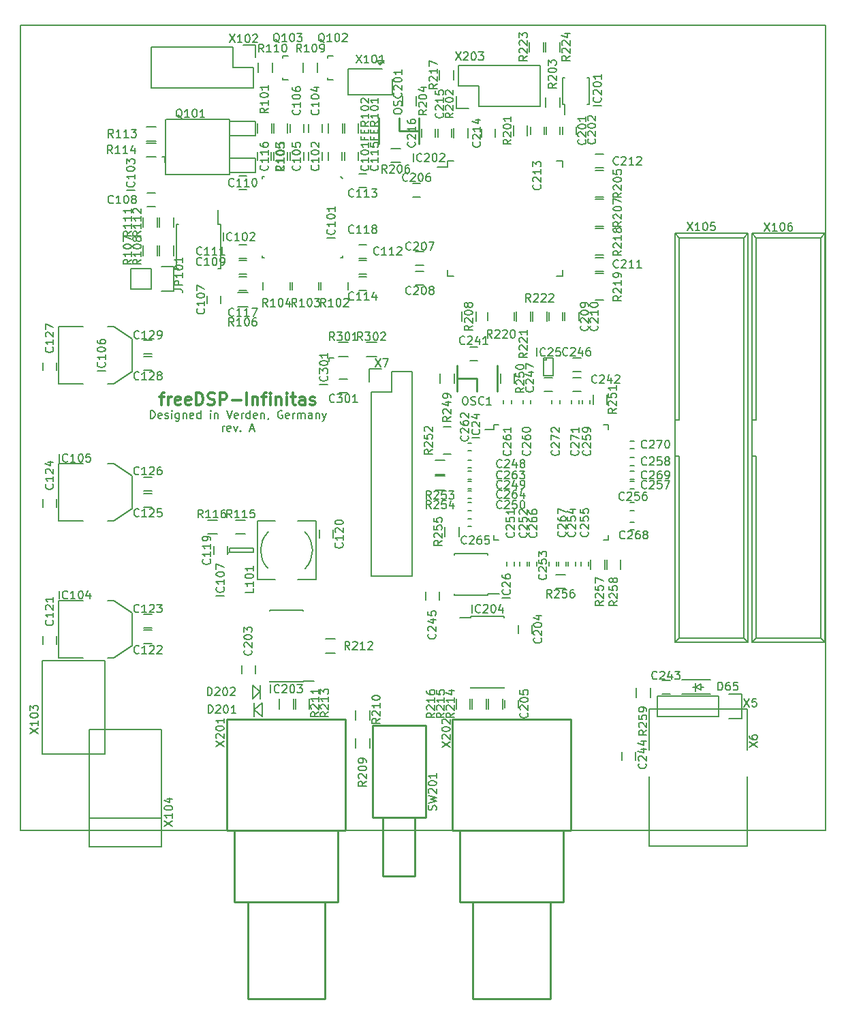
<source format=gbr>
G04 #@! TF.FileFunction,Legend,Top*
%FSLAX46Y46*%
G04 Gerber Fmt 4.6, Leading zero omitted, Abs format (unit mm)*
G04 Created by KiCad (PCBNEW 4.0.2-stable) date Montag, 04. Dezember 2017 'u31' 15:31:44*
%MOMM*%
G01*
G04 APERTURE LIST*
%ADD10C,0.100000*%
%ADD11C,0.150000*%
%ADD12C,0.300000*%
%ADD13C,0.254000*%
%ADD14C,0.200000*%
G04 APERTURE END LIST*
D10*
D11*
X125071428Y-100452381D02*
X125071428Y-99785714D01*
X125071428Y-99976190D02*
X125119047Y-99880952D01*
X125166666Y-99833333D01*
X125261904Y-99785714D01*
X125357143Y-99785714D01*
X126071429Y-100404762D02*
X125976191Y-100452381D01*
X125785714Y-100452381D01*
X125690476Y-100404762D01*
X125642857Y-100309524D01*
X125642857Y-99928571D01*
X125690476Y-99833333D01*
X125785714Y-99785714D01*
X125976191Y-99785714D01*
X126071429Y-99833333D01*
X126119048Y-99928571D01*
X126119048Y-100023810D01*
X125642857Y-100119048D01*
X126452381Y-99785714D02*
X126690476Y-100452381D01*
X126928572Y-99785714D01*
X127309524Y-100357143D02*
X127357143Y-100404762D01*
X127309524Y-100452381D01*
X127261905Y-100404762D01*
X127309524Y-100357143D01*
X127309524Y-100452381D01*
X128500000Y-100166667D02*
X128976191Y-100166667D01*
X128404762Y-100452381D02*
X128738095Y-99452381D01*
X129071429Y-100452381D01*
X116119047Y-98852381D02*
X116119047Y-97852381D01*
X116357142Y-97852381D01*
X116500000Y-97900000D01*
X116595238Y-97995238D01*
X116642857Y-98090476D01*
X116690476Y-98280952D01*
X116690476Y-98423810D01*
X116642857Y-98614286D01*
X116595238Y-98709524D01*
X116500000Y-98804762D01*
X116357142Y-98852381D01*
X116119047Y-98852381D01*
X117500000Y-98804762D02*
X117404762Y-98852381D01*
X117214285Y-98852381D01*
X117119047Y-98804762D01*
X117071428Y-98709524D01*
X117071428Y-98328571D01*
X117119047Y-98233333D01*
X117214285Y-98185714D01*
X117404762Y-98185714D01*
X117500000Y-98233333D01*
X117547619Y-98328571D01*
X117547619Y-98423810D01*
X117071428Y-98519048D01*
X117928571Y-98804762D02*
X118023809Y-98852381D01*
X118214285Y-98852381D01*
X118309524Y-98804762D01*
X118357143Y-98709524D01*
X118357143Y-98661905D01*
X118309524Y-98566667D01*
X118214285Y-98519048D01*
X118071428Y-98519048D01*
X117976190Y-98471429D01*
X117928571Y-98376190D01*
X117928571Y-98328571D01*
X117976190Y-98233333D01*
X118071428Y-98185714D01*
X118214285Y-98185714D01*
X118309524Y-98233333D01*
X118785714Y-98852381D02*
X118785714Y-98185714D01*
X118785714Y-97852381D02*
X118738095Y-97900000D01*
X118785714Y-97947619D01*
X118833333Y-97900000D01*
X118785714Y-97852381D01*
X118785714Y-97947619D01*
X119690476Y-98185714D02*
X119690476Y-98995238D01*
X119642857Y-99090476D01*
X119595238Y-99138095D01*
X119499999Y-99185714D01*
X119357142Y-99185714D01*
X119261904Y-99138095D01*
X119690476Y-98804762D02*
X119595238Y-98852381D01*
X119404761Y-98852381D01*
X119309523Y-98804762D01*
X119261904Y-98757143D01*
X119214285Y-98661905D01*
X119214285Y-98376190D01*
X119261904Y-98280952D01*
X119309523Y-98233333D01*
X119404761Y-98185714D01*
X119595238Y-98185714D01*
X119690476Y-98233333D01*
X120166666Y-98185714D02*
X120166666Y-98852381D01*
X120166666Y-98280952D02*
X120214285Y-98233333D01*
X120309523Y-98185714D01*
X120452381Y-98185714D01*
X120547619Y-98233333D01*
X120595238Y-98328571D01*
X120595238Y-98852381D01*
X121452381Y-98804762D02*
X121357143Y-98852381D01*
X121166666Y-98852381D01*
X121071428Y-98804762D01*
X121023809Y-98709524D01*
X121023809Y-98328571D01*
X121071428Y-98233333D01*
X121166666Y-98185714D01*
X121357143Y-98185714D01*
X121452381Y-98233333D01*
X121500000Y-98328571D01*
X121500000Y-98423810D01*
X121023809Y-98519048D01*
X122357143Y-98852381D02*
X122357143Y-97852381D01*
X122357143Y-98804762D02*
X122261905Y-98852381D01*
X122071428Y-98852381D01*
X121976190Y-98804762D01*
X121928571Y-98757143D01*
X121880952Y-98661905D01*
X121880952Y-98376190D01*
X121928571Y-98280952D01*
X121976190Y-98233333D01*
X122071428Y-98185714D01*
X122261905Y-98185714D01*
X122357143Y-98233333D01*
X123595238Y-98852381D02*
X123595238Y-98185714D01*
X123595238Y-97852381D02*
X123547619Y-97900000D01*
X123595238Y-97947619D01*
X123642857Y-97900000D01*
X123595238Y-97852381D01*
X123595238Y-97947619D01*
X124071428Y-98185714D02*
X124071428Y-98852381D01*
X124071428Y-98280952D02*
X124119047Y-98233333D01*
X124214285Y-98185714D01*
X124357143Y-98185714D01*
X124452381Y-98233333D01*
X124500000Y-98328571D01*
X124500000Y-98852381D01*
X125595238Y-97852381D02*
X125928571Y-98852381D01*
X126261905Y-97852381D01*
X126976191Y-98804762D02*
X126880953Y-98852381D01*
X126690476Y-98852381D01*
X126595238Y-98804762D01*
X126547619Y-98709524D01*
X126547619Y-98328571D01*
X126595238Y-98233333D01*
X126690476Y-98185714D01*
X126880953Y-98185714D01*
X126976191Y-98233333D01*
X127023810Y-98328571D01*
X127023810Y-98423810D01*
X126547619Y-98519048D01*
X127452381Y-98852381D02*
X127452381Y-98185714D01*
X127452381Y-98376190D02*
X127500000Y-98280952D01*
X127547619Y-98233333D01*
X127642857Y-98185714D01*
X127738096Y-98185714D01*
X128500001Y-98852381D02*
X128500001Y-97852381D01*
X128500001Y-98804762D02*
X128404763Y-98852381D01*
X128214286Y-98852381D01*
X128119048Y-98804762D01*
X128071429Y-98757143D01*
X128023810Y-98661905D01*
X128023810Y-98376190D01*
X128071429Y-98280952D01*
X128119048Y-98233333D01*
X128214286Y-98185714D01*
X128404763Y-98185714D01*
X128500001Y-98233333D01*
X129357144Y-98804762D02*
X129261906Y-98852381D01*
X129071429Y-98852381D01*
X128976191Y-98804762D01*
X128928572Y-98709524D01*
X128928572Y-98328571D01*
X128976191Y-98233333D01*
X129071429Y-98185714D01*
X129261906Y-98185714D01*
X129357144Y-98233333D01*
X129404763Y-98328571D01*
X129404763Y-98423810D01*
X128928572Y-98519048D01*
X129833334Y-98185714D02*
X129833334Y-98852381D01*
X129833334Y-98280952D02*
X129880953Y-98233333D01*
X129976191Y-98185714D01*
X130119049Y-98185714D01*
X130214287Y-98233333D01*
X130261906Y-98328571D01*
X130261906Y-98852381D01*
X130785715Y-98804762D02*
X130785715Y-98852381D01*
X130738096Y-98947619D01*
X130690477Y-98995238D01*
X132500001Y-97900000D02*
X132404763Y-97852381D01*
X132261906Y-97852381D01*
X132119048Y-97900000D01*
X132023810Y-97995238D01*
X131976191Y-98090476D01*
X131928572Y-98280952D01*
X131928572Y-98423810D01*
X131976191Y-98614286D01*
X132023810Y-98709524D01*
X132119048Y-98804762D01*
X132261906Y-98852381D01*
X132357144Y-98852381D01*
X132500001Y-98804762D01*
X132547620Y-98757143D01*
X132547620Y-98423810D01*
X132357144Y-98423810D01*
X133357144Y-98804762D02*
X133261906Y-98852381D01*
X133071429Y-98852381D01*
X132976191Y-98804762D01*
X132928572Y-98709524D01*
X132928572Y-98328571D01*
X132976191Y-98233333D01*
X133071429Y-98185714D01*
X133261906Y-98185714D01*
X133357144Y-98233333D01*
X133404763Y-98328571D01*
X133404763Y-98423810D01*
X132928572Y-98519048D01*
X133833334Y-98852381D02*
X133833334Y-98185714D01*
X133833334Y-98376190D02*
X133880953Y-98280952D01*
X133928572Y-98233333D01*
X134023810Y-98185714D01*
X134119049Y-98185714D01*
X134452382Y-98852381D02*
X134452382Y-98185714D01*
X134452382Y-98280952D02*
X134500001Y-98233333D01*
X134595239Y-98185714D01*
X134738097Y-98185714D01*
X134833335Y-98233333D01*
X134880954Y-98328571D01*
X134880954Y-98852381D01*
X134880954Y-98328571D02*
X134928573Y-98233333D01*
X135023811Y-98185714D01*
X135166668Y-98185714D01*
X135261906Y-98233333D01*
X135309525Y-98328571D01*
X135309525Y-98852381D01*
X136214287Y-98852381D02*
X136214287Y-98328571D01*
X136166668Y-98233333D01*
X136071430Y-98185714D01*
X135880953Y-98185714D01*
X135785715Y-98233333D01*
X136214287Y-98804762D02*
X136119049Y-98852381D01*
X135880953Y-98852381D01*
X135785715Y-98804762D01*
X135738096Y-98709524D01*
X135738096Y-98614286D01*
X135785715Y-98519048D01*
X135880953Y-98471429D01*
X136119049Y-98471429D01*
X136214287Y-98423810D01*
X136690477Y-98185714D02*
X136690477Y-98852381D01*
X136690477Y-98280952D02*
X136738096Y-98233333D01*
X136833334Y-98185714D01*
X136976192Y-98185714D01*
X137071430Y-98233333D01*
X137119049Y-98328571D01*
X137119049Y-98852381D01*
X137500001Y-98185714D02*
X137738096Y-98852381D01*
X137976192Y-98185714D02*
X137738096Y-98852381D01*
X137642858Y-99090476D01*
X137595239Y-99138095D01*
X137500001Y-99185714D01*
D12*
X117250000Y-96178571D02*
X117821429Y-96178571D01*
X117464286Y-97178571D02*
X117464286Y-95892857D01*
X117535714Y-95750000D01*
X117678572Y-95678571D01*
X117821429Y-95678571D01*
X118321429Y-97178571D02*
X118321429Y-96178571D01*
X118321429Y-96464286D02*
X118392857Y-96321429D01*
X118464286Y-96250000D01*
X118607143Y-96178571D01*
X118750000Y-96178571D01*
X119821428Y-97107143D02*
X119678571Y-97178571D01*
X119392857Y-97178571D01*
X119250000Y-97107143D01*
X119178571Y-96964286D01*
X119178571Y-96392857D01*
X119250000Y-96250000D01*
X119392857Y-96178571D01*
X119678571Y-96178571D01*
X119821428Y-96250000D01*
X119892857Y-96392857D01*
X119892857Y-96535714D01*
X119178571Y-96678571D01*
X121107142Y-97107143D02*
X120964285Y-97178571D01*
X120678571Y-97178571D01*
X120535714Y-97107143D01*
X120464285Y-96964286D01*
X120464285Y-96392857D01*
X120535714Y-96250000D01*
X120678571Y-96178571D01*
X120964285Y-96178571D01*
X121107142Y-96250000D01*
X121178571Y-96392857D01*
X121178571Y-96535714D01*
X120464285Y-96678571D01*
X121821428Y-97178571D02*
X121821428Y-95678571D01*
X122178571Y-95678571D01*
X122392856Y-95750000D01*
X122535714Y-95892857D01*
X122607142Y-96035714D01*
X122678571Y-96321429D01*
X122678571Y-96535714D01*
X122607142Y-96821429D01*
X122535714Y-96964286D01*
X122392856Y-97107143D01*
X122178571Y-97178571D01*
X121821428Y-97178571D01*
X123249999Y-97107143D02*
X123464285Y-97178571D01*
X123821428Y-97178571D01*
X123964285Y-97107143D01*
X124035714Y-97035714D01*
X124107142Y-96892857D01*
X124107142Y-96750000D01*
X124035714Y-96607143D01*
X123964285Y-96535714D01*
X123821428Y-96464286D01*
X123535714Y-96392857D01*
X123392856Y-96321429D01*
X123321428Y-96250000D01*
X123249999Y-96107143D01*
X123249999Y-95964286D01*
X123321428Y-95821429D01*
X123392856Y-95750000D01*
X123535714Y-95678571D01*
X123892856Y-95678571D01*
X124107142Y-95750000D01*
X124749999Y-97178571D02*
X124749999Y-95678571D01*
X125321427Y-95678571D01*
X125464285Y-95750000D01*
X125535713Y-95821429D01*
X125607142Y-95964286D01*
X125607142Y-96178571D01*
X125535713Y-96321429D01*
X125464285Y-96392857D01*
X125321427Y-96464286D01*
X124749999Y-96464286D01*
X126249999Y-96607143D02*
X127392856Y-96607143D01*
X128107142Y-97178571D02*
X128107142Y-95678571D01*
X128821428Y-96178571D02*
X128821428Y-97178571D01*
X128821428Y-96321429D02*
X128892856Y-96250000D01*
X129035714Y-96178571D01*
X129249999Y-96178571D01*
X129392856Y-96250000D01*
X129464285Y-96392857D01*
X129464285Y-97178571D01*
X129964285Y-96178571D02*
X130535714Y-96178571D01*
X130178571Y-97178571D02*
X130178571Y-95892857D01*
X130249999Y-95750000D01*
X130392857Y-95678571D01*
X130535714Y-95678571D01*
X131035714Y-97178571D02*
X131035714Y-96178571D01*
X131035714Y-95678571D02*
X130964285Y-95750000D01*
X131035714Y-95821429D01*
X131107142Y-95750000D01*
X131035714Y-95678571D01*
X131035714Y-95821429D01*
X131750000Y-96178571D02*
X131750000Y-97178571D01*
X131750000Y-96321429D02*
X131821428Y-96250000D01*
X131964286Y-96178571D01*
X132178571Y-96178571D01*
X132321428Y-96250000D01*
X132392857Y-96392857D01*
X132392857Y-97178571D01*
X133107143Y-97178571D02*
X133107143Y-96178571D01*
X133107143Y-95678571D02*
X133035714Y-95750000D01*
X133107143Y-95821429D01*
X133178571Y-95750000D01*
X133107143Y-95678571D01*
X133107143Y-95821429D01*
X133607143Y-96178571D02*
X134178572Y-96178571D01*
X133821429Y-95678571D02*
X133821429Y-96964286D01*
X133892857Y-97107143D01*
X134035715Y-97178571D01*
X134178572Y-97178571D01*
X135321429Y-97178571D02*
X135321429Y-96392857D01*
X135250000Y-96250000D01*
X135107143Y-96178571D01*
X134821429Y-96178571D01*
X134678572Y-96250000D01*
X135321429Y-97107143D02*
X135178572Y-97178571D01*
X134821429Y-97178571D01*
X134678572Y-97107143D01*
X134607143Y-96964286D01*
X134607143Y-96821429D01*
X134678572Y-96678571D01*
X134821429Y-96607143D01*
X135178572Y-96607143D01*
X135321429Y-96535714D01*
X135964286Y-97107143D02*
X136107143Y-97178571D01*
X136392858Y-97178571D01*
X136535715Y-97107143D01*
X136607143Y-96964286D01*
X136607143Y-96892857D01*
X136535715Y-96750000D01*
X136392858Y-96678571D01*
X136178572Y-96678571D01*
X136035715Y-96607143D01*
X135964286Y-96464286D01*
X135964286Y-96392857D01*
X136035715Y-96250000D01*
X136178572Y-96178571D01*
X136392858Y-96178571D01*
X136535715Y-96250000D01*
D11*
X100000000Y-150000000D02*
X100000000Y-50000000D01*
X200000000Y-150000000D02*
X100000000Y-150000000D01*
X200000000Y-50000000D02*
X200000000Y-150000000D01*
X100000000Y-50000000D02*
X200000000Y-50000000D01*
X153025000Y-66825000D02*
X153025000Y-67625000D01*
X167375000Y-66825000D02*
X167375000Y-67625000D01*
X167375000Y-81175000D02*
X167375000Y-80375000D01*
X153025000Y-81175000D02*
X153025000Y-80375000D01*
X153025000Y-66825000D02*
X153825000Y-66825000D01*
X153025000Y-81175000D02*
X153825000Y-81175000D01*
X167375000Y-81175000D02*
X166575000Y-81175000D01*
X167375000Y-66825000D02*
X166575000Y-66825000D01*
X153025000Y-67625000D02*
X151750000Y-67625000D01*
X102750000Y-125900000D02*
X102750000Y-126900000D01*
X104450000Y-126900000D02*
X104450000Y-125900000D01*
X116300000Y-125150000D02*
X115300000Y-125150000D01*
X115300000Y-126850000D02*
X116300000Y-126850000D01*
X116300000Y-108150000D02*
X115300000Y-108150000D01*
X115300000Y-109850000D02*
X116300000Y-109850000D01*
X127450000Y-129500000D02*
X127450000Y-130500000D01*
X129150000Y-130500000D02*
X129150000Y-129500000D01*
X148700000Y-71350000D02*
X149700000Y-71350000D01*
X149700000Y-69650000D02*
X148700000Y-69650000D01*
X149100000Y-79850000D02*
X150100000Y-79850000D01*
X150100000Y-78150000D02*
X149100000Y-78150000D01*
X149100000Y-82250000D02*
X150100000Y-82250000D01*
X150100000Y-80550000D02*
X149100000Y-80550000D01*
X167350000Y-86700000D02*
X167350000Y-85700000D01*
X165650000Y-85700000D02*
X165650000Y-86700000D01*
X169350000Y-86700000D02*
X169350000Y-85700000D01*
X167650000Y-85700000D02*
X167650000Y-86700000D01*
X172400000Y-78850000D02*
X171400000Y-78850000D01*
X171400000Y-80550000D02*
X172400000Y-80550000D01*
X172400000Y-66050000D02*
X171400000Y-66050000D01*
X171400000Y-67750000D02*
X172400000Y-67750000D01*
X163350000Y-62600000D02*
X163350000Y-63600000D01*
X165050000Y-63600000D02*
X165050000Y-62600000D01*
X157250000Y-62900000D02*
X157250000Y-63900000D01*
X158950000Y-63900000D02*
X158950000Y-62900000D01*
X151850000Y-62900000D02*
X151850000Y-63900000D01*
X153550000Y-63900000D02*
X153550000Y-62900000D01*
X128999760Y-135050800D02*
X130000520Y-134150000D01*
X130000520Y-134150000D02*
X130000520Y-135850000D01*
X130000520Y-135850000D02*
X128999760Y-135000000D01*
X128999760Y-134150000D02*
X128999760Y-135850000D01*
X129800240Y-132749200D02*
X128799480Y-133650000D01*
X128799480Y-133650000D02*
X128799480Y-131950000D01*
X128799480Y-131950000D02*
X129800240Y-132800000D01*
X129800240Y-133650000D02*
X129800240Y-131950000D01*
X107776000Y-121444000D02*
X104728000Y-121444000D01*
X104728000Y-121444000D02*
X104728000Y-128556000D01*
X104728000Y-128556000D02*
X107776000Y-128556000D01*
X110824000Y-121444000D02*
X111586000Y-121444000D01*
X111586000Y-121444000D02*
X113872000Y-122968000D01*
X113872000Y-122968000D02*
X113872000Y-127032000D01*
X113872000Y-127032000D02*
X111586000Y-128556000D01*
X111586000Y-128556000D02*
X110824000Y-128556000D01*
X107776000Y-104444000D02*
X104728000Y-104444000D01*
X104728000Y-104444000D02*
X104728000Y-111556000D01*
X104728000Y-111556000D02*
X107776000Y-111556000D01*
X110824000Y-104444000D02*
X111586000Y-104444000D01*
X111586000Y-104444000D02*
X113872000Y-105968000D01*
X113872000Y-105968000D02*
X113872000Y-110032000D01*
X113872000Y-110032000D02*
X111586000Y-111556000D01*
X111586000Y-111556000D02*
X110824000Y-111556000D01*
X153775000Y-55600000D02*
X153775000Y-56800000D01*
X152025000Y-56800000D02*
X152025000Y-55600000D01*
X154825000Y-86800000D02*
X154825000Y-85600000D01*
X156575000Y-85600000D02*
X156575000Y-86800000D01*
X143375000Y-138600000D02*
X143375000Y-139800000D01*
X141625000Y-139800000D02*
X141625000Y-138600000D01*
X141625000Y-136300000D02*
X141625000Y-135100000D01*
X143375000Y-135100000D02*
X143375000Y-136300000D01*
X132125000Y-134900000D02*
X132125000Y-133700000D01*
X133875000Y-133700000D02*
X133875000Y-134900000D01*
X137900000Y-126225000D02*
X139100000Y-126225000D01*
X139100000Y-127975000D02*
X137900000Y-127975000D01*
X135875000Y-133700000D02*
X135875000Y-134900000D01*
X134125000Y-134900000D02*
X134125000Y-133700000D01*
D13*
X149000000Y-155680000D02*
X149000000Y-148400000D01*
X145000000Y-155680000D02*
X149000000Y-155680000D01*
X145000000Y-148400000D02*
X145000000Y-155680000D01*
X143700000Y-136970000D02*
X143700000Y-148400000D01*
X150300000Y-136970000D02*
X143700000Y-136970000D01*
X150300000Y-148400000D02*
X150300000Y-136970000D01*
X143700000Y-148400000D02*
X150300000Y-148400000D01*
D11*
X108499120Y-148500500D02*
X117500880Y-148500500D01*
X108499120Y-152000620D02*
X117500880Y-152000620D01*
X117500880Y-152000620D02*
X117500880Y-137499760D01*
X117500880Y-137499760D02*
X108499120Y-137499760D01*
X108499120Y-137499760D02*
X108499120Y-152000620D01*
X156930000Y-60070000D02*
X164550000Y-60070000D01*
X164550000Y-60070000D02*
X164550000Y-54990000D01*
X164550000Y-54990000D02*
X154390000Y-54990000D01*
X154390000Y-54990000D02*
X154390000Y-57530000D01*
X154110000Y-58800000D02*
X154110000Y-60350000D01*
X154390000Y-57530000D02*
X156930000Y-57530000D01*
X156930000Y-57530000D02*
X156930000Y-60070000D01*
X154110000Y-60350000D02*
X155660000Y-60350000D01*
D13*
X137800000Y-170900000D02*
X137800000Y-158890000D01*
X128200000Y-170900000D02*
X137800000Y-170900000D01*
X128200000Y-158890000D02*
X128200000Y-170900000D01*
X139415000Y-158900000D02*
X139415000Y-150000000D01*
X126585000Y-158900000D02*
X139415000Y-158900000D01*
X126585000Y-150000000D02*
X126585000Y-158900000D01*
X140350000Y-150000000D02*
X125650000Y-150000000D01*
X140350000Y-136200000D02*
X140350000Y-150000000D01*
X125650000Y-136200000D02*
X140350000Y-136200000D01*
X125650000Y-150000000D02*
X125650000Y-136200000D01*
D11*
X137482062Y-66794668D02*
X137482062Y-65794668D01*
X135782062Y-65794668D02*
X135782062Y-66794668D01*
X131450000Y-65800000D02*
X131450000Y-66800000D01*
X133150000Y-66800000D02*
X133150000Y-65800000D01*
X133450000Y-65800000D02*
X133450000Y-66800000D01*
X135150000Y-66800000D02*
X135150000Y-65800000D01*
X133450000Y-62300000D02*
X133450000Y-63300000D01*
X135150000Y-63300000D02*
X135150000Y-62300000D01*
X124850000Y-84600000D02*
X124850000Y-83600000D01*
X123150000Y-83600000D02*
X123150000Y-84600000D01*
X115700000Y-72550000D02*
X116700000Y-72550000D01*
X116700000Y-70850000D02*
X115700000Y-70850000D01*
X127100000Y-70450000D02*
X128100000Y-70450000D01*
X128100000Y-68750000D02*
X127100000Y-68750000D01*
X127100000Y-78950000D02*
X128100000Y-78950000D01*
X128100000Y-77250000D02*
X127100000Y-77250000D01*
X143000000Y-79250000D02*
X142000000Y-79250000D01*
X142000000Y-80950000D02*
X143000000Y-80950000D01*
X143000000Y-68455332D02*
X142000000Y-68455332D01*
X142000000Y-70155332D02*
X143000000Y-70155332D01*
X140250000Y-65800000D02*
X140250000Y-66800000D01*
X141950000Y-66800000D02*
X141950000Y-65800000D01*
X129450000Y-65800000D02*
X129450000Y-66800000D01*
X131150000Y-66800000D02*
X131150000Y-65800000D01*
X127100000Y-82950000D02*
X128100000Y-82950000D01*
X128100000Y-81250000D02*
X127100000Y-81250000D01*
X143000000Y-77250000D02*
X142000000Y-77250000D01*
X142000000Y-78950000D02*
X143000000Y-78950000D01*
X140225000Y-63400000D02*
X140225000Y-62200000D01*
X141975000Y-62200000D02*
X141975000Y-63400000D01*
X138225000Y-63400000D02*
X138225000Y-62200000D01*
X139975000Y-62200000D02*
X139975000Y-63400000D01*
D14*
X139750000Y-68850000D02*
X140000000Y-69100000D01*
X140000000Y-78600000D02*
X140000000Y-78850000D01*
X140000000Y-78850000D02*
X139750000Y-78850000D01*
X130000000Y-69100000D02*
X130000000Y-68850000D01*
X130000000Y-68850000D02*
X130250000Y-68850000D01*
X130000000Y-78600000D02*
X130000000Y-78850000D01*
X130000000Y-78850000D02*
X130250000Y-78850000D01*
D11*
X124855000Y-74750000D02*
X124555000Y-74750000D01*
X124855000Y-80250000D02*
X124555000Y-80250000D01*
X119345000Y-80250000D02*
X119645000Y-80250000D01*
X119345000Y-74750000D02*
X119645000Y-74750000D01*
X124855000Y-74750000D02*
X124855000Y-80250000D01*
X119345000Y-74750000D02*
X119345000Y-80250000D01*
X124555000Y-74750000D02*
X124555000Y-73000000D01*
X117941500Y-67030280D02*
X117941500Y-66321620D01*
X117941500Y-66321620D02*
X117540180Y-66321620D01*
X116197938Y-82775332D02*
X113657938Y-82775332D01*
X119017938Y-83055332D02*
X117467938Y-83055332D01*
X116197938Y-82775332D02*
X116197938Y-80235332D01*
X117467938Y-79955332D02*
X119017938Y-79955332D01*
X119017938Y-79955332D02*
X119017938Y-83055332D01*
X116197938Y-80235332D02*
X113657938Y-80235332D01*
X113657938Y-80235332D02*
X113657938Y-82775332D01*
X125976000Y-63703000D02*
X129151000Y-63703000D01*
X129151000Y-63703000D02*
X129151000Y-61925000D01*
X129151000Y-61925000D02*
X125976000Y-61925000D01*
X125976000Y-68275000D02*
X129151000Y-68275000D01*
X129151000Y-68275000D02*
X129151000Y-66497000D01*
X129151000Y-66497000D02*
X125976000Y-66497000D01*
X119880000Y-61671000D02*
X125976000Y-61671000D01*
X125976000Y-61671000D02*
X125976000Y-68529000D01*
X125976000Y-68529000D02*
X118102000Y-68529000D01*
X117975000Y-68529000D02*
X117975000Y-61671000D01*
X118102000Y-61671000D02*
X119880000Y-61671000D01*
X131175000Y-62200000D02*
X131175000Y-63400000D01*
X129425000Y-63400000D02*
X129425000Y-62200000D01*
X133175000Y-62200000D02*
X133175000Y-63400000D01*
X131425000Y-63400000D02*
X131425000Y-62200000D01*
X127000000Y-83225000D02*
X128200000Y-83225000D01*
X128200000Y-84975000D02*
X127000000Y-84975000D01*
X116975000Y-77400000D02*
X116975000Y-78600000D01*
X115225000Y-78600000D02*
X115225000Y-77400000D01*
X118975000Y-77400000D02*
X118975000Y-78600000D01*
X117225000Y-78600000D02*
X117225000Y-77400000D01*
X116975000Y-73900000D02*
X116975000Y-75100000D01*
X115225000Y-75100000D02*
X115225000Y-73900000D01*
X118975000Y-73900000D02*
X118975000Y-75100000D01*
X117225000Y-75100000D02*
X117225000Y-73900000D01*
X115600000Y-62625000D02*
X116800000Y-62625000D01*
X116800000Y-64375000D02*
X115600000Y-64375000D01*
X116800000Y-66375000D02*
X115600000Y-66375000D01*
X115600000Y-64625000D02*
X116800000Y-64625000D01*
X139950000Y-66800000D02*
X139950000Y-65800000D01*
X138250000Y-65800000D02*
X138250000Y-66800000D01*
X135782062Y-62294668D02*
X135782062Y-63294668D01*
X137482062Y-63294668D02*
X137482062Y-62294668D01*
X133725000Y-82900000D02*
X133725000Y-81900000D01*
X137075000Y-82900000D02*
X137075000Y-81900000D01*
X130125000Y-82900000D02*
X130125000Y-81900000D01*
X133475000Y-82900000D02*
X133475000Y-81900000D01*
X127100000Y-80950000D02*
X128100000Y-80950000D01*
X128100000Y-79250000D02*
X127100000Y-79250000D01*
X143000000Y-81250000D02*
X142000000Y-81250000D01*
X142000000Y-82950000D02*
X143000000Y-82950000D01*
X102750000Y-108900000D02*
X102750000Y-109900000D01*
X104450000Y-109900000D02*
X104450000Y-108900000D01*
X116300000Y-106150000D02*
X115300000Y-106150000D01*
X115300000Y-107850000D02*
X116300000Y-107850000D01*
X116300000Y-123150000D02*
X115300000Y-123150000D01*
X115300000Y-124850000D02*
X116300000Y-124850000D01*
X128930000Y-57810000D02*
X116230000Y-57810000D01*
X116230000Y-57810000D02*
X116230000Y-52730000D01*
X116230000Y-52730000D02*
X126390000Y-52730000D01*
X128930000Y-57810000D02*
X128930000Y-55270000D01*
X129210000Y-54000000D02*
X129210000Y-52450000D01*
X128930000Y-55270000D02*
X126390000Y-55270000D01*
X126390000Y-55270000D02*
X126390000Y-52730000D01*
X129210000Y-52450000D02*
X127660000Y-52450000D01*
X167050000Y-63600000D02*
X167050000Y-62600000D01*
X165350000Y-62600000D02*
X165350000Y-63600000D01*
X169050000Y-63600000D02*
X169050000Y-62600000D01*
X167350000Y-62600000D02*
X167350000Y-63600000D01*
X167325000Y-59875000D02*
X167625000Y-59875000D01*
X167325000Y-56525000D02*
X167625000Y-56525000D01*
X170675000Y-56525000D02*
X170375000Y-56525000D01*
X170675000Y-59875000D02*
X170375000Y-59875000D01*
X167325000Y-59875000D02*
X167325000Y-56525000D01*
X170675000Y-59875000D02*
X170675000Y-56525000D01*
X167625000Y-59875000D02*
X167625000Y-61100000D01*
X166975000Y-59000000D02*
X166975000Y-60200000D01*
X165225000Y-60200000D02*
X165225000Y-59000000D01*
X162975000Y-62500000D02*
X162975000Y-63700000D01*
X161225000Y-63700000D02*
X161225000Y-62500000D01*
X163550000Y-125500000D02*
X163550000Y-124500000D01*
X161850000Y-124500000D02*
X161850000Y-125500000D01*
X160150000Y-133800000D02*
X160150000Y-134800000D01*
X161850000Y-134800000D02*
X161850000Y-133800000D01*
X159875000Y-133700000D02*
X159875000Y-134900000D01*
X158125000Y-134900000D02*
X158125000Y-133700000D01*
X157875000Y-133700000D02*
X157875000Y-134900000D01*
X156125000Y-134900000D02*
X156125000Y-133700000D01*
X155875000Y-133700000D02*
X155875000Y-134900000D01*
X154125000Y-134900000D02*
X154125000Y-133700000D01*
D13*
X165800000Y-170900000D02*
X165800000Y-158890000D01*
X156200000Y-170900000D02*
X165800000Y-170900000D01*
X156200000Y-158890000D02*
X156200000Y-170900000D01*
X167415000Y-158900000D02*
X167415000Y-150000000D01*
X154585000Y-158900000D02*
X167415000Y-158900000D01*
X154585000Y-150000000D02*
X154585000Y-158900000D01*
X168350000Y-150000000D02*
X153650000Y-150000000D01*
X168350000Y-136200000D02*
X168350000Y-150000000D01*
X153650000Y-136200000D02*
X168350000Y-136200000D01*
X153650000Y-150000000D02*
X153650000Y-136200000D01*
D11*
X135075000Y-131550000D02*
X135075000Y-131435000D01*
X130925000Y-131550000D02*
X130925000Y-131435000D01*
X130925000Y-122650000D02*
X130925000Y-122765000D01*
X135075000Y-122650000D02*
X135075000Y-122765000D01*
X135075000Y-131550000D02*
X130925000Y-131550000D01*
X135075000Y-122650000D02*
X130925000Y-122650000D01*
X135075000Y-131435000D02*
X136450000Y-131435000D01*
X155925000Y-123450000D02*
X155925000Y-123565000D01*
X160075000Y-123450000D02*
X160075000Y-123565000D01*
X160075000Y-132350000D02*
X160075000Y-132235000D01*
X155925000Y-132350000D02*
X155925000Y-132235000D01*
X155925000Y-123450000D02*
X160075000Y-123450000D01*
X155925000Y-132350000D02*
X160075000Y-132350000D01*
X155925000Y-123565000D02*
X154550000Y-123565000D01*
X190420000Y-75870000D02*
X190420000Y-126670000D01*
X189870000Y-76410000D02*
X189870000Y-126110000D01*
X181320000Y-75870000D02*
X181320000Y-126670000D01*
X181870000Y-76410000D02*
X181870000Y-99020000D01*
X181870000Y-103520000D02*
X181870000Y-126110000D01*
X181870000Y-99020000D02*
X181320000Y-99020000D01*
X181870000Y-103520000D02*
X181320000Y-103520000D01*
X190420000Y-75870000D02*
X181320000Y-75870000D01*
X189870000Y-76410000D02*
X181870000Y-76410000D01*
X190420000Y-126670000D02*
X181320000Y-126670000D01*
X189870000Y-126110000D02*
X181870000Y-126110000D01*
X190420000Y-75870000D02*
X189870000Y-76410000D01*
X190420000Y-126670000D02*
X189870000Y-126110000D01*
X181320000Y-75870000D02*
X181870000Y-76410000D01*
X181320000Y-126670000D02*
X181870000Y-126110000D01*
X199980000Y-75870000D02*
X199980000Y-126670000D01*
X199430000Y-76410000D02*
X199430000Y-126110000D01*
X190880000Y-75870000D02*
X190880000Y-126670000D01*
X191430000Y-76410000D02*
X191430000Y-99020000D01*
X191430000Y-103520000D02*
X191430000Y-126110000D01*
X191430000Y-99020000D02*
X190880000Y-99020000D01*
X191430000Y-103520000D02*
X190880000Y-103520000D01*
X199980000Y-75870000D02*
X190880000Y-75870000D01*
X199430000Y-76410000D02*
X191430000Y-76410000D01*
X199980000Y-126670000D02*
X190880000Y-126670000D01*
X199430000Y-126110000D02*
X191430000Y-126110000D01*
X199980000Y-75870000D02*
X199430000Y-76410000D01*
X199980000Y-126670000D02*
X199430000Y-126110000D01*
X190880000Y-75870000D02*
X191430000Y-76410000D01*
X190880000Y-126670000D02*
X191430000Y-126110000D01*
X148670000Y-118410000D02*
X148670000Y-93010000D01*
X143590000Y-95550000D02*
X143590000Y-118410000D01*
X148670000Y-118410000D02*
X143590000Y-118410000D01*
X148670000Y-93010000D02*
X146130000Y-93010000D01*
X144860000Y-92730000D02*
X143310000Y-92730000D01*
X146130000Y-93010000D02*
X146130000Y-95550000D01*
X146130000Y-95550000D02*
X143590000Y-95550000D01*
X143310000Y-92730000D02*
X143310000Y-94280000D01*
X186770000Y-133330000D02*
X179150000Y-133330000D01*
X186770000Y-135870000D02*
X179150000Y-135870000D01*
X189590000Y-136150000D02*
X188040000Y-136150000D01*
X179150000Y-133330000D02*
X179150000Y-135870000D01*
X186770000Y-135870000D02*
X186770000Y-133330000D01*
X188040000Y-133050000D02*
X189590000Y-133050000D01*
X189590000Y-133050000D02*
X189590000Y-136150000D01*
X169600000Y-93750000D02*
X168600000Y-93750000D01*
X168600000Y-95450000D02*
X169600000Y-95450000D01*
X155550000Y-106375000D02*
X156050000Y-106375000D01*
X156050000Y-105425000D02*
X155550000Y-105425000D01*
X179700000Y-133050000D02*
X180700000Y-133050000D01*
X180700000Y-131350000D02*
X179700000Y-131350000D01*
X174750000Y-140300000D02*
X174750000Y-141300000D01*
X176450000Y-141300000D02*
X176450000Y-140300000D01*
X152050000Y-121400000D02*
X152050000Y-120400000D01*
X150350000Y-120400000D02*
X150350000Y-121400000D01*
X155550000Y-104975000D02*
X156050000Y-104975000D01*
X156050000Y-104025000D02*
X155550000Y-104025000D01*
X155550000Y-107575000D02*
X156050000Y-107575000D01*
X156050000Y-106625000D02*
X155550000Y-106625000D01*
X155550000Y-110275000D02*
X156050000Y-110275000D01*
X156050000Y-109325000D02*
X155550000Y-109325000D01*
X161375000Y-117150000D02*
X161375000Y-116650000D01*
X160425000Y-116650000D02*
X160425000Y-117150000D01*
X162975000Y-117150000D02*
X162975000Y-116650000D01*
X162025000Y-116650000D02*
X162025000Y-117150000D01*
X166575000Y-117150000D02*
X166575000Y-116650000D01*
X165625000Y-116650000D02*
X165625000Y-117150000D01*
X168975000Y-117150000D02*
X168975000Y-116650000D01*
X168025000Y-116650000D02*
X168025000Y-117150000D01*
X170575000Y-117150000D02*
X170575000Y-116650000D01*
X169625000Y-116650000D02*
X169625000Y-117150000D01*
X176250000Y-109325000D02*
X175750000Y-109325000D01*
X175750000Y-110275000D02*
X176250000Y-110275000D01*
X176250000Y-106625000D02*
X175750000Y-106625000D01*
X175750000Y-107575000D02*
X176250000Y-107575000D01*
X176250000Y-103725000D02*
X175750000Y-103725000D01*
X175750000Y-104675000D02*
X176250000Y-104675000D01*
X169825000Y-96550000D02*
X169825000Y-97050000D01*
X170775000Y-97050000D02*
X170775000Y-96550000D01*
X162425000Y-96550000D02*
X162425000Y-97050000D01*
X163375000Y-97050000D02*
X163375000Y-96550000D01*
X155550000Y-102875000D02*
X156050000Y-102875000D01*
X156050000Y-101925000D02*
X155550000Y-101925000D01*
X155550000Y-108775000D02*
X156050000Y-108775000D01*
X156050000Y-107825000D02*
X155550000Y-107825000D01*
X155550000Y-112275000D02*
X156050000Y-112275000D01*
X156050000Y-111325000D02*
X155550000Y-111325000D01*
X164175000Y-117150000D02*
X164175000Y-116650000D01*
X163225000Y-116650000D02*
X163225000Y-117150000D01*
X167775000Y-117150000D02*
X167775000Y-116650000D01*
X166825000Y-116650000D02*
X166825000Y-117150000D01*
X176250000Y-111725000D02*
X175750000Y-111725000D01*
X175750000Y-112675000D02*
X176250000Y-112675000D01*
X176250000Y-105425000D02*
X175750000Y-105425000D01*
X175750000Y-106375000D02*
X176250000Y-106375000D01*
X176250000Y-101625000D02*
X175750000Y-101625000D01*
X175750000Y-102575000D02*
X176250000Y-102575000D01*
X168425000Y-96550000D02*
X168425000Y-97050000D01*
X169375000Y-97050000D02*
X169375000Y-96550000D01*
X166025000Y-96550000D02*
X166025000Y-97050000D01*
X166975000Y-97050000D02*
X166975000Y-96550000D01*
X184517500Y-132200000D02*
X184898500Y-132200000D01*
X183501500Y-132200000D02*
X183882500Y-132200000D01*
X183882500Y-132200000D02*
X184517500Y-131819000D01*
X184517500Y-131819000D02*
X184517500Y-132581000D01*
X184517500Y-132581000D02*
X183882500Y-132200000D01*
X183882500Y-131692000D02*
X183882500Y-132708000D01*
X182200000Y-133100000D02*
X185740000Y-133100000D01*
X182200000Y-131300000D02*
X185740000Y-131300000D01*
X158775000Y-99675000D02*
X158775000Y-100260000D01*
X173025000Y-99675000D02*
X173025000Y-100260000D01*
X173025000Y-113925000D02*
X173025000Y-113340000D01*
X158775000Y-113925000D02*
X158775000Y-113340000D01*
X158775000Y-99675000D02*
X159360000Y-99675000D01*
X158775000Y-113925000D02*
X159360000Y-113925000D01*
X173025000Y-113925000D02*
X172440000Y-113925000D01*
X173025000Y-99675000D02*
X172440000Y-99675000D01*
X158775000Y-100260000D02*
X157700000Y-100260000D01*
X158075000Y-120775000D02*
X158075000Y-120630000D01*
X153925000Y-120775000D02*
X153925000Y-120630000D01*
X153925000Y-115625000D02*
X153925000Y-115770000D01*
X158075000Y-115625000D02*
X158075000Y-115770000D01*
X158075000Y-120775000D02*
X153925000Y-120775000D01*
X158075000Y-115625000D02*
X153925000Y-115625000D01*
X158075000Y-120630000D02*
X159475000Y-120630000D01*
X152125000Y-94500000D02*
X152125000Y-93300000D01*
X153875000Y-93300000D02*
X153875000Y-94500000D01*
X161375000Y-93300000D02*
X161375000Y-94500000D01*
X159625000Y-94500000D02*
X159625000Y-93300000D01*
X171125000Y-97100000D02*
X171125000Y-95900000D01*
X172875000Y-95900000D02*
X172875000Y-97100000D01*
X151500000Y-104025000D02*
X152700000Y-104025000D01*
X152700000Y-105775000D02*
X151500000Y-105775000D01*
X151500000Y-106025000D02*
X152700000Y-106025000D01*
X152700000Y-107775000D02*
X151500000Y-107775000D01*
X154475000Y-112300000D02*
X154475000Y-113500000D01*
X152725000Y-113500000D02*
X152725000Y-112300000D01*
X167700000Y-119975000D02*
X166500000Y-119975000D01*
X166500000Y-118225000D02*
X167700000Y-118225000D01*
X176525000Y-133500000D02*
X176525000Y-132300000D01*
X178275000Y-132300000D02*
X178275000Y-133500000D01*
X178134000Y-143350000D02*
X178134000Y-151986000D01*
X178134000Y-134968000D02*
X178134000Y-140048000D01*
X190326000Y-143350000D02*
X190326000Y-151986000D01*
X190326000Y-134968000D02*
X190326000Y-140048000D01*
X190326000Y-151986000D02*
X178134000Y-151986000D01*
X178134000Y-134968000D02*
X190326000Y-134968000D01*
X160025000Y-96550000D02*
X160025000Y-97050000D01*
X160975000Y-97050000D02*
X160975000Y-96550000D01*
X156800000Y-89950000D02*
X155800000Y-89950000D01*
X155800000Y-91650000D02*
X156800000Y-91650000D01*
X153500000Y-103275000D02*
X152500000Y-103275000D01*
X153500000Y-99925000D02*
X152500000Y-99925000D01*
X170825000Y-117600000D02*
X170825000Y-116400000D01*
X172575000Y-116400000D02*
X172575000Y-117600000D01*
X172825000Y-117600000D02*
X172825000Y-116400000D01*
X174575000Y-116400000D02*
X174575000Y-117600000D01*
X169600000Y-91350000D02*
X168600000Y-91350000D01*
X168600000Y-93050000D02*
X169600000Y-93050000D01*
X165100000Y-95450000D02*
X166100000Y-95450000D01*
X166100000Y-93750000D02*
X165100000Y-93750000D01*
X165300000Y-91300000D02*
X165300000Y-91600000D01*
X165300000Y-91600000D02*
X165000000Y-91600000D01*
X166200000Y-93500000D02*
X166200000Y-91300000D01*
X166200000Y-91300000D02*
X165000000Y-91300000D01*
X165000000Y-91300000D02*
X165000000Y-93500000D01*
X165000000Y-93500000D02*
X166200000Y-93500000D01*
X172400000Y-71375000D02*
X171400000Y-71375000D01*
X172400000Y-68025000D02*
X171400000Y-68025000D01*
X172400000Y-74975000D02*
X171400000Y-74975000D01*
X172400000Y-71625000D02*
X171400000Y-71625000D01*
X172400000Y-78575000D02*
X171400000Y-78575000D01*
X172400000Y-75225000D02*
X171400000Y-75225000D01*
X172400000Y-84175000D02*
X171400000Y-84175000D01*
X172400000Y-80825000D02*
X171400000Y-80825000D01*
X161375000Y-85700000D02*
X161375000Y-86700000D01*
X158025000Y-85700000D02*
X158025000Y-86700000D01*
X161625000Y-86800000D02*
X161625000Y-85600000D01*
X163375000Y-85600000D02*
X163375000Y-86800000D01*
X163625000Y-86800000D02*
X163625000Y-85600000D01*
X165375000Y-85600000D02*
X165375000Y-86800000D01*
X125689568Y-115733786D02*
X125689568Y-114733786D01*
X123989568Y-114733786D02*
X123989568Y-115733786D01*
X138850000Y-113700000D02*
X138850000Y-112700000D01*
X137150000Y-112700000D02*
X137150000Y-113700000D01*
X125839568Y-115533786D02*
G75*
G03X125839568Y-115533786I-100000J0D01*
G01*
X125989568Y-114983786D02*
X125989568Y-115483786D01*
X128889568Y-114983786D02*
X125989568Y-114983786D01*
X128889568Y-115483786D02*
X128889568Y-114983786D01*
X125989568Y-115483786D02*
X128889568Y-115483786D01*
X135325568Y-117519786D02*
G75*
G03X135325568Y-112947786I-2286000J2286000D01*
G01*
X130753568Y-112947786D02*
G75*
G03X130753568Y-117519786I2286000J-2286000D01*
G01*
X136689568Y-111583786D02*
X134439568Y-111583786D01*
X129389568Y-111583786D02*
X131639568Y-111583786D01*
X136689568Y-118883786D02*
X134439568Y-118883786D01*
X129389568Y-118883786D02*
X131639568Y-118883786D01*
X136689568Y-111583786D02*
X136689568Y-118883786D01*
X129389568Y-118883786D02*
X129389568Y-111583786D01*
X126739568Y-111458786D02*
X127939568Y-111458786D01*
X127939568Y-113208786D02*
X126739568Y-113208786D01*
X123239568Y-111458786D02*
X124439568Y-111458786D01*
X124439568Y-113208786D02*
X123239568Y-113208786D01*
X137325000Y-82900000D02*
X137325000Y-81900000D01*
X140675000Y-82900000D02*
X140675000Y-81900000D01*
X153825000Y-64000000D02*
X153825000Y-62800000D01*
X155575000Y-62800000D02*
X155575000Y-64000000D01*
X138149760Y-54000840D02*
X138149760Y-54049100D01*
X138850800Y-56799820D02*
X138149760Y-56799820D01*
X138149760Y-56799820D02*
X138149760Y-56550900D01*
X138149760Y-54000840D02*
X138149760Y-53800180D01*
X138149760Y-53800180D02*
X138850800Y-53800180D01*
X132549760Y-54000840D02*
X132549760Y-54049100D01*
X133250800Y-56799820D02*
X132549760Y-56799820D01*
X132549760Y-56799820D02*
X132549760Y-56550900D01*
X132549760Y-54000840D02*
X132549760Y-53800180D01*
X132549760Y-53800180D02*
X133250800Y-53800180D01*
X136875000Y-54700000D02*
X136875000Y-55900000D01*
X135125000Y-55900000D02*
X135125000Y-54700000D01*
X131275000Y-54700000D02*
X131275000Y-55900000D01*
X129525000Y-55900000D02*
X129525000Y-54700000D01*
X146200000Y-56720000D02*
X146200000Y-58650000D01*
X146200000Y-58650000D02*
X140700000Y-58650000D01*
X140700000Y-58650000D02*
X140700000Y-55450000D01*
X140700000Y-55450000D02*
X144930000Y-55450000D01*
X144700000Y-54950000D02*
X144200000Y-54450000D01*
X144200000Y-54450000D02*
X145200000Y-54450000D01*
X145200000Y-54450000D02*
X144700000Y-54950000D01*
X149850000Y-62900000D02*
X149850000Y-63900000D01*
X151550000Y-63900000D02*
X151550000Y-62900000D01*
X147425000Y-60000000D02*
X147425000Y-58800000D01*
X149175000Y-58800000D02*
X149175000Y-60000000D01*
X146000000Y-65325000D02*
X147200000Y-65325000D01*
X147200000Y-67075000D02*
X146000000Y-67075000D01*
X164975000Y-52100000D02*
X164975000Y-53300000D01*
X163225000Y-53300000D02*
X163225000Y-52100000D01*
X166975000Y-52100000D02*
X166975000Y-53300000D01*
X165225000Y-53300000D02*
X165225000Y-52100000D01*
X102750000Y-91900000D02*
X102750000Y-92900000D01*
X104450000Y-92900000D02*
X104450000Y-91900000D01*
X116300000Y-91150000D02*
X115300000Y-91150000D01*
X115300000Y-92850000D02*
X116300000Y-92850000D01*
X116300000Y-89150000D02*
X115300000Y-89150000D01*
X115300000Y-90850000D02*
X116300000Y-90850000D01*
X107776000Y-87444000D02*
X104728000Y-87444000D01*
X104728000Y-87444000D02*
X104728000Y-94556000D01*
X104728000Y-94556000D02*
X107776000Y-94556000D01*
X110824000Y-87444000D02*
X111586000Y-87444000D01*
X111586000Y-87444000D02*
X113872000Y-88968000D01*
X113872000Y-88968000D02*
X113872000Y-93032000D01*
X113872000Y-93032000D02*
X111586000Y-94556000D01*
X111586000Y-94556000D02*
X110824000Y-94556000D01*
D13*
X156700000Y-93900000D02*
X156700000Y-95500000D01*
X154200000Y-93900000D02*
X156700000Y-93900000D01*
X159200000Y-95500000D02*
X159200000Y-92300000D01*
X154200000Y-92300000D02*
X154200000Y-95500000D01*
X147000000Y-63175000D02*
X147000000Y-61575000D01*
X149500000Y-63175000D02*
X147000000Y-63175000D01*
X144500000Y-61575000D02*
X144500000Y-64775000D01*
X149500000Y-64775000D02*
X149500000Y-61575000D01*
D11*
X102710000Y-140500000D02*
X110460000Y-140500000D01*
X102710000Y-128900000D02*
X110460000Y-128900000D01*
X102710000Y-140500000D02*
X102710000Y-128900000D01*
X110460000Y-140500000D02*
X110460000Y-128900000D01*
X138939220Y-91369040D02*
X138329620Y-91369040D01*
X138329620Y-91369040D02*
X138319460Y-91800840D01*
X139500000Y-89425000D02*
X140700000Y-89425000D01*
X140700000Y-91175000D02*
X139500000Y-91175000D01*
X144200000Y-91175000D02*
X143000000Y-91175000D01*
X143000000Y-89425000D02*
X144200000Y-89425000D01*
X139600000Y-95650000D02*
X140600000Y-95650000D01*
X140600000Y-93950000D02*
X139600000Y-93950000D01*
X148771429Y-66952381D02*
X148771429Y-65952381D01*
X149819048Y-66857143D02*
X149771429Y-66904762D01*
X149628572Y-66952381D01*
X149533334Y-66952381D01*
X149390476Y-66904762D01*
X149295238Y-66809524D01*
X149247619Y-66714286D01*
X149200000Y-66523810D01*
X149200000Y-66380952D01*
X149247619Y-66190476D01*
X149295238Y-66095238D01*
X149390476Y-66000000D01*
X149533334Y-65952381D01*
X149628572Y-65952381D01*
X149771429Y-66000000D01*
X149819048Y-66047619D01*
X150200000Y-66047619D02*
X150247619Y-66000000D01*
X150342857Y-65952381D01*
X150580953Y-65952381D01*
X150676191Y-66000000D01*
X150723810Y-66047619D01*
X150771429Y-66142857D01*
X150771429Y-66238095D01*
X150723810Y-66380952D01*
X150152381Y-66952381D01*
X150771429Y-66952381D01*
X151390476Y-65952381D02*
X151485715Y-65952381D01*
X151580953Y-66000000D01*
X151628572Y-66047619D01*
X151676191Y-66142857D01*
X151723810Y-66333333D01*
X151723810Y-66571429D01*
X151676191Y-66761905D01*
X151628572Y-66857143D01*
X151580953Y-66904762D01*
X151485715Y-66952381D01*
X151390476Y-66952381D01*
X151295238Y-66904762D01*
X151247619Y-66857143D01*
X151200000Y-66761905D01*
X151152381Y-66571429D01*
X151152381Y-66333333D01*
X151200000Y-66142857D01*
X151247619Y-66047619D01*
X151295238Y-66000000D01*
X151390476Y-65952381D01*
X152104762Y-66047619D02*
X152152381Y-66000000D01*
X152247619Y-65952381D01*
X152485715Y-65952381D01*
X152580953Y-66000000D01*
X152628572Y-66047619D01*
X152676191Y-66142857D01*
X152676191Y-66238095D01*
X152628572Y-66380952D01*
X152057143Y-66952381D01*
X152676191Y-66952381D01*
X103957143Y-123919047D02*
X104004762Y-123966666D01*
X104052381Y-124109523D01*
X104052381Y-124204761D01*
X104004762Y-124347619D01*
X103909524Y-124442857D01*
X103814286Y-124490476D01*
X103623810Y-124538095D01*
X103480952Y-124538095D01*
X103290476Y-124490476D01*
X103195238Y-124442857D01*
X103100000Y-124347619D01*
X103052381Y-124204761D01*
X103052381Y-124109523D01*
X103100000Y-123966666D01*
X103147619Y-123919047D01*
X104052381Y-122966666D02*
X104052381Y-123538095D01*
X104052381Y-123252381D02*
X103052381Y-123252381D01*
X103195238Y-123347619D01*
X103290476Y-123442857D01*
X103338095Y-123538095D01*
X103147619Y-122585714D02*
X103100000Y-122538095D01*
X103052381Y-122442857D01*
X103052381Y-122204761D01*
X103100000Y-122109523D01*
X103147619Y-122061904D01*
X103242857Y-122014285D01*
X103338095Y-122014285D01*
X103480952Y-122061904D01*
X104052381Y-122633333D01*
X104052381Y-122014285D01*
X104052381Y-121061904D02*
X104052381Y-121633333D01*
X104052381Y-121347619D02*
X103052381Y-121347619D01*
X103195238Y-121442857D01*
X103290476Y-121538095D01*
X103338095Y-121633333D01*
X114680953Y-127957143D02*
X114633334Y-128004762D01*
X114490477Y-128052381D01*
X114395239Y-128052381D01*
X114252381Y-128004762D01*
X114157143Y-127909524D01*
X114109524Y-127814286D01*
X114061905Y-127623810D01*
X114061905Y-127480952D01*
X114109524Y-127290476D01*
X114157143Y-127195238D01*
X114252381Y-127100000D01*
X114395239Y-127052381D01*
X114490477Y-127052381D01*
X114633334Y-127100000D01*
X114680953Y-127147619D01*
X115633334Y-128052381D02*
X115061905Y-128052381D01*
X115347619Y-128052381D02*
X115347619Y-127052381D01*
X115252381Y-127195238D01*
X115157143Y-127290476D01*
X115061905Y-127338095D01*
X116014286Y-127147619D02*
X116061905Y-127100000D01*
X116157143Y-127052381D01*
X116395239Y-127052381D01*
X116490477Y-127100000D01*
X116538096Y-127147619D01*
X116585715Y-127242857D01*
X116585715Y-127338095D01*
X116538096Y-127480952D01*
X115966667Y-128052381D01*
X116585715Y-128052381D01*
X116966667Y-127147619D02*
X117014286Y-127100000D01*
X117109524Y-127052381D01*
X117347620Y-127052381D01*
X117442858Y-127100000D01*
X117490477Y-127147619D01*
X117538096Y-127242857D01*
X117538096Y-127338095D01*
X117490477Y-127480952D01*
X116919048Y-128052381D01*
X117538096Y-128052381D01*
X114680953Y-110957143D02*
X114633334Y-111004762D01*
X114490477Y-111052381D01*
X114395239Y-111052381D01*
X114252381Y-111004762D01*
X114157143Y-110909524D01*
X114109524Y-110814286D01*
X114061905Y-110623810D01*
X114061905Y-110480952D01*
X114109524Y-110290476D01*
X114157143Y-110195238D01*
X114252381Y-110100000D01*
X114395239Y-110052381D01*
X114490477Y-110052381D01*
X114633334Y-110100000D01*
X114680953Y-110147619D01*
X115633334Y-111052381D02*
X115061905Y-111052381D01*
X115347619Y-111052381D02*
X115347619Y-110052381D01*
X115252381Y-110195238D01*
X115157143Y-110290476D01*
X115061905Y-110338095D01*
X116014286Y-110147619D02*
X116061905Y-110100000D01*
X116157143Y-110052381D01*
X116395239Y-110052381D01*
X116490477Y-110100000D01*
X116538096Y-110147619D01*
X116585715Y-110242857D01*
X116585715Y-110338095D01*
X116538096Y-110480952D01*
X115966667Y-111052381D01*
X116585715Y-111052381D01*
X117490477Y-110052381D02*
X117014286Y-110052381D01*
X116966667Y-110528571D01*
X117014286Y-110480952D01*
X117109524Y-110433333D01*
X117347620Y-110433333D01*
X117442858Y-110480952D01*
X117490477Y-110528571D01*
X117538096Y-110623810D01*
X117538096Y-110861905D01*
X117490477Y-110957143D01*
X117442858Y-111004762D01*
X117347620Y-111052381D01*
X117109524Y-111052381D01*
X117014286Y-111004762D01*
X116966667Y-110957143D01*
X128657143Y-127619047D02*
X128704762Y-127666666D01*
X128752381Y-127809523D01*
X128752381Y-127904761D01*
X128704762Y-128047619D01*
X128609524Y-128142857D01*
X128514286Y-128190476D01*
X128323810Y-128238095D01*
X128180952Y-128238095D01*
X127990476Y-128190476D01*
X127895238Y-128142857D01*
X127800000Y-128047619D01*
X127752381Y-127904761D01*
X127752381Y-127809523D01*
X127800000Y-127666666D01*
X127847619Y-127619047D01*
X127847619Y-127238095D02*
X127800000Y-127190476D01*
X127752381Y-127095238D01*
X127752381Y-126857142D01*
X127800000Y-126761904D01*
X127847619Y-126714285D01*
X127942857Y-126666666D01*
X128038095Y-126666666D01*
X128180952Y-126714285D01*
X128752381Y-127285714D01*
X128752381Y-126666666D01*
X127752381Y-126047619D02*
X127752381Y-125952380D01*
X127800000Y-125857142D01*
X127847619Y-125809523D01*
X127942857Y-125761904D01*
X128133333Y-125714285D01*
X128371429Y-125714285D01*
X128561905Y-125761904D01*
X128657143Y-125809523D01*
X128704762Y-125857142D01*
X128752381Y-125952380D01*
X128752381Y-126047619D01*
X128704762Y-126142857D01*
X128657143Y-126190476D01*
X128561905Y-126238095D01*
X128371429Y-126285714D01*
X128133333Y-126285714D01*
X127942857Y-126238095D01*
X127847619Y-126190476D01*
X127800000Y-126142857D01*
X127752381Y-126047619D01*
X127752381Y-125380952D02*
X127752381Y-124761904D01*
X128133333Y-125095238D01*
X128133333Y-124952380D01*
X128180952Y-124857142D01*
X128228571Y-124809523D01*
X128323810Y-124761904D01*
X128561905Y-124761904D01*
X128657143Y-124809523D01*
X128704762Y-124857142D01*
X128752381Y-124952380D01*
X128752381Y-125238095D01*
X128704762Y-125333333D01*
X128657143Y-125380952D01*
X148080953Y-69307143D02*
X148033334Y-69354762D01*
X147890477Y-69402381D01*
X147795239Y-69402381D01*
X147652381Y-69354762D01*
X147557143Y-69259524D01*
X147509524Y-69164286D01*
X147461905Y-68973810D01*
X147461905Y-68830952D01*
X147509524Y-68640476D01*
X147557143Y-68545238D01*
X147652381Y-68450000D01*
X147795239Y-68402381D01*
X147890477Y-68402381D01*
X148033334Y-68450000D01*
X148080953Y-68497619D01*
X148461905Y-68497619D02*
X148509524Y-68450000D01*
X148604762Y-68402381D01*
X148842858Y-68402381D01*
X148938096Y-68450000D01*
X148985715Y-68497619D01*
X149033334Y-68592857D01*
X149033334Y-68688095D01*
X148985715Y-68830952D01*
X148414286Y-69402381D01*
X149033334Y-69402381D01*
X149652381Y-68402381D02*
X149747620Y-68402381D01*
X149842858Y-68450000D01*
X149890477Y-68497619D01*
X149938096Y-68592857D01*
X149985715Y-68783333D01*
X149985715Y-69021429D01*
X149938096Y-69211905D01*
X149890477Y-69307143D01*
X149842858Y-69354762D01*
X149747620Y-69402381D01*
X149652381Y-69402381D01*
X149557143Y-69354762D01*
X149509524Y-69307143D01*
X149461905Y-69211905D01*
X149414286Y-69021429D01*
X149414286Y-68783333D01*
X149461905Y-68592857D01*
X149509524Y-68497619D01*
X149557143Y-68450000D01*
X149652381Y-68402381D01*
X150842858Y-68402381D02*
X150652381Y-68402381D01*
X150557143Y-68450000D01*
X150509524Y-68497619D01*
X150414286Y-68640476D01*
X150366667Y-68830952D01*
X150366667Y-69211905D01*
X150414286Y-69307143D01*
X150461905Y-69354762D01*
X150557143Y-69402381D01*
X150747620Y-69402381D01*
X150842858Y-69354762D01*
X150890477Y-69307143D01*
X150938096Y-69211905D01*
X150938096Y-68973810D01*
X150890477Y-68878571D01*
X150842858Y-68830952D01*
X150747620Y-68783333D01*
X150557143Y-68783333D01*
X150461905Y-68830952D01*
X150414286Y-68878571D01*
X150366667Y-68973810D01*
X148480953Y-77857143D02*
X148433334Y-77904762D01*
X148290477Y-77952381D01*
X148195239Y-77952381D01*
X148052381Y-77904762D01*
X147957143Y-77809524D01*
X147909524Y-77714286D01*
X147861905Y-77523810D01*
X147861905Y-77380952D01*
X147909524Y-77190476D01*
X147957143Y-77095238D01*
X148052381Y-77000000D01*
X148195239Y-76952381D01*
X148290477Y-76952381D01*
X148433334Y-77000000D01*
X148480953Y-77047619D01*
X148861905Y-77047619D02*
X148909524Y-77000000D01*
X149004762Y-76952381D01*
X149242858Y-76952381D01*
X149338096Y-77000000D01*
X149385715Y-77047619D01*
X149433334Y-77142857D01*
X149433334Y-77238095D01*
X149385715Y-77380952D01*
X148814286Y-77952381D01*
X149433334Y-77952381D01*
X150052381Y-76952381D02*
X150147620Y-76952381D01*
X150242858Y-77000000D01*
X150290477Y-77047619D01*
X150338096Y-77142857D01*
X150385715Y-77333333D01*
X150385715Y-77571429D01*
X150338096Y-77761905D01*
X150290477Y-77857143D01*
X150242858Y-77904762D01*
X150147620Y-77952381D01*
X150052381Y-77952381D01*
X149957143Y-77904762D01*
X149909524Y-77857143D01*
X149861905Y-77761905D01*
X149814286Y-77571429D01*
X149814286Y-77333333D01*
X149861905Y-77142857D01*
X149909524Y-77047619D01*
X149957143Y-77000000D01*
X150052381Y-76952381D01*
X150719048Y-76952381D02*
X151385715Y-76952381D01*
X150957143Y-77952381D01*
X148480953Y-83357143D02*
X148433334Y-83404762D01*
X148290477Y-83452381D01*
X148195239Y-83452381D01*
X148052381Y-83404762D01*
X147957143Y-83309524D01*
X147909524Y-83214286D01*
X147861905Y-83023810D01*
X147861905Y-82880952D01*
X147909524Y-82690476D01*
X147957143Y-82595238D01*
X148052381Y-82500000D01*
X148195239Y-82452381D01*
X148290477Y-82452381D01*
X148433334Y-82500000D01*
X148480953Y-82547619D01*
X148861905Y-82547619D02*
X148909524Y-82500000D01*
X149004762Y-82452381D01*
X149242858Y-82452381D01*
X149338096Y-82500000D01*
X149385715Y-82547619D01*
X149433334Y-82642857D01*
X149433334Y-82738095D01*
X149385715Y-82880952D01*
X148814286Y-83452381D01*
X149433334Y-83452381D01*
X150052381Y-82452381D02*
X150147620Y-82452381D01*
X150242858Y-82500000D01*
X150290477Y-82547619D01*
X150338096Y-82642857D01*
X150385715Y-82833333D01*
X150385715Y-83071429D01*
X150338096Y-83261905D01*
X150290477Y-83357143D01*
X150242858Y-83404762D01*
X150147620Y-83452381D01*
X150052381Y-83452381D01*
X149957143Y-83404762D01*
X149909524Y-83357143D01*
X149861905Y-83261905D01*
X149814286Y-83071429D01*
X149814286Y-82833333D01*
X149861905Y-82642857D01*
X149909524Y-82547619D01*
X149957143Y-82500000D01*
X150052381Y-82452381D01*
X150957143Y-82880952D02*
X150861905Y-82833333D01*
X150814286Y-82785714D01*
X150766667Y-82690476D01*
X150766667Y-82642857D01*
X150814286Y-82547619D01*
X150861905Y-82500000D01*
X150957143Y-82452381D01*
X151147620Y-82452381D01*
X151242858Y-82500000D01*
X151290477Y-82547619D01*
X151338096Y-82642857D01*
X151338096Y-82690476D01*
X151290477Y-82785714D01*
X151242858Y-82833333D01*
X151147620Y-82880952D01*
X150957143Y-82880952D01*
X150861905Y-82928571D01*
X150814286Y-82976190D01*
X150766667Y-83071429D01*
X150766667Y-83261905D01*
X150814286Y-83357143D01*
X150861905Y-83404762D01*
X150957143Y-83452381D01*
X151147620Y-83452381D01*
X151242858Y-83404762D01*
X151290477Y-83357143D01*
X151338096Y-83261905D01*
X151338096Y-83071429D01*
X151290477Y-82976190D01*
X151242858Y-82928571D01*
X151147620Y-82880952D01*
X170457143Y-87319047D02*
X170504762Y-87366666D01*
X170552381Y-87509523D01*
X170552381Y-87604761D01*
X170504762Y-87747619D01*
X170409524Y-87842857D01*
X170314286Y-87890476D01*
X170123810Y-87938095D01*
X169980952Y-87938095D01*
X169790476Y-87890476D01*
X169695238Y-87842857D01*
X169600000Y-87747619D01*
X169552381Y-87604761D01*
X169552381Y-87509523D01*
X169600000Y-87366666D01*
X169647619Y-87319047D01*
X169647619Y-86938095D02*
X169600000Y-86890476D01*
X169552381Y-86795238D01*
X169552381Y-86557142D01*
X169600000Y-86461904D01*
X169647619Y-86414285D01*
X169742857Y-86366666D01*
X169838095Y-86366666D01*
X169980952Y-86414285D01*
X170552381Y-86985714D01*
X170552381Y-86366666D01*
X169552381Y-85747619D02*
X169552381Y-85652380D01*
X169600000Y-85557142D01*
X169647619Y-85509523D01*
X169742857Y-85461904D01*
X169933333Y-85414285D01*
X170171429Y-85414285D01*
X170361905Y-85461904D01*
X170457143Y-85509523D01*
X170504762Y-85557142D01*
X170552381Y-85652380D01*
X170552381Y-85747619D01*
X170504762Y-85842857D01*
X170457143Y-85890476D01*
X170361905Y-85938095D01*
X170171429Y-85985714D01*
X169933333Y-85985714D01*
X169742857Y-85938095D01*
X169647619Y-85890476D01*
X169600000Y-85842857D01*
X169552381Y-85747619D01*
X170552381Y-84938095D02*
X170552381Y-84747619D01*
X170504762Y-84652380D01*
X170457143Y-84604761D01*
X170314286Y-84509523D01*
X170123810Y-84461904D01*
X169742857Y-84461904D01*
X169647619Y-84509523D01*
X169600000Y-84557142D01*
X169552381Y-84652380D01*
X169552381Y-84842857D01*
X169600000Y-84938095D01*
X169647619Y-84985714D01*
X169742857Y-85033333D01*
X169980952Y-85033333D01*
X170076190Y-84985714D01*
X170123810Y-84938095D01*
X170171429Y-84842857D01*
X170171429Y-84652380D01*
X170123810Y-84557142D01*
X170076190Y-84509523D01*
X169980952Y-84461904D01*
X171657143Y-87319047D02*
X171704762Y-87366666D01*
X171752381Y-87509523D01*
X171752381Y-87604761D01*
X171704762Y-87747619D01*
X171609524Y-87842857D01*
X171514286Y-87890476D01*
X171323810Y-87938095D01*
X171180952Y-87938095D01*
X170990476Y-87890476D01*
X170895238Y-87842857D01*
X170800000Y-87747619D01*
X170752381Y-87604761D01*
X170752381Y-87509523D01*
X170800000Y-87366666D01*
X170847619Y-87319047D01*
X170847619Y-86938095D02*
X170800000Y-86890476D01*
X170752381Y-86795238D01*
X170752381Y-86557142D01*
X170800000Y-86461904D01*
X170847619Y-86414285D01*
X170942857Y-86366666D01*
X171038095Y-86366666D01*
X171180952Y-86414285D01*
X171752381Y-86985714D01*
X171752381Y-86366666D01*
X171752381Y-85414285D02*
X171752381Y-85985714D01*
X171752381Y-85700000D02*
X170752381Y-85700000D01*
X170895238Y-85795238D01*
X170990476Y-85890476D01*
X171038095Y-85985714D01*
X170752381Y-84795238D02*
X170752381Y-84699999D01*
X170800000Y-84604761D01*
X170847619Y-84557142D01*
X170942857Y-84509523D01*
X171133333Y-84461904D01*
X171371429Y-84461904D01*
X171561905Y-84509523D01*
X171657143Y-84557142D01*
X171704762Y-84604761D01*
X171752381Y-84699999D01*
X171752381Y-84795238D01*
X171704762Y-84890476D01*
X171657143Y-84938095D01*
X171561905Y-84985714D01*
X171371429Y-85033333D01*
X171133333Y-85033333D01*
X170942857Y-84985714D01*
X170847619Y-84938095D01*
X170800000Y-84890476D01*
X170752381Y-84795238D01*
X174280953Y-80057143D02*
X174233334Y-80104762D01*
X174090477Y-80152381D01*
X173995239Y-80152381D01*
X173852381Y-80104762D01*
X173757143Y-80009524D01*
X173709524Y-79914286D01*
X173661905Y-79723810D01*
X173661905Y-79580952D01*
X173709524Y-79390476D01*
X173757143Y-79295238D01*
X173852381Y-79200000D01*
X173995239Y-79152381D01*
X174090477Y-79152381D01*
X174233334Y-79200000D01*
X174280953Y-79247619D01*
X174661905Y-79247619D02*
X174709524Y-79200000D01*
X174804762Y-79152381D01*
X175042858Y-79152381D01*
X175138096Y-79200000D01*
X175185715Y-79247619D01*
X175233334Y-79342857D01*
X175233334Y-79438095D01*
X175185715Y-79580952D01*
X174614286Y-80152381D01*
X175233334Y-80152381D01*
X176185715Y-80152381D02*
X175614286Y-80152381D01*
X175900000Y-80152381D02*
X175900000Y-79152381D01*
X175804762Y-79295238D01*
X175709524Y-79390476D01*
X175614286Y-79438095D01*
X177138096Y-80152381D02*
X176566667Y-80152381D01*
X176852381Y-80152381D02*
X176852381Y-79152381D01*
X176757143Y-79295238D01*
X176661905Y-79390476D01*
X176566667Y-79438095D01*
X174280953Y-67257143D02*
X174233334Y-67304762D01*
X174090477Y-67352381D01*
X173995239Y-67352381D01*
X173852381Y-67304762D01*
X173757143Y-67209524D01*
X173709524Y-67114286D01*
X173661905Y-66923810D01*
X173661905Y-66780952D01*
X173709524Y-66590476D01*
X173757143Y-66495238D01*
X173852381Y-66400000D01*
X173995239Y-66352381D01*
X174090477Y-66352381D01*
X174233334Y-66400000D01*
X174280953Y-66447619D01*
X174661905Y-66447619D02*
X174709524Y-66400000D01*
X174804762Y-66352381D01*
X175042858Y-66352381D01*
X175138096Y-66400000D01*
X175185715Y-66447619D01*
X175233334Y-66542857D01*
X175233334Y-66638095D01*
X175185715Y-66780952D01*
X174614286Y-67352381D01*
X175233334Y-67352381D01*
X176185715Y-67352381D02*
X175614286Y-67352381D01*
X175900000Y-67352381D02*
X175900000Y-66352381D01*
X175804762Y-66495238D01*
X175709524Y-66590476D01*
X175614286Y-66638095D01*
X176566667Y-66447619D02*
X176614286Y-66400000D01*
X176709524Y-66352381D01*
X176947620Y-66352381D01*
X177042858Y-66400000D01*
X177090477Y-66447619D01*
X177138096Y-66542857D01*
X177138096Y-66638095D01*
X177090477Y-66780952D01*
X176519048Y-67352381D01*
X177138096Y-67352381D01*
X164557143Y-69819047D02*
X164604762Y-69866666D01*
X164652381Y-70009523D01*
X164652381Y-70104761D01*
X164604762Y-70247619D01*
X164509524Y-70342857D01*
X164414286Y-70390476D01*
X164223810Y-70438095D01*
X164080952Y-70438095D01*
X163890476Y-70390476D01*
X163795238Y-70342857D01*
X163700000Y-70247619D01*
X163652381Y-70104761D01*
X163652381Y-70009523D01*
X163700000Y-69866666D01*
X163747619Y-69819047D01*
X163747619Y-69438095D02*
X163700000Y-69390476D01*
X163652381Y-69295238D01*
X163652381Y-69057142D01*
X163700000Y-68961904D01*
X163747619Y-68914285D01*
X163842857Y-68866666D01*
X163938095Y-68866666D01*
X164080952Y-68914285D01*
X164652381Y-69485714D01*
X164652381Y-68866666D01*
X164652381Y-67914285D02*
X164652381Y-68485714D01*
X164652381Y-68200000D02*
X163652381Y-68200000D01*
X163795238Y-68295238D01*
X163890476Y-68390476D01*
X163938095Y-68485714D01*
X163652381Y-67580952D02*
X163652381Y-66961904D01*
X164033333Y-67295238D01*
X164033333Y-67152380D01*
X164080952Y-67057142D01*
X164128571Y-67009523D01*
X164223810Y-66961904D01*
X164461905Y-66961904D01*
X164557143Y-67009523D01*
X164604762Y-67057142D01*
X164652381Y-67152380D01*
X164652381Y-67438095D01*
X164604762Y-67533333D01*
X164557143Y-67580952D01*
X157057143Y-64519047D02*
X157104762Y-64566666D01*
X157152381Y-64709523D01*
X157152381Y-64804761D01*
X157104762Y-64947619D01*
X157009524Y-65042857D01*
X156914286Y-65090476D01*
X156723810Y-65138095D01*
X156580952Y-65138095D01*
X156390476Y-65090476D01*
X156295238Y-65042857D01*
X156200000Y-64947619D01*
X156152381Y-64804761D01*
X156152381Y-64709523D01*
X156200000Y-64566666D01*
X156247619Y-64519047D01*
X156247619Y-64138095D02*
X156200000Y-64090476D01*
X156152381Y-63995238D01*
X156152381Y-63757142D01*
X156200000Y-63661904D01*
X156247619Y-63614285D01*
X156342857Y-63566666D01*
X156438095Y-63566666D01*
X156580952Y-63614285D01*
X157152381Y-64185714D01*
X157152381Y-63566666D01*
X157152381Y-62614285D02*
X157152381Y-63185714D01*
X157152381Y-62900000D02*
X156152381Y-62900000D01*
X156295238Y-62995238D01*
X156390476Y-63090476D01*
X156438095Y-63185714D01*
X156485714Y-61757142D02*
X157152381Y-61757142D01*
X156104762Y-61995238D02*
X156819048Y-62233333D01*
X156819048Y-61614285D01*
X152457143Y-60919047D02*
X152504762Y-60966666D01*
X152552381Y-61109523D01*
X152552381Y-61204761D01*
X152504762Y-61347619D01*
X152409524Y-61442857D01*
X152314286Y-61490476D01*
X152123810Y-61538095D01*
X151980952Y-61538095D01*
X151790476Y-61490476D01*
X151695238Y-61442857D01*
X151600000Y-61347619D01*
X151552381Y-61204761D01*
X151552381Y-61109523D01*
X151600000Y-60966666D01*
X151647619Y-60919047D01*
X151647619Y-60538095D02*
X151600000Y-60490476D01*
X151552381Y-60395238D01*
X151552381Y-60157142D01*
X151600000Y-60061904D01*
X151647619Y-60014285D01*
X151742857Y-59966666D01*
X151838095Y-59966666D01*
X151980952Y-60014285D01*
X152552381Y-60585714D01*
X152552381Y-59966666D01*
X152552381Y-59014285D02*
X152552381Y-59585714D01*
X152552381Y-59300000D02*
X151552381Y-59300000D01*
X151695238Y-59395238D01*
X151790476Y-59490476D01*
X151838095Y-59585714D01*
X151552381Y-58109523D02*
X151552381Y-58585714D01*
X152028571Y-58633333D01*
X151980952Y-58585714D01*
X151933333Y-58490476D01*
X151933333Y-58252380D01*
X151980952Y-58157142D01*
X152028571Y-58109523D01*
X152123810Y-58061904D01*
X152361905Y-58061904D01*
X152457143Y-58109523D01*
X152504762Y-58157142D01*
X152552381Y-58252380D01*
X152552381Y-58490476D01*
X152504762Y-58585714D01*
X152457143Y-58633333D01*
X123309524Y-135452381D02*
X123309524Y-134452381D01*
X123547619Y-134452381D01*
X123690477Y-134500000D01*
X123785715Y-134595238D01*
X123833334Y-134690476D01*
X123880953Y-134880952D01*
X123880953Y-135023810D01*
X123833334Y-135214286D01*
X123785715Y-135309524D01*
X123690477Y-135404762D01*
X123547619Y-135452381D01*
X123309524Y-135452381D01*
X124261905Y-134547619D02*
X124309524Y-134500000D01*
X124404762Y-134452381D01*
X124642858Y-134452381D01*
X124738096Y-134500000D01*
X124785715Y-134547619D01*
X124833334Y-134642857D01*
X124833334Y-134738095D01*
X124785715Y-134880952D01*
X124214286Y-135452381D01*
X124833334Y-135452381D01*
X125452381Y-134452381D02*
X125547620Y-134452381D01*
X125642858Y-134500000D01*
X125690477Y-134547619D01*
X125738096Y-134642857D01*
X125785715Y-134833333D01*
X125785715Y-135071429D01*
X125738096Y-135261905D01*
X125690477Y-135357143D01*
X125642858Y-135404762D01*
X125547620Y-135452381D01*
X125452381Y-135452381D01*
X125357143Y-135404762D01*
X125309524Y-135357143D01*
X125261905Y-135261905D01*
X125214286Y-135071429D01*
X125214286Y-134833333D01*
X125261905Y-134642857D01*
X125309524Y-134547619D01*
X125357143Y-134500000D01*
X125452381Y-134452381D01*
X126738096Y-135452381D02*
X126166667Y-135452381D01*
X126452381Y-135452381D02*
X126452381Y-134452381D01*
X126357143Y-134595238D01*
X126261905Y-134690476D01*
X126166667Y-134738095D01*
X123209524Y-133252381D02*
X123209524Y-132252381D01*
X123447619Y-132252381D01*
X123590477Y-132300000D01*
X123685715Y-132395238D01*
X123733334Y-132490476D01*
X123780953Y-132680952D01*
X123780953Y-132823810D01*
X123733334Y-133014286D01*
X123685715Y-133109524D01*
X123590477Y-133204762D01*
X123447619Y-133252381D01*
X123209524Y-133252381D01*
X124161905Y-132347619D02*
X124209524Y-132300000D01*
X124304762Y-132252381D01*
X124542858Y-132252381D01*
X124638096Y-132300000D01*
X124685715Y-132347619D01*
X124733334Y-132442857D01*
X124733334Y-132538095D01*
X124685715Y-132680952D01*
X124114286Y-133252381D01*
X124733334Y-133252381D01*
X125352381Y-132252381D02*
X125447620Y-132252381D01*
X125542858Y-132300000D01*
X125590477Y-132347619D01*
X125638096Y-132442857D01*
X125685715Y-132633333D01*
X125685715Y-132871429D01*
X125638096Y-133061905D01*
X125590477Y-133157143D01*
X125542858Y-133204762D01*
X125447620Y-133252381D01*
X125352381Y-133252381D01*
X125257143Y-133204762D01*
X125209524Y-133157143D01*
X125161905Y-133061905D01*
X125114286Y-132871429D01*
X125114286Y-132633333D01*
X125161905Y-132442857D01*
X125209524Y-132347619D01*
X125257143Y-132300000D01*
X125352381Y-132252381D01*
X126066667Y-132347619D02*
X126114286Y-132300000D01*
X126209524Y-132252381D01*
X126447620Y-132252381D01*
X126542858Y-132300000D01*
X126590477Y-132347619D01*
X126638096Y-132442857D01*
X126638096Y-132538095D01*
X126590477Y-132680952D01*
X126019048Y-133252381D01*
X126638096Y-133252381D01*
X104771429Y-121252381D02*
X104771429Y-120252381D01*
X105819048Y-121157143D02*
X105771429Y-121204762D01*
X105628572Y-121252381D01*
X105533334Y-121252381D01*
X105390476Y-121204762D01*
X105295238Y-121109524D01*
X105247619Y-121014286D01*
X105200000Y-120823810D01*
X105200000Y-120680952D01*
X105247619Y-120490476D01*
X105295238Y-120395238D01*
X105390476Y-120300000D01*
X105533334Y-120252381D01*
X105628572Y-120252381D01*
X105771429Y-120300000D01*
X105819048Y-120347619D01*
X106771429Y-121252381D02*
X106200000Y-121252381D01*
X106485714Y-121252381D02*
X106485714Y-120252381D01*
X106390476Y-120395238D01*
X106295238Y-120490476D01*
X106200000Y-120538095D01*
X107390476Y-120252381D02*
X107485715Y-120252381D01*
X107580953Y-120300000D01*
X107628572Y-120347619D01*
X107676191Y-120442857D01*
X107723810Y-120633333D01*
X107723810Y-120871429D01*
X107676191Y-121061905D01*
X107628572Y-121157143D01*
X107580953Y-121204762D01*
X107485715Y-121252381D01*
X107390476Y-121252381D01*
X107295238Y-121204762D01*
X107247619Y-121157143D01*
X107200000Y-121061905D01*
X107152381Y-120871429D01*
X107152381Y-120633333D01*
X107200000Y-120442857D01*
X107247619Y-120347619D01*
X107295238Y-120300000D01*
X107390476Y-120252381D01*
X108580953Y-120585714D02*
X108580953Y-121252381D01*
X108342857Y-120204762D02*
X108104762Y-120919048D01*
X108723810Y-120919048D01*
X104771429Y-104252381D02*
X104771429Y-103252381D01*
X105819048Y-104157143D02*
X105771429Y-104204762D01*
X105628572Y-104252381D01*
X105533334Y-104252381D01*
X105390476Y-104204762D01*
X105295238Y-104109524D01*
X105247619Y-104014286D01*
X105200000Y-103823810D01*
X105200000Y-103680952D01*
X105247619Y-103490476D01*
X105295238Y-103395238D01*
X105390476Y-103300000D01*
X105533334Y-103252381D01*
X105628572Y-103252381D01*
X105771429Y-103300000D01*
X105819048Y-103347619D01*
X106771429Y-104252381D02*
X106200000Y-104252381D01*
X106485714Y-104252381D02*
X106485714Y-103252381D01*
X106390476Y-103395238D01*
X106295238Y-103490476D01*
X106200000Y-103538095D01*
X107390476Y-103252381D02*
X107485715Y-103252381D01*
X107580953Y-103300000D01*
X107628572Y-103347619D01*
X107676191Y-103442857D01*
X107723810Y-103633333D01*
X107723810Y-103871429D01*
X107676191Y-104061905D01*
X107628572Y-104157143D01*
X107580953Y-104204762D01*
X107485715Y-104252381D01*
X107390476Y-104252381D01*
X107295238Y-104204762D01*
X107247619Y-104157143D01*
X107200000Y-104061905D01*
X107152381Y-103871429D01*
X107152381Y-103633333D01*
X107200000Y-103442857D01*
X107247619Y-103347619D01*
X107295238Y-103300000D01*
X107390476Y-103252381D01*
X108628572Y-103252381D02*
X108152381Y-103252381D01*
X108104762Y-103728571D01*
X108152381Y-103680952D01*
X108247619Y-103633333D01*
X108485715Y-103633333D01*
X108580953Y-103680952D01*
X108628572Y-103728571D01*
X108676191Y-103823810D01*
X108676191Y-104061905D01*
X108628572Y-104157143D01*
X108580953Y-104204762D01*
X108485715Y-104252381D01*
X108247619Y-104252381D01*
X108152381Y-104204762D01*
X108104762Y-104157143D01*
X151752381Y-57319047D02*
X151276190Y-57652381D01*
X151752381Y-57890476D02*
X150752381Y-57890476D01*
X150752381Y-57509523D01*
X150800000Y-57414285D01*
X150847619Y-57366666D01*
X150942857Y-57319047D01*
X151085714Y-57319047D01*
X151180952Y-57366666D01*
X151228571Y-57414285D01*
X151276190Y-57509523D01*
X151276190Y-57890476D01*
X150847619Y-56938095D02*
X150800000Y-56890476D01*
X150752381Y-56795238D01*
X150752381Y-56557142D01*
X150800000Y-56461904D01*
X150847619Y-56414285D01*
X150942857Y-56366666D01*
X151038095Y-56366666D01*
X151180952Y-56414285D01*
X151752381Y-56985714D01*
X151752381Y-56366666D01*
X151752381Y-55414285D02*
X151752381Y-55985714D01*
X151752381Y-55700000D02*
X150752381Y-55700000D01*
X150895238Y-55795238D01*
X150990476Y-55890476D01*
X151038095Y-55985714D01*
X150752381Y-55080952D02*
X150752381Y-54414285D01*
X151752381Y-54842857D01*
X156152381Y-87319047D02*
X155676190Y-87652381D01*
X156152381Y-87890476D02*
X155152381Y-87890476D01*
X155152381Y-87509523D01*
X155200000Y-87414285D01*
X155247619Y-87366666D01*
X155342857Y-87319047D01*
X155485714Y-87319047D01*
X155580952Y-87366666D01*
X155628571Y-87414285D01*
X155676190Y-87509523D01*
X155676190Y-87890476D01*
X155247619Y-86938095D02*
X155200000Y-86890476D01*
X155152381Y-86795238D01*
X155152381Y-86557142D01*
X155200000Y-86461904D01*
X155247619Y-86414285D01*
X155342857Y-86366666D01*
X155438095Y-86366666D01*
X155580952Y-86414285D01*
X156152381Y-86985714D01*
X156152381Y-86366666D01*
X155152381Y-85747619D02*
X155152381Y-85652380D01*
X155200000Y-85557142D01*
X155247619Y-85509523D01*
X155342857Y-85461904D01*
X155533333Y-85414285D01*
X155771429Y-85414285D01*
X155961905Y-85461904D01*
X156057143Y-85509523D01*
X156104762Y-85557142D01*
X156152381Y-85652380D01*
X156152381Y-85747619D01*
X156104762Y-85842857D01*
X156057143Y-85890476D01*
X155961905Y-85938095D01*
X155771429Y-85985714D01*
X155533333Y-85985714D01*
X155342857Y-85938095D01*
X155247619Y-85890476D01*
X155200000Y-85842857D01*
X155152381Y-85747619D01*
X155580952Y-84842857D02*
X155533333Y-84938095D01*
X155485714Y-84985714D01*
X155390476Y-85033333D01*
X155342857Y-85033333D01*
X155247619Y-84985714D01*
X155200000Y-84938095D01*
X155152381Y-84842857D01*
X155152381Y-84652380D01*
X155200000Y-84557142D01*
X155247619Y-84509523D01*
X155342857Y-84461904D01*
X155390476Y-84461904D01*
X155485714Y-84509523D01*
X155533333Y-84557142D01*
X155580952Y-84652380D01*
X155580952Y-84842857D01*
X155628571Y-84938095D01*
X155676190Y-84985714D01*
X155771429Y-85033333D01*
X155961905Y-85033333D01*
X156057143Y-84985714D01*
X156104762Y-84938095D01*
X156152381Y-84842857D01*
X156152381Y-84652380D01*
X156104762Y-84557142D01*
X156057143Y-84509523D01*
X155961905Y-84461904D01*
X155771429Y-84461904D01*
X155676190Y-84509523D01*
X155628571Y-84557142D01*
X155580952Y-84652380D01*
X142952381Y-143919047D02*
X142476190Y-144252381D01*
X142952381Y-144490476D02*
X141952381Y-144490476D01*
X141952381Y-144109523D01*
X142000000Y-144014285D01*
X142047619Y-143966666D01*
X142142857Y-143919047D01*
X142285714Y-143919047D01*
X142380952Y-143966666D01*
X142428571Y-144014285D01*
X142476190Y-144109523D01*
X142476190Y-144490476D01*
X142047619Y-143538095D02*
X142000000Y-143490476D01*
X141952381Y-143395238D01*
X141952381Y-143157142D01*
X142000000Y-143061904D01*
X142047619Y-143014285D01*
X142142857Y-142966666D01*
X142238095Y-142966666D01*
X142380952Y-143014285D01*
X142952381Y-143585714D01*
X142952381Y-142966666D01*
X141952381Y-142347619D02*
X141952381Y-142252380D01*
X142000000Y-142157142D01*
X142047619Y-142109523D01*
X142142857Y-142061904D01*
X142333333Y-142014285D01*
X142571429Y-142014285D01*
X142761905Y-142061904D01*
X142857143Y-142109523D01*
X142904762Y-142157142D01*
X142952381Y-142252380D01*
X142952381Y-142347619D01*
X142904762Y-142442857D01*
X142857143Y-142490476D01*
X142761905Y-142538095D01*
X142571429Y-142585714D01*
X142333333Y-142585714D01*
X142142857Y-142538095D01*
X142047619Y-142490476D01*
X142000000Y-142442857D01*
X141952381Y-142347619D01*
X142952381Y-141538095D02*
X142952381Y-141347619D01*
X142904762Y-141252380D01*
X142857143Y-141204761D01*
X142714286Y-141109523D01*
X142523810Y-141061904D01*
X142142857Y-141061904D01*
X142047619Y-141109523D01*
X142000000Y-141157142D01*
X141952381Y-141252380D01*
X141952381Y-141442857D01*
X142000000Y-141538095D01*
X142047619Y-141585714D01*
X142142857Y-141633333D01*
X142380952Y-141633333D01*
X142476190Y-141585714D01*
X142523810Y-141538095D01*
X142571429Y-141442857D01*
X142571429Y-141252380D01*
X142523810Y-141157142D01*
X142476190Y-141109523D01*
X142380952Y-141061904D01*
X144652381Y-136119047D02*
X144176190Y-136452381D01*
X144652381Y-136690476D02*
X143652381Y-136690476D01*
X143652381Y-136309523D01*
X143700000Y-136214285D01*
X143747619Y-136166666D01*
X143842857Y-136119047D01*
X143985714Y-136119047D01*
X144080952Y-136166666D01*
X144128571Y-136214285D01*
X144176190Y-136309523D01*
X144176190Y-136690476D01*
X143747619Y-135738095D02*
X143700000Y-135690476D01*
X143652381Y-135595238D01*
X143652381Y-135357142D01*
X143700000Y-135261904D01*
X143747619Y-135214285D01*
X143842857Y-135166666D01*
X143938095Y-135166666D01*
X144080952Y-135214285D01*
X144652381Y-135785714D01*
X144652381Y-135166666D01*
X144652381Y-134214285D02*
X144652381Y-134785714D01*
X144652381Y-134500000D02*
X143652381Y-134500000D01*
X143795238Y-134595238D01*
X143890476Y-134690476D01*
X143938095Y-134785714D01*
X143652381Y-133595238D02*
X143652381Y-133499999D01*
X143700000Y-133404761D01*
X143747619Y-133357142D01*
X143842857Y-133309523D01*
X144033333Y-133261904D01*
X144271429Y-133261904D01*
X144461905Y-133309523D01*
X144557143Y-133357142D01*
X144604762Y-133404761D01*
X144652381Y-133499999D01*
X144652381Y-133595238D01*
X144604762Y-133690476D01*
X144557143Y-133738095D01*
X144461905Y-133785714D01*
X144271429Y-133833333D01*
X144033333Y-133833333D01*
X143842857Y-133785714D01*
X143747619Y-133738095D01*
X143700000Y-133690476D01*
X143652381Y-133595238D01*
X137052381Y-135319047D02*
X136576190Y-135652381D01*
X137052381Y-135890476D02*
X136052381Y-135890476D01*
X136052381Y-135509523D01*
X136100000Y-135414285D01*
X136147619Y-135366666D01*
X136242857Y-135319047D01*
X136385714Y-135319047D01*
X136480952Y-135366666D01*
X136528571Y-135414285D01*
X136576190Y-135509523D01*
X136576190Y-135890476D01*
X136147619Y-134938095D02*
X136100000Y-134890476D01*
X136052381Y-134795238D01*
X136052381Y-134557142D01*
X136100000Y-134461904D01*
X136147619Y-134414285D01*
X136242857Y-134366666D01*
X136338095Y-134366666D01*
X136480952Y-134414285D01*
X137052381Y-134985714D01*
X137052381Y-134366666D01*
X137052381Y-133414285D02*
X137052381Y-133985714D01*
X137052381Y-133700000D02*
X136052381Y-133700000D01*
X136195238Y-133795238D01*
X136290476Y-133890476D01*
X136338095Y-133985714D01*
X137052381Y-132461904D02*
X137052381Y-133033333D01*
X137052381Y-132747619D02*
X136052381Y-132747619D01*
X136195238Y-132842857D01*
X136290476Y-132938095D01*
X136338095Y-133033333D01*
X140880953Y-127552381D02*
X140547619Y-127076190D01*
X140309524Y-127552381D02*
X140309524Y-126552381D01*
X140690477Y-126552381D01*
X140785715Y-126600000D01*
X140833334Y-126647619D01*
X140880953Y-126742857D01*
X140880953Y-126885714D01*
X140833334Y-126980952D01*
X140785715Y-127028571D01*
X140690477Y-127076190D01*
X140309524Y-127076190D01*
X141261905Y-126647619D02*
X141309524Y-126600000D01*
X141404762Y-126552381D01*
X141642858Y-126552381D01*
X141738096Y-126600000D01*
X141785715Y-126647619D01*
X141833334Y-126742857D01*
X141833334Y-126838095D01*
X141785715Y-126980952D01*
X141214286Y-127552381D01*
X141833334Y-127552381D01*
X142785715Y-127552381D02*
X142214286Y-127552381D01*
X142500000Y-127552381D02*
X142500000Y-126552381D01*
X142404762Y-126695238D01*
X142309524Y-126790476D01*
X142214286Y-126838095D01*
X143166667Y-126647619D02*
X143214286Y-126600000D01*
X143309524Y-126552381D01*
X143547620Y-126552381D01*
X143642858Y-126600000D01*
X143690477Y-126647619D01*
X143738096Y-126742857D01*
X143738096Y-126838095D01*
X143690477Y-126980952D01*
X143119048Y-127552381D01*
X143738096Y-127552381D01*
X138252381Y-135319047D02*
X137776190Y-135652381D01*
X138252381Y-135890476D02*
X137252381Y-135890476D01*
X137252381Y-135509523D01*
X137300000Y-135414285D01*
X137347619Y-135366666D01*
X137442857Y-135319047D01*
X137585714Y-135319047D01*
X137680952Y-135366666D01*
X137728571Y-135414285D01*
X137776190Y-135509523D01*
X137776190Y-135890476D01*
X137347619Y-134938095D02*
X137300000Y-134890476D01*
X137252381Y-134795238D01*
X137252381Y-134557142D01*
X137300000Y-134461904D01*
X137347619Y-134414285D01*
X137442857Y-134366666D01*
X137538095Y-134366666D01*
X137680952Y-134414285D01*
X138252381Y-134985714D01*
X138252381Y-134366666D01*
X138252381Y-133414285D02*
X138252381Y-133985714D01*
X138252381Y-133700000D02*
X137252381Y-133700000D01*
X137395238Y-133795238D01*
X137490476Y-133890476D01*
X137538095Y-133985714D01*
X137252381Y-133080952D02*
X137252381Y-132461904D01*
X137633333Y-132795238D01*
X137633333Y-132652380D01*
X137680952Y-132557142D01*
X137728571Y-132509523D01*
X137823810Y-132461904D01*
X138061905Y-132461904D01*
X138157143Y-132509523D01*
X138204762Y-132557142D01*
X138252381Y-132652380D01*
X138252381Y-132938095D01*
X138204762Y-133033333D01*
X138157143Y-133080952D01*
X151604762Y-147485714D02*
X151652381Y-147342857D01*
X151652381Y-147104761D01*
X151604762Y-147009523D01*
X151557143Y-146961904D01*
X151461905Y-146914285D01*
X151366667Y-146914285D01*
X151271429Y-146961904D01*
X151223810Y-147009523D01*
X151176190Y-147104761D01*
X151128571Y-147295238D01*
X151080952Y-147390476D01*
X151033333Y-147438095D01*
X150938095Y-147485714D01*
X150842857Y-147485714D01*
X150747619Y-147438095D01*
X150700000Y-147390476D01*
X150652381Y-147295238D01*
X150652381Y-147057142D01*
X150700000Y-146914285D01*
X150652381Y-146580952D02*
X151652381Y-146342857D01*
X150938095Y-146152380D01*
X151652381Y-145961904D01*
X150652381Y-145723809D01*
X150747619Y-145390476D02*
X150700000Y-145342857D01*
X150652381Y-145247619D01*
X150652381Y-145009523D01*
X150700000Y-144914285D01*
X150747619Y-144866666D01*
X150842857Y-144819047D01*
X150938095Y-144819047D01*
X151080952Y-144866666D01*
X151652381Y-145438095D01*
X151652381Y-144819047D01*
X150652381Y-144200000D02*
X150652381Y-144104761D01*
X150700000Y-144009523D01*
X150747619Y-143961904D01*
X150842857Y-143914285D01*
X151033333Y-143866666D01*
X151271429Y-143866666D01*
X151461905Y-143914285D01*
X151557143Y-143961904D01*
X151604762Y-144009523D01*
X151652381Y-144104761D01*
X151652381Y-144200000D01*
X151604762Y-144295238D01*
X151557143Y-144342857D01*
X151461905Y-144390476D01*
X151271429Y-144438095D01*
X151033333Y-144438095D01*
X150842857Y-144390476D01*
X150747619Y-144342857D01*
X150700000Y-144295238D01*
X150652381Y-144200000D01*
X151652381Y-142914285D02*
X151652381Y-143485714D01*
X151652381Y-143200000D02*
X150652381Y-143200000D01*
X150795238Y-143295238D01*
X150890476Y-143390476D01*
X150938095Y-143485714D01*
X117852381Y-149461905D02*
X118852381Y-148795238D01*
X117852381Y-148795238D02*
X118852381Y-149461905D01*
X118852381Y-147890476D02*
X118852381Y-148461905D01*
X118852381Y-148176191D02*
X117852381Y-148176191D01*
X117995238Y-148271429D01*
X118090476Y-148366667D01*
X118138095Y-148461905D01*
X117852381Y-147271429D02*
X117852381Y-147176190D01*
X117900000Y-147080952D01*
X117947619Y-147033333D01*
X118042857Y-146985714D01*
X118233333Y-146938095D01*
X118471429Y-146938095D01*
X118661905Y-146985714D01*
X118757143Y-147033333D01*
X118804762Y-147080952D01*
X118852381Y-147176190D01*
X118852381Y-147271429D01*
X118804762Y-147366667D01*
X118757143Y-147414286D01*
X118661905Y-147461905D01*
X118471429Y-147509524D01*
X118233333Y-147509524D01*
X118042857Y-147461905D01*
X117947619Y-147414286D01*
X117900000Y-147366667D01*
X117852381Y-147271429D01*
X118185714Y-146080952D02*
X118852381Y-146080952D01*
X117804762Y-146319048D02*
X118519048Y-146557143D01*
X118519048Y-145938095D01*
X154038095Y-53352381D02*
X154704762Y-54352381D01*
X154704762Y-53352381D02*
X154038095Y-54352381D01*
X155038095Y-53447619D02*
X155085714Y-53400000D01*
X155180952Y-53352381D01*
X155419048Y-53352381D01*
X155514286Y-53400000D01*
X155561905Y-53447619D01*
X155609524Y-53542857D01*
X155609524Y-53638095D01*
X155561905Y-53780952D01*
X154990476Y-54352381D01*
X155609524Y-54352381D01*
X156228571Y-53352381D02*
X156323810Y-53352381D01*
X156419048Y-53400000D01*
X156466667Y-53447619D01*
X156514286Y-53542857D01*
X156561905Y-53733333D01*
X156561905Y-53971429D01*
X156514286Y-54161905D01*
X156466667Y-54257143D01*
X156419048Y-54304762D01*
X156323810Y-54352381D01*
X156228571Y-54352381D01*
X156133333Y-54304762D01*
X156085714Y-54257143D01*
X156038095Y-54161905D01*
X155990476Y-53971429D01*
X155990476Y-53733333D01*
X156038095Y-53542857D01*
X156085714Y-53447619D01*
X156133333Y-53400000D01*
X156228571Y-53352381D01*
X156895238Y-53352381D02*
X157514286Y-53352381D01*
X157180952Y-53733333D01*
X157323810Y-53733333D01*
X157419048Y-53780952D01*
X157466667Y-53828571D01*
X157514286Y-53923810D01*
X157514286Y-54161905D01*
X157466667Y-54257143D01*
X157419048Y-54304762D01*
X157323810Y-54352381D01*
X157038095Y-54352381D01*
X156942857Y-54304762D01*
X156895238Y-54257143D01*
X124252381Y-139561905D02*
X125252381Y-138895238D01*
X124252381Y-138895238D02*
X125252381Y-139561905D01*
X124347619Y-138561905D02*
X124300000Y-138514286D01*
X124252381Y-138419048D01*
X124252381Y-138180952D01*
X124300000Y-138085714D01*
X124347619Y-138038095D01*
X124442857Y-137990476D01*
X124538095Y-137990476D01*
X124680952Y-138038095D01*
X125252381Y-138609524D01*
X125252381Y-137990476D01*
X124252381Y-137371429D02*
X124252381Y-137276190D01*
X124300000Y-137180952D01*
X124347619Y-137133333D01*
X124442857Y-137085714D01*
X124633333Y-137038095D01*
X124871429Y-137038095D01*
X125061905Y-137085714D01*
X125157143Y-137133333D01*
X125204762Y-137180952D01*
X125252381Y-137276190D01*
X125252381Y-137371429D01*
X125204762Y-137466667D01*
X125157143Y-137514286D01*
X125061905Y-137561905D01*
X124871429Y-137609524D01*
X124633333Y-137609524D01*
X124442857Y-137561905D01*
X124347619Y-137514286D01*
X124300000Y-137466667D01*
X124252381Y-137371429D01*
X125252381Y-136085714D02*
X125252381Y-136657143D01*
X125252381Y-136371429D02*
X124252381Y-136371429D01*
X124395238Y-136466667D01*
X124490476Y-136561905D01*
X124538095Y-136657143D01*
X136989205Y-67413715D02*
X137036824Y-67461334D01*
X137084443Y-67604191D01*
X137084443Y-67699429D01*
X137036824Y-67842287D01*
X136941586Y-67937525D01*
X136846348Y-67985144D01*
X136655872Y-68032763D01*
X136513014Y-68032763D01*
X136322538Y-67985144D01*
X136227300Y-67937525D01*
X136132062Y-67842287D01*
X136084443Y-67699429D01*
X136084443Y-67604191D01*
X136132062Y-67461334D01*
X136179681Y-67413715D01*
X137084443Y-66461334D02*
X137084443Y-67032763D01*
X137084443Y-66747049D02*
X136084443Y-66747049D01*
X136227300Y-66842287D01*
X136322538Y-66937525D01*
X136370157Y-67032763D01*
X136084443Y-65842287D02*
X136084443Y-65747048D01*
X136132062Y-65651810D01*
X136179681Y-65604191D01*
X136274919Y-65556572D01*
X136465395Y-65508953D01*
X136703491Y-65508953D01*
X136893967Y-65556572D01*
X136989205Y-65604191D01*
X137036824Y-65651810D01*
X137084443Y-65747048D01*
X137084443Y-65842287D01*
X137036824Y-65937525D01*
X136989205Y-65985144D01*
X136893967Y-66032763D01*
X136703491Y-66080382D01*
X136465395Y-66080382D01*
X136274919Y-66032763D01*
X136179681Y-65985144D01*
X136132062Y-65937525D01*
X136084443Y-65842287D01*
X136179681Y-65128001D02*
X136132062Y-65080382D01*
X136084443Y-64985144D01*
X136084443Y-64747048D01*
X136132062Y-64651810D01*
X136179681Y-64604191D01*
X136274919Y-64556572D01*
X136370157Y-64556572D01*
X136513014Y-64604191D01*
X137084443Y-65175620D01*
X137084443Y-64556572D01*
X132657143Y-67419047D02*
X132704762Y-67466666D01*
X132752381Y-67609523D01*
X132752381Y-67704761D01*
X132704762Y-67847619D01*
X132609524Y-67942857D01*
X132514286Y-67990476D01*
X132323810Y-68038095D01*
X132180952Y-68038095D01*
X131990476Y-67990476D01*
X131895238Y-67942857D01*
X131800000Y-67847619D01*
X131752381Y-67704761D01*
X131752381Y-67609523D01*
X131800000Y-67466666D01*
X131847619Y-67419047D01*
X132752381Y-66466666D02*
X132752381Y-67038095D01*
X132752381Y-66752381D02*
X131752381Y-66752381D01*
X131895238Y-66847619D01*
X131990476Y-66942857D01*
X132038095Y-67038095D01*
X131752381Y-65847619D02*
X131752381Y-65752380D01*
X131800000Y-65657142D01*
X131847619Y-65609523D01*
X131942857Y-65561904D01*
X132133333Y-65514285D01*
X132371429Y-65514285D01*
X132561905Y-65561904D01*
X132657143Y-65609523D01*
X132704762Y-65657142D01*
X132752381Y-65752380D01*
X132752381Y-65847619D01*
X132704762Y-65942857D01*
X132657143Y-65990476D01*
X132561905Y-66038095D01*
X132371429Y-66085714D01*
X132133333Y-66085714D01*
X131942857Y-66038095D01*
X131847619Y-65990476D01*
X131800000Y-65942857D01*
X131752381Y-65847619D01*
X131752381Y-65180952D02*
X131752381Y-64561904D01*
X132133333Y-64895238D01*
X132133333Y-64752380D01*
X132180952Y-64657142D01*
X132228571Y-64609523D01*
X132323810Y-64561904D01*
X132561905Y-64561904D01*
X132657143Y-64609523D01*
X132704762Y-64657142D01*
X132752381Y-64752380D01*
X132752381Y-65038095D01*
X132704762Y-65133333D01*
X132657143Y-65180952D01*
X134657143Y-67419047D02*
X134704762Y-67466666D01*
X134752381Y-67609523D01*
X134752381Y-67704761D01*
X134704762Y-67847619D01*
X134609524Y-67942857D01*
X134514286Y-67990476D01*
X134323810Y-68038095D01*
X134180952Y-68038095D01*
X133990476Y-67990476D01*
X133895238Y-67942857D01*
X133800000Y-67847619D01*
X133752381Y-67704761D01*
X133752381Y-67609523D01*
X133800000Y-67466666D01*
X133847619Y-67419047D01*
X134752381Y-66466666D02*
X134752381Y-67038095D01*
X134752381Y-66752381D02*
X133752381Y-66752381D01*
X133895238Y-66847619D01*
X133990476Y-66942857D01*
X134038095Y-67038095D01*
X133752381Y-65847619D02*
X133752381Y-65752380D01*
X133800000Y-65657142D01*
X133847619Y-65609523D01*
X133942857Y-65561904D01*
X134133333Y-65514285D01*
X134371429Y-65514285D01*
X134561905Y-65561904D01*
X134657143Y-65609523D01*
X134704762Y-65657142D01*
X134752381Y-65752380D01*
X134752381Y-65847619D01*
X134704762Y-65942857D01*
X134657143Y-65990476D01*
X134561905Y-66038095D01*
X134371429Y-66085714D01*
X134133333Y-66085714D01*
X133942857Y-66038095D01*
X133847619Y-65990476D01*
X133800000Y-65942857D01*
X133752381Y-65847619D01*
X133752381Y-64609523D02*
X133752381Y-65085714D01*
X134228571Y-65133333D01*
X134180952Y-65085714D01*
X134133333Y-64990476D01*
X134133333Y-64752380D01*
X134180952Y-64657142D01*
X134228571Y-64609523D01*
X134323810Y-64561904D01*
X134561905Y-64561904D01*
X134657143Y-64609523D01*
X134704762Y-64657142D01*
X134752381Y-64752380D01*
X134752381Y-64990476D01*
X134704762Y-65085714D01*
X134657143Y-65133333D01*
X134657143Y-60519047D02*
X134704762Y-60566666D01*
X134752381Y-60709523D01*
X134752381Y-60804761D01*
X134704762Y-60947619D01*
X134609524Y-61042857D01*
X134514286Y-61090476D01*
X134323810Y-61138095D01*
X134180952Y-61138095D01*
X133990476Y-61090476D01*
X133895238Y-61042857D01*
X133800000Y-60947619D01*
X133752381Y-60804761D01*
X133752381Y-60709523D01*
X133800000Y-60566666D01*
X133847619Y-60519047D01*
X134752381Y-59566666D02*
X134752381Y-60138095D01*
X134752381Y-59852381D02*
X133752381Y-59852381D01*
X133895238Y-59947619D01*
X133990476Y-60042857D01*
X134038095Y-60138095D01*
X133752381Y-58947619D02*
X133752381Y-58852380D01*
X133800000Y-58757142D01*
X133847619Y-58709523D01*
X133942857Y-58661904D01*
X134133333Y-58614285D01*
X134371429Y-58614285D01*
X134561905Y-58661904D01*
X134657143Y-58709523D01*
X134704762Y-58757142D01*
X134752381Y-58852380D01*
X134752381Y-58947619D01*
X134704762Y-59042857D01*
X134657143Y-59090476D01*
X134561905Y-59138095D01*
X134371429Y-59185714D01*
X134133333Y-59185714D01*
X133942857Y-59138095D01*
X133847619Y-59090476D01*
X133800000Y-59042857D01*
X133752381Y-58947619D01*
X133752381Y-57757142D02*
X133752381Y-57947619D01*
X133800000Y-58042857D01*
X133847619Y-58090476D01*
X133990476Y-58185714D01*
X134180952Y-58233333D01*
X134561905Y-58233333D01*
X134657143Y-58185714D01*
X134704762Y-58138095D01*
X134752381Y-58042857D01*
X134752381Y-57852380D01*
X134704762Y-57757142D01*
X134657143Y-57709523D01*
X134561905Y-57661904D01*
X134323810Y-57661904D01*
X134228571Y-57709523D01*
X134180952Y-57757142D01*
X134133333Y-57852380D01*
X134133333Y-58042857D01*
X134180952Y-58138095D01*
X134228571Y-58185714D01*
X134323810Y-58233333D01*
X122757143Y-85219047D02*
X122804762Y-85266666D01*
X122852381Y-85409523D01*
X122852381Y-85504761D01*
X122804762Y-85647619D01*
X122709524Y-85742857D01*
X122614286Y-85790476D01*
X122423810Y-85838095D01*
X122280952Y-85838095D01*
X122090476Y-85790476D01*
X121995238Y-85742857D01*
X121900000Y-85647619D01*
X121852381Y-85504761D01*
X121852381Y-85409523D01*
X121900000Y-85266666D01*
X121947619Y-85219047D01*
X122852381Y-84266666D02*
X122852381Y-84838095D01*
X122852381Y-84552381D02*
X121852381Y-84552381D01*
X121995238Y-84647619D01*
X122090476Y-84742857D01*
X122138095Y-84838095D01*
X121852381Y-83647619D02*
X121852381Y-83552380D01*
X121900000Y-83457142D01*
X121947619Y-83409523D01*
X122042857Y-83361904D01*
X122233333Y-83314285D01*
X122471429Y-83314285D01*
X122661905Y-83361904D01*
X122757143Y-83409523D01*
X122804762Y-83457142D01*
X122852381Y-83552380D01*
X122852381Y-83647619D01*
X122804762Y-83742857D01*
X122757143Y-83790476D01*
X122661905Y-83838095D01*
X122471429Y-83885714D01*
X122233333Y-83885714D01*
X122042857Y-83838095D01*
X121947619Y-83790476D01*
X121900000Y-83742857D01*
X121852381Y-83647619D01*
X121852381Y-82980952D02*
X121852381Y-82314285D01*
X122852381Y-82742857D01*
X111480953Y-72057143D02*
X111433334Y-72104762D01*
X111290477Y-72152381D01*
X111195239Y-72152381D01*
X111052381Y-72104762D01*
X110957143Y-72009524D01*
X110909524Y-71914286D01*
X110861905Y-71723810D01*
X110861905Y-71580952D01*
X110909524Y-71390476D01*
X110957143Y-71295238D01*
X111052381Y-71200000D01*
X111195239Y-71152381D01*
X111290477Y-71152381D01*
X111433334Y-71200000D01*
X111480953Y-71247619D01*
X112433334Y-72152381D02*
X111861905Y-72152381D01*
X112147619Y-72152381D02*
X112147619Y-71152381D01*
X112052381Y-71295238D01*
X111957143Y-71390476D01*
X111861905Y-71438095D01*
X113052381Y-71152381D02*
X113147620Y-71152381D01*
X113242858Y-71200000D01*
X113290477Y-71247619D01*
X113338096Y-71342857D01*
X113385715Y-71533333D01*
X113385715Y-71771429D01*
X113338096Y-71961905D01*
X113290477Y-72057143D01*
X113242858Y-72104762D01*
X113147620Y-72152381D01*
X113052381Y-72152381D01*
X112957143Y-72104762D01*
X112909524Y-72057143D01*
X112861905Y-71961905D01*
X112814286Y-71771429D01*
X112814286Y-71533333D01*
X112861905Y-71342857D01*
X112909524Y-71247619D01*
X112957143Y-71200000D01*
X113052381Y-71152381D01*
X113957143Y-71580952D02*
X113861905Y-71533333D01*
X113814286Y-71485714D01*
X113766667Y-71390476D01*
X113766667Y-71342857D01*
X113814286Y-71247619D01*
X113861905Y-71200000D01*
X113957143Y-71152381D01*
X114147620Y-71152381D01*
X114242858Y-71200000D01*
X114290477Y-71247619D01*
X114338096Y-71342857D01*
X114338096Y-71390476D01*
X114290477Y-71485714D01*
X114242858Y-71533333D01*
X114147620Y-71580952D01*
X113957143Y-71580952D01*
X113861905Y-71628571D01*
X113814286Y-71676190D01*
X113766667Y-71771429D01*
X113766667Y-71961905D01*
X113814286Y-72057143D01*
X113861905Y-72104762D01*
X113957143Y-72152381D01*
X114147620Y-72152381D01*
X114242858Y-72104762D01*
X114290477Y-72057143D01*
X114338096Y-71961905D01*
X114338096Y-71771429D01*
X114290477Y-71676190D01*
X114242858Y-71628571D01*
X114147620Y-71580952D01*
X126480953Y-69957143D02*
X126433334Y-70004762D01*
X126290477Y-70052381D01*
X126195239Y-70052381D01*
X126052381Y-70004762D01*
X125957143Y-69909524D01*
X125909524Y-69814286D01*
X125861905Y-69623810D01*
X125861905Y-69480952D01*
X125909524Y-69290476D01*
X125957143Y-69195238D01*
X126052381Y-69100000D01*
X126195239Y-69052381D01*
X126290477Y-69052381D01*
X126433334Y-69100000D01*
X126480953Y-69147619D01*
X127433334Y-70052381D02*
X126861905Y-70052381D01*
X127147619Y-70052381D02*
X127147619Y-69052381D01*
X127052381Y-69195238D01*
X126957143Y-69290476D01*
X126861905Y-69338095D01*
X128385715Y-70052381D02*
X127814286Y-70052381D01*
X128100000Y-70052381D02*
X128100000Y-69052381D01*
X128004762Y-69195238D01*
X127909524Y-69290476D01*
X127814286Y-69338095D01*
X129004762Y-69052381D02*
X129100001Y-69052381D01*
X129195239Y-69100000D01*
X129242858Y-69147619D01*
X129290477Y-69242857D01*
X129338096Y-69433333D01*
X129338096Y-69671429D01*
X129290477Y-69861905D01*
X129242858Y-69957143D01*
X129195239Y-70004762D01*
X129100001Y-70052381D01*
X129004762Y-70052381D01*
X128909524Y-70004762D01*
X128861905Y-69957143D01*
X128814286Y-69861905D01*
X128766667Y-69671429D01*
X128766667Y-69433333D01*
X128814286Y-69242857D01*
X128861905Y-69147619D01*
X128909524Y-69100000D01*
X129004762Y-69052381D01*
X122480953Y-78457143D02*
X122433334Y-78504762D01*
X122290477Y-78552381D01*
X122195239Y-78552381D01*
X122052381Y-78504762D01*
X121957143Y-78409524D01*
X121909524Y-78314286D01*
X121861905Y-78123810D01*
X121861905Y-77980952D01*
X121909524Y-77790476D01*
X121957143Y-77695238D01*
X122052381Y-77600000D01*
X122195239Y-77552381D01*
X122290477Y-77552381D01*
X122433334Y-77600000D01*
X122480953Y-77647619D01*
X123433334Y-78552381D02*
X122861905Y-78552381D01*
X123147619Y-78552381D02*
X123147619Y-77552381D01*
X123052381Y-77695238D01*
X122957143Y-77790476D01*
X122861905Y-77838095D01*
X124385715Y-78552381D02*
X123814286Y-78552381D01*
X124100000Y-78552381D02*
X124100000Y-77552381D01*
X124004762Y-77695238D01*
X123909524Y-77790476D01*
X123814286Y-77838095D01*
X125338096Y-78552381D02*
X124766667Y-78552381D01*
X125052381Y-78552381D02*
X125052381Y-77552381D01*
X124957143Y-77695238D01*
X124861905Y-77790476D01*
X124766667Y-77838095D01*
X144480953Y-78457143D02*
X144433334Y-78504762D01*
X144290477Y-78552381D01*
X144195239Y-78552381D01*
X144052381Y-78504762D01*
X143957143Y-78409524D01*
X143909524Y-78314286D01*
X143861905Y-78123810D01*
X143861905Y-77980952D01*
X143909524Y-77790476D01*
X143957143Y-77695238D01*
X144052381Y-77600000D01*
X144195239Y-77552381D01*
X144290477Y-77552381D01*
X144433334Y-77600000D01*
X144480953Y-77647619D01*
X145433334Y-78552381D02*
X144861905Y-78552381D01*
X145147619Y-78552381D02*
X145147619Y-77552381D01*
X145052381Y-77695238D01*
X144957143Y-77790476D01*
X144861905Y-77838095D01*
X146385715Y-78552381D02*
X145814286Y-78552381D01*
X146100000Y-78552381D02*
X146100000Y-77552381D01*
X146004762Y-77695238D01*
X145909524Y-77790476D01*
X145814286Y-77838095D01*
X146766667Y-77647619D02*
X146814286Y-77600000D01*
X146909524Y-77552381D01*
X147147620Y-77552381D01*
X147242858Y-77600000D01*
X147290477Y-77647619D01*
X147338096Y-77742857D01*
X147338096Y-77838095D01*
X147290477Y-77980952D01*
X146719048Y-78552381D01*
X147338096Y-78552381D01*
X141380953Y-71257143D02*
X141333334Y-71304762D01*
X141190477Y-71352381D01*
X141095239Y-71352381D01*
X140952381Y-71304762D01*
X140857143Y-71209524D01*
X140809524Y-71114286D01*
X140761905Y-70923810D01*
X140761905Y-70780952D01*
X140809524Y-70590476D01*
X140857143Y-70495238D01*
X140952381Y-70400000D01*
X141095239Y-70352381D01*
X141190477Y-70352381D01*
X141333334Y-70400000D01*
X141380953Y-70447619D01*
X142333334Y-71352381D02*
X141761905Y-71352381D01*
X142047619Y-71352381D02*
X142047619Y-70352381D01*
X141952381Y-70495238D01*
X141857143Y-70590476D01*
X141761905Y-70638095D01*
X143285715Y-71352381D02*
X142714286Y-71352381D01*
X143000000Y-71352381D02*
X143000000Y-70352381D01*
X142904762Y-70495238D01*
X142809524Y-70590476D01*
X142714286Y-70638095D01*
X143619048Y-70352381D02*
X144238096Y-70352381D01*
X143904762Y-70733333D01*
X144047620Y-70733333D01*
X144142858Y-70780952D01*
X144190477Y-70828571D01*
X144238096Y-70923810D01*
X144238096Y-71161905D01*
X144190477Y-71257143D01*
X144142858Y-71304762D01*
X144047620Y-71352381D01*
X143761905Y-71352381D01*
X143666667Y-71304762D01*
X143619048Y-71257143D01*
X144357143Y-67419047D02*
X144404762Y-67466666D01*
X144452381Y-67609523D01*
X144452381Y-67704761D01*
X144404762Y-67847619D01*
X144309524Y-67942857D01*
X144214286Y-67990476D01*
X144023810Y-68038095D01*
X143880952Y-68038095D01*
X143690476Y-67990476D01*
X143595238Y-67942857D01*
X143500000Y-67847619D01*
X143452381Y-67704761D01*
X143452381Y-67609523D01*
X143500000Y-67466666D01*
X143547619Y-67419047D01*
X144452381Y-66466666D02*
X144452381Y-67038095D01*
X144452381Y-66752381D02*
X143452381Y-66752381D01*
X143595238Y-66847619D01*
X143690476Y-66942857D01*
X143738095Y-67038095D01*
X144452381Y-65514285D02*
X144452381Y-66085714D01*
X144452381Y-65800000D02*
X143452381Y-65800000D01*
X143595238Y-65895238D01*
X143690476Y-65990476D01*
X143738095Y-66085714D01*
X143452381Y-64609523D02*
X143452381Y-65085714D01*
X143928571Y-65133333D01*
X143880952Y-65085714D01*
X143833333Y-64990476D01*
X143833333Y-64752380D01*
X143880952Y-64657142D01*
X143928571Y-64609523D01*
X144023810Y-64561904D01*
X144261905Y-64561904D01*
X144357143Y-64609523D01*
X144404762Y-64657142D01*
X144452381Y-64752380D01*
X144452381Y-64990476D01*
X144404762Y-65085714D01*
X144357143Y-65133333D01*
X130657143Y-67419047D02*
X130704762Y-67466666D01*
X130752381Y-67609523D01*
X130752381Y-67704761D01*
X130704762Y-67847619D01*
X130609524Y-67942857D01*
X130514286Y-67990476D01*
X130323810Y-68038095D01*
X130180952Y-68038095D01*
X129990476Y-67990476D01*
X129895238Y-67942857D01*
X129800000Y-67847619D01*
X129752381Y-67704761D01*
X129752381Y-67609523D01*
X129800000Y-67466666D01*
X129847619Y-67419047D01*
X130752381Y-66466666D02*
X130752381Y-67038095D01*
X130752381Y-66752381D02*
X129752381Y-66752381D01*
X129895238Y-66847619D01*
X129990476Y-66942857D01*
X130038095Y-67038095D01*
X130752381Y-65514285D02*
X130752381Y-66085714D01*
X130752381Y-65800000D02*
X129752381Y-65800000D01*
X129895238Y-65895238D01*
X129990476Y-65990476D01*
X130038095Y-66085714D01*
X129752381Y-64657142D02*
X129752381Y-64847619D01*
X129800000Y-64942857D01*
X129847619Y-64990476D01*
X129990476Y-65085714D01*
X130180952Y-65133333D01*
X130561905Y-65133333D01*
X130657143Y-65085714D01*
X130704762Y-65038095D01*
X130752381Y-64942857D01*
X130752381Y-64752380D01*
X130704762Y-64657142D01*
X130657143Y-64609523D01*
X130561905Y-64561904D01*
X130323810Y-64561904D01*
X130228571Y-64609523D01*
X130180952Y-64657142D01*
X130133333Y-64752380D01*
X130133333Y-64942857D01*
X130180952Y-65038095D01*
X130228571Y-65085714D01*
X130323810Y-65133333D01*
X126480953Y-86057143D02*
X126433334Y-86104762D01*
X126290477Y-86152381D01*
X126195239Y-86152381D01*
X126052381Y-86104762D01*
X125957143Y-86009524D01*
X125909524Y-85914286D01*
X125861905Y-85723810D01*
X125861905Y-85580952D01*
X125909524Y-85390476D01*
X125957143Y-85295238D01*
X126052381Y-85200000D01*
X126195239Y-85152381D01*
X126290477Y-85152381D01*
X126433334Y-85200000D01*
X126480953Y-85247619D01*
X127433334Y-86152381D02*
X126861905Y-86152381D01*
X127147619Y-86152381D02*
X127147619Y-85152381D01*
X127052381Y-85295238D01*
X126957143Y-85390476D01*
X126861905Y-85438095D01*
X128385715Y-86152381D02*
X127814286Y-86152381D01*
X128100000Y-86152381D02*
X128100000Y-85152381D01*
X128004762Y-85295238D01*
X127909524Y-85390476D01*
X127814286Y-85438095D01*
X128719048Y-85152381D02*
X129385715Y-85152381D01*
X128957143Y-86152381D01*
X141380953Y-75757143D02*
X141333334Y-75804762D01*
X141190477Y-75852381D01*
X141095239Y-75852381D01*
X140952381Y-75804762D01*
X140857143Y-75709524D01*
X140809524Y-75614286D01*
X140761905Y-75423810D01*
X140761905Y-75280952D01*
X140809524Y-75090476D01*
X140857143Y-74995238D01*
X140952381Y-74900000D01*
X141095239Y-74852381D01*
X141190477Y-74852381D01*
X141333334Y-74900000D01*
X141380953Y-74947619D01*
X142333334Y-75852381D02*
X141761905Y-75852381D01*
X142047619Y-75852381D02*
X142047619Y-74852381D01*
X141952381Y-74995238D01*
X141857143Y-75090476D01*
X141761905Y-75138095D01*
X143285715Y-75852381D02*
X142714286Y-75852381D01*
X143000000Y-75852381D02*
X143000000Y-74852381D01*
X142904762Y-74995238D01*
X142809524Y-75090476D01*
X142714286Y-75138095D01*
X143857143Y-75280952D02*
X143761905Y-75233333D01*
X143714286Y-75185714D01*
X143666667Y-75090476D01*
X143666667Y-75042857D01*
X143714286Y-74947619D01*
X143761905Y-74900000D01*
X143857143Y-74852381D01*
X144047620Y-74852381D01*
X144142858Y-74900000D01*
X144190477Y-74947619D01*
X144238096Y-75042857D01*
X144238096Y-75090476D01*
X144190477Y-75185714D01*
X144142858Y-75233333D01*
X144047620Y-75280952D01*
X143857143Y-75280952D01*
X143761905Y-75328571D01*
X143714286Y-75376190D01*
X143666667Y-75471429D01*
X143666667Y-75661905D01*
X143714286Y-75757143D01*
X143761905Y-75804762D01*
X143857143Y-75852381D01*
X144047620Y-75852381D01*
X144142858Y-75804762D01*
X144190477Y-75757143D01*
X144238096Y-75661905D01*
X144238096Y-75471429D01*
X144190477Y-75376190D01*
X144142858Y-75328571D01*
X144047620Y-75280952D01*
X143928571Y-63938095D02*
X143928571Y-64271429D01*
X144452381Y-64271429D02*
X143452381Y-64271429D01*
X143452381Y-63795238D01*
X143928571Y-63414286D02*
X143928571Y-63080952D01*
X144452381Y-62938095D02*
X144452381Y-63414286D01*
X143452381Y-63414286D01*
X143452381Y-62938095D01*
X144452381Y-61938095D02*
X143976190Y-62271429D01*
X144452381Y-62509524D02*
X143452381Y-62509524D01*
X143452381Y-62128571D01*
X143500000Y-62033333D01*
X143547619Y-61985714D01*
X143642857Y-61938095D01*
X143785714Y-61938095D01*
X143880952Y-61985714D01*
X143928571Y-62033333D01*
X143976190Y-62128571D01*
X143976190Y-62509524D01*
X144452381Y-60985714D02*
X144452381Y-61557143D01*
X144452381Y-61271429D02*
X143452381Y-61271429D01*
X143595238Y-61366667D01*
X143690476Y-61461905D01*
X143738095Y-61557143D01*
X143452381Y-60366667D02*
X143452381Y-60271428D01*
X143500000Y-60176190D01*
X143547619Y-60128571D01*
X143642857Y-60080952D01*
X143833333Y-60033333D01*
X144071429Y-60033333D01*
X144261905Y-60080952D01*
X144357143Y-60128571D01*
X144404762Y-60176190D01*
X144452381Y-60271428D01*
X144452381Y-60366667D01*
X144404762Y-60461905D01*
X144357143Y-60509524D01*
X144261905Y-60557143D01*
X144071429Y-60604762D01*
X143833333Y-60604762D01*
X143642857Y-60557143D01*
X143547619Y-60509524D01*
X143500000Y-60461905D01*
X143452381Y-60366667D01*
X144452381Y-59080952D02*
X144452381Y-59652381D01*
X144452381Y-59366667D02*
X143452381Y-59366667D01*
X143595238Y-59461905D01*
X143690476Y-59557143D01*
X143738095Y-59652381D01*
X142728571Y-63938095D02*
X142728571Y-64271429D01*
X143252381Y-64271429D02*
X142252381Y-64271429D01*
X142252381Y-63795238D01*
X142728571Y-63414286D02*
X142728571Y-63080952D01*
X143252381Y-62938095D02*
X143252381Y-63414286D01*
X142252381Y-63414286D01*
X142252381Y-62938095D01*
X143252381Y-61938095D02*
X142776190Y-62271429D01*
X143252381Y-62509524D02*
X142252381Y-62509524D01*
X142252381Y-62128571D01*
X142300000Y-62033333D01*
X142347619Y-61985714D01*
X142442857Y-61938095D01*
X142585714Y-61938095D01*
X142680952Y-61985714D01*
X142728571Y-62033333D01*
X142776190Y-62128571D01*
X142776190Y-62509524D01*
X143252381Y-60985714D02*
X143252381Y-61557143D01*
X143252381Y-61271429D02*
X142252381Y-61271429D01*
X142395238Y-61366667D01*
X142490476Y-61461905D01*
X142538095Y-61557143D01*
X142252381Y-60366667D02*
X142252381Y-60271428D01*
X142300000Y-60176190D01*
X142347619Y-60128571D01*
X142442857Y-60080952D01*
X142633333Y-60033333D01*
X142871429Y-60033333D01*
X143061905Y-60080952D01*
X143157143Y-60128571D01*
X143204762Y-60176190D01*
X143252381Y-60271428D01*
X143252381Y-60366667D01*
X143204762Y-60461905D01*
X143157143Y-60509524D01*
X143061905Y-60557143D01*
X142871429Y-60604762D01*
X142633333Y-60604762D01*
X142442857Y-60557143D01*
X142347619Y-60509524D01*
X142300000Y-60461905D01*
X142252381Y-60366667D01*
X142347619Y-59652381D02*
X142300000Y-59604762D01*
X142252381Y-59509524D01*
X142252381Y-59271428D01*
X142300000Y-59176190D01*
X142347619Y-59128571D01*
X142442857Y-59080952D01*
X142538095Y-59080952D01*
X142680952Y-59128571D01*
X143252381Y-59700000D01*
X143252381Y-59080952D01*
X139052381Y-76428571D02*
X138052381Y-76428571D01*
X138957143Y-75380952D02*
X139004762Y-75428571D01*
X139052381Y-75571428D01*
X139052381Y-75666666D01*
X139004762Y-75809524D01*
X138909524Y-75904762D01*
X138814286Y-75952381D01*
X138623810Y-76000000D01*
X138480952Y-76000000D01*
X138290476Y-75952381D01*
X138195238Y-75904762D01*
X138100000Y-75809524D01*
X138052381Y-75666666D01*
X138052381Y-75571428D01*
X138100000Y-75428571D01*
X138147619Y-75380952D01*
X139052381Y-74428571D02*
X139052381Y-75000000D01*
X139052381Y-74714286D02*
X138052381Y-74714286D01*
X138195238Y-74809524D01*
X138290476Y-74904762D01*
X138338095Y-75000000D01*
X138052381Y-73809524D02*
X138052381Y-73714285D01*
X138100000Y-73619047D01*
X138147619Y-73571428D01*
X138242857Y-73523809D01*
X138433333Y-73476190D01*
X138671429Y-73476190D01*
X138861905Y-73523809D01*
X138957143Y-73571428D01*
X139004762Y-73619047D01*
X139052381Y-73714285D01*
X139052381Y-73809524D01*
X139004762Y-73904762D01*
X138957143Y-73952381D01*
X138861905Y-74000000D01*
X138671429Y-74047619D01*
X138433333Y-74047619D01*
X138242857Y-74000000D01*
X138147619Y-73952381D01*
X138100000Y-73904762D01*
X138052381Y-73809524D01*
X139052381Y-72523809D02*
X139052381Y-73095238D01*
X139052381Y-72809524D02*
X138052381Y-72809524D01*
X138195238Y-72904762D01*
X138290476Y-73000000D01*
X138338095Y-73095238D01*
X125171429Y-76752381D02*
X125171429Y-75752381D01*
X126219048Y-76657143D02*
X126171429Y-76704762D01*
X126028572Y-76752381D01*
X125933334Y-76752381D01*
X125790476Y-76704762D01*
X125695238Y-76609524D01*
X125647619Y-76514286D01*
X125600000Y-76323810D01*
X125600000Y-76180952D01*
X125647619Y-75990476D01*
X125695238Y-75895238D01*
X125790476Y-75800000D01*
X125933334Y-75752381D01*
X126028572Y-75752381D01*
X126171429Y-75800000D01*
X126219048Y-75847619D01*
X127171429Y-76752381D02*
X126600000Y-76752381D01*
X126885714Y-76752381D02*
X126885714Y-75752381D01*
X126790476Y-75895238D01*
X126695238Y-75990476D01*
X126600000Y-76038095D01*
X127790476Y-75752381D02*
X127885715Y-75752381D01*
X127980953Y-75800000D01*
X128028572Y-75847619D01*
X128076191Y-75942857D01*
X128123810Y-76133333D01*
X128123810Y-76371429D01*
X128076191Y-76561905D01*
X128028572Y-76657143D01*
X127980953Y-76704762D01*
X127885715Y-76752381D01*
X127790476Y-76752381D01*
X127695238Y-76704762D01*
X127647619Y-76657143D01*
X127600000Y-76561905D01*
X127552381Y-76371429D01*
X127552381Y-76133333D01*
X127600000Y-75942857D01*
X127647619Y-75847619D01*
X127695238Y-75800000D01*
X127790476Y-75752381D01*
X128504762Y-75847619D02*
X128552381Y-75800000D01*
X128647619Y-75752381D01*
X128885715Y-75752381D01*
X128980953Y-75800000D01*
X129028572Y-75847619D01*
X129076191Y-75942857D01*
X129076191Y-76038095D01*
X129028572Y-76180952D01*
X128457143Y-76752381D01*
X129076191Y-76752381D01*
X114152381Y-70528571D02*
X113152381Y-70528571D01*
X114057143Y-69480952D02*
X114104762Y-69528571D01*
X114152381Y-69671428D01*
X114152381Y-69766666D01*
X114104762Y-69909524D01*
X114009524Y-70004762D01*
X113914286Y-70052381D01*
X113723810Y-70100000D01*
X113580952Y-70100000D01*
X113390476Y-70052381D01*
X113295238Y-70004762D01*
X113200000Y-69909524D01*
X113152381Y-69766666D01*
X113152381Y-69671428D01*
X113200000Y-69528571D01*
X113247619Y-69480952D01*
X114152381Y-68528571D02*
X114152381Y-69100000D01*
X114152381Y-68814286D02*
X113152381Y-68814286D01*
X113295238Y-68909524D01*
X113390476Y-69004762D01*
X113438095Y-69100000D01*
X113152381Y-67909524D02*
X113152381Y-67814285D01*
X113200000Y-67719047D01*
X113247619Y-67671428D01*
X113342857Y-67623809D01*
X113533333Y-67576190D01*
X113771429Y-67576190D01*
X113961905Y-67623809D01*
X114057143Y-67671428D01*
X114104762Y-67719047D01*
X114152381Y-67814285D01*
X114152381Y-67909524D01*
X114104762Y-68004762D01*
X114057143Y-68052381D01*
X113961905Y-68100000D01*
X113771429Y-68147619D01*
X113533333Y-68147619D01*
X113342857Y-68100000D01*
X113247619Y-68052381D01*
X113200000Y-68004762D01*
X113152381Y-67909524D01*
X113152381Y-67242857D02*
X113152381Y-66623809D01*
X113533333Y-66957143D01*
X113533333Y-66814285D01*
X113580952Y-66719047D01*
X113628571Y-66671428D01*
X113723810Y-66623809D01*
X113961905Y-66623809D01*
X114057143Y-66671428D01*
X114104762Y-66719047D01*
X114152381Y-66814285D01*
X114152381Y-67100000D01*
X114104762Y-67195238D01*
X114057143Y-67242857D01*
X119120319Y-82791046D02*
X119834605Y-82791046D01*
X119977462Y-82838666D01*
X120072700Y-82933904D01*
X120120319Y-83076761D01*
X120120319Y-83171999D01*
X120120319Y-82314856D02*
X119120319Y-82314856D01*
X119120319Y-81933903D01*
X119167938Y-81838665D01*
X119215557Y-81791046D01*
X119310795Y-81743427D01*
X119453652Y-81743427D01*
X119548890Y-81791046D01*
X119596509Y-81838665D01*
X119644128Y-81933903D01*
X119644128Y-82314856D01*
X120120319Y-80791046D02*
X120120319Y-81362475D01*
X120120319Y-81076761D02*
X119120319Y-81076761D01*
X119263176Y-81171999D01*
X119358414Y-81267237D01*
X119406033Y-81362475D01*
X119120319Y-80171999D02*
X119120319Y-80076760D01*
X119167938Y-79981522D01*
X119215557Y-79933903D01*
X119310795Y-79886284D01*
X119501271Y-79838665D01*
X119739367Y-79838665D01*
X119929843Y-79886284D01*
X120025081Y-79933903D01*
X120072700Y-79981522D01*
X120120319Y-80076760D01*
X120120319Y-80171999D01*
X120072700Y-80267237D01*
X120025081Y-80314856D01*
X119929843Y-80362475D01*
X119739367Y-80410094D01*
X119501271Y-80410094D01*
X119310795Y-80362475D01*
X119215557Y-80314856D01*
X119167938Y-80267237D01*
X119120319Y-80171999D01*
X120120319Y-78886284D02*
X120120319Y-79457713D01*
X120120319Y-79171999D02*
X119120319Y-79171999D01*
X119263176Y-79267237D01*
X119358414Y-79362475D01*
X119406033Y-79457713D01*
X120052381Y-61547619D02*
X119957143Y-61500000D01*
X119861905Y-61404762D01*
X119719048Y-61261905D01*
X119623809Y-61214286D01*
X119528571Y-61214286D01*
X119576190Y-61452381D02*
X119480952Y-61404762D01*
X119385714Y-61309524D01*
X119338095Y-61119048D01*
X119338095Y-60785714D01*
X119385714Y-60595238D01*
X119480952Y-60500000D01*
X119576190Y-60452381D01*
X119766667Y-60452381D01*
X119861905Y-60500000D01*
X119957143Y-60595238D01*
X120004762Y-60785714D01*
X120004762Y-61119048D01*
X119957143Y-61309524D01*
X119861905Y-61404762D01*
X119766667Y-61452381D01*
X119576190Y-61452381D01*
X120957143Y-61452381D02*
X120385714Y-61452381D01*
X120671428Y-61452381D02*
X120671428Y-60452381D01*
X120576190Y-60595238D01*
X120480952Y-60690476D01*
X120385714Y-60738095D01*
X121576190Y-60452381D02*
X121671429Y-60452381D01*
X121766667Y-60500000D01*
X121814286Y-60547619D01*
X121861905Y-60642857D01*
X121909524Y-60833333D01*
X121909524Y-61071429D01*
X121861905Y-61261905D01*
X121814286Y-61357143D01*
X121766667Y-61404762D01*
X121671429Y-61452381D01*
X121576190Y-61452381D01*
X121480952Y-61404762D01*
X121433333Y-61357143D01*
X121385714Y-61261905D01*
X121338095Y-61071429D01*
X121338095Y-60833333D01*
X121385714Y-60642857D01*
X121433333Y-60547619D01*
X121480952Y-60500000D01*
X121576190Y-60452381D01*
X122861905Y-61452381D02*
X122290476Y-61452381D01*
X122576190Y-61452381D02*
X122576190Y-60452381D01*
X122480952Y-60595238D01*
X122385714Y-60690476D01*
X122290476Y-60738095D01*
X130752381Y-60319047D02*
X130276190Y-60652381D01*
X130752381Y-60890476D02*
X129752381Y-60890476D01*
X129752381Y-60509523D01*
X129800000Y-60414285D01*
X129847619Y-60366666D01*
X129942857Y-60319047D01*
X130085714Y-60319047D01*
X130180952Y-60366666D01*
X130228571Y-60414285D01*
X130276190Y-60509523D01*
X130276190Y-60890476D01*
X130752381Y-59366666D02*
X130752381Y-59938095D01*
X130752381Y-59652381D02*
X129752381Y-59652381D01*
X129895238Y-59747619D01*
X129990476Y-59842857D01*
X130038095Y-59938095D01*
X129752381Y-58747619D02*
X129752381Y-58652380D01*
X129800000Y-58557142D01*
X129847619Y-58509523D01*
X129942857Y-58461904D01*
X130133333Y-58414285D01*
X130371429Y-58414285D01*
X130561905Y-58461904D01*
X130657143Y-58509523D01*
X130704762Y-58557142D01*
X130752381Y-58652380D01*
X130752381Y-58747619D01*
X130704762Y-58842857D01*
X130657143Y-58890476D01*
X130561905Y-58938095D01*
X130371429Y-58985714D01*
X130133333Y-58985714D01*
X129942857Y-58938095D01*
X129847619Y-58890476D01*
X129800000Y-58842857D01*
X129752381Y-58747619D01*
X130752381Y-57461904D02*
X130752381Y-58033333D01*
X130752381Y-57747619D02*
X129752381Y-57747619D01*
X129895238Y-57842857D01*
X129990476Y-57938095D01*
X130038095Y-58033333D01*
X132752381Y-67519047D02*
X132276190Y-67852381D01*
X132752381Y-68090476D02*
X131752381Y-68090476D01*
X131752381Y-67709523D01*
X131800000Y-67614285D01*
X131847619Y-67566666D01*
X131942857Y-67519047D01*
X132085714Y-67519047D01*
X132180952Y-67566666D01*
X132228571Y-67614285D01*
X132276190Y-67709523D01*
X132276190Y-68090476D01*
X132752381Y-66566666D02*
X132752381Y-67138095D01*
X132752381Y-66852381D02*
X131752381Y-66852381D01*
X131895238Y-66947619D01*
X131990476Y-67042857D01*
X132038095Y-67138095D01*
X131752381Y-65947619D02*
X131752381Y-65852380D01*
X131800000Y-65757142D01*
X131847619Y-65709523D01*
X131942857Y-65661904D01*
X132133333Y-65614285D01*
X132371429Y-65614285D01*
X132561905Y-65661904D01*
X132657143Y-65709523D01*
X132704762Y-65757142D01*
X132752381Y-65852380D01*
X132752381Y-65947619D01*
X132704762Y-66042857D01*
X132657143Y-66090476D01*
X132561905Y-66138095D01*
X132371429Y-66185714D01*
X132133333Y-66185714D01*
X131942857Y-66138095D01*
X131847619Y-66090476D01*
X131800000Y-66042857D01*
X131752381Y-65947619D01*
X131752381Y-64709523D02*
X131752381Y-65185714D01*
X132228571Y-65233333D01*
X132180952Y-65185714D01*
X132133333Y-65090476D01*
X132133333Y-64852380D01*
X132180952Y-64757142D01*
X132228571Y-64709523D01*
X132323810Y-64661904D01*
X132561905Y-64661904D01*
X132657143Y-64709523D01*
X132704762Y-64757142D01*
X132752381Y-64852380D01*
X132752381Y-65090476D01*
X132704762Y-65185714D01*
X132657143Y-65233333D01*
X126480953Y-87352381D02*
X126147619Y-86876190D01*
X125909524Y-87352381D02*
X125909524Y-86352381D01*
X126290477Y-86352381D01*
X126385715Y-86400000D01*
X126433334Y-86447619D01*
X126480953Y-86542857D01*
X126480953Y-86685714D01*
X126433334Y-86780952D01*
X126385715Y-86828571D01*
X126290477Y-86876190D01*
X125909524Y-86876190D01*
X127433334Y-87352381D02*
X126861905Y-87352381D01*
X127147619Y-87352381D02*
X127147619Y-86352381D01*
X127052381Y-86495238D01*
X126957143Y-86590476D01*
X126861905Y-86638095D01*
X128052381Y-86352381D02*
X128147620Y-86352381D01*
X128242858Y-86400000D01*
X128290477Y-86447619D01*
X128338096Y-86542857D01*
X128385715Y-86733333D01*
X128385715Y-86971429D01*
X128338096Y-87161905D01*
X128290477Y-87257143D01*
X128242858Y-87304762D01*
X128147620Y-87352381D01*
X128052381Y-87352381D01*
X127957143Y-87304762D01*
X127909524Y-87257143D01*
X127861905Y-87161905D01*
X127814286Y-86971429D01*
X127814286Y-86733333D01*
X127861905Y-86542857D01*
X127909524Y-86447619D01*
X127957143Y-86400000D01*
X128052381Y-86352381D01*
X129242858Y-86352381D02*
X129052381Y-86352381D01*
X128957143Y-86400000D01*
X128909524Y-86447619D01*
X128814286Y-86590476D01*
X128766667Y-86780952D01*
X128766667Y-87161905D01*
X128814286Y-87257143D01*
X128861905Y-87304762D01*
X128957143Y-87352381D01*
X129147620Y-87352381D01*
X129242858Y-87304762D01*
X129290477Y-87257143D01*
X129338096Y-87161905D01*
X129338096Y-86923810D01*
X129290477Y-86828571D01*
X129242858Y-86780952D01*
X129147620Y-86733333D01*
X128957143Y-86733333D01*
X128861905Y-86780952D01*
X128814286Y-86828571D01*
X128766667Y-86923810D01*
X113752381Y-79119047D02*
X113276190Y-79452381D01*
X113752381Y-79690476D02*
X112752381Y-79690476D01*
X112752381Y-79309523D01*
X112800000Y-79214285D01*
X112847619Y-79166666D01*
X112942857Y-79119047D01*
X113085714Y-79119047D01*
X113180952Y-79166666D01*
X113228571Y-79214285D01*
X113276190Y-79309523D01*
X113276190Y-79690476D01*
X113752381Y-78166666D02*
X113752381Y-78738095D01*
X113752381Y-78452381D02*
X112752381Y-78452381D01*
X112895238Y-78547619D01*
X112990476Y-78642857D01*
X113038095Y-78738095D01*
X112752381Y-77547619D02*
X112752381Y-77452380D01*
X112800000Y-77357142D01*
X112847619Y-77309523D01*
X112942857Y-77261904D01*
X113133333Y-77214285D01*
X113371429Y-77214285D01*
X113561905Y-77261904D01*
X113657143Y-77309523D01*
X113704762Y-77357142D01*
X113752381Y-77452380D01*
X113752381Y-77547619D01*
X113704762Y-77642857D01*
X113657143Y-77690476D01*
X113561905Y-77738095D01*
X113371429Y-77785714D01*
X113133333Y-77785714D01*
X112942857Y-77738095D01*
X112847619Y-77690476D01*
X112800000Y-77642857D01*
X112752381Y-77547619D01*
X112752381Y-76880952D02*
X112752381Y-76214285D01*
X113752381Y-76642857D01*
X114952381Y-79119047D02*
X114476190Y-79452381D01*
X114952381Y-79690476D02*
X113952381Y-79690476D01*
X113952381Y-79309523D01*
X114000000Y-79214285D01*
X114047619Y-79166666D01*
X114142857Y-79119047D01*
X114285714Y-79119047D01*
X114380952Y-79166666D01*
X114428571Y-79214285D01*
X114476190Y-79309523D01*
X114476190Y-79690476D01*
X114952381Y-78166666D02*
X114952381Y-78738095D01*
X114952381Y-78452381D02*
X113952381Y-78452381D01*
X114095238Y-78547619D01*
X114190476Y-78642857D01*
X114238095Y-78738095D01*
X113952381Y-77547619D02*
X113952381Y-77452380D01*
X114000000Y-77357142D01*
X114047619Y-77309523D01*
X114142857Y-77261904D01*
X114333333Y-77214285D01*
X114571429Y-77214285D01*
X114761905Y-77261904D01*
X114857143Y-77309523D01*
X114904762Y-77357142D01*
X114952381Y-77452380D01*
X114952381Y-77547619D01*
X114904762Y-77642857D01*
X114857143Y-77690476D01*
X114761905Y-77738095D01*
X114571429Y-77785714D01*
X114333333Y-77785714D01*
X114142857Y-77738095D01*
X114047619Y-77690476D01*
X114000000Y-77642857D01*
X113952381Y-77547619D01*
X114380952Y-76642857D02*
X114333333Y-76738095D01*
X114285714Y-76785714D01*
X114190476Y-76833333D01*
X114142857Y-76833333D01*
X114047619Y-76785714D01*
X114000000Y-76738095D01*
X113952381Y-76642857D01*
X113952381Y-76452380D01*
X114000000Y-76357142D01*
X114047619Y-76309523D01*
X114142857Y-76261904D01*
X114190476Y-76261904D01*
X114285714Y-76309523D01*
X114333333Y-76357142D01*
X114380952Y-76452380D01*
X114380952Y-76642857D01*
X114428571Y-76738095D01*
X114476190Y-76785714D01*
X114571429Y-76833333D01*
X114761905Y-76833333D01*
X114857143Y-76785714D01*
X114904762Y-76738095D01*
X114952381Y-76642857D01*
X114952381Y-76452380D01*
X114904762Y-76357142D01*
X114857143Y-76309523D01*
X114761905Y-76261904D01*
X114571429Y-76261904D01*
X114476190Y-76309523D01*
X114428571Y-76357142D01*
X114380952Y-76452380D01*
X113752381Y-75619047D02*
X113276190Y-75952381D01*
X113752381Y-76190476D02*
X112752381Y-76190476D01*
X112752381Y-75809523D01*
X112800000Y-75714285D01*
X112847619Y-75666666D01*
X112942857Y-75619047D01*
X113085714Y-75619047D01*
X113180952Y-75666666D01*
X113228571Y-75714285D01*
X113276190Y-75809523D01*
X113276190Y-76190476D01*
X113752381Y-74666666D02*
X113752381Y-75238095D01*
X113752381Y-74952381D02*
X112752381Y-74952381D01*
X112895238Y-75047619D01*
X112990476Y-75142857D01*
X113038095Y-75238095D01*
X113752381Y-73714285D02*
X113752381Y-74285714D01*
X113752381Y-74000000D02*
X112752381Y-74000000D01*
X112895238Y-74095238D01*
X112990476Y-74190476D01*
X113038095Y-74285714D01*
X113752381Y-72761904D02*
X113752381Y-73333333D01*
X113752381Y-73047619D02*
X112752381Y-73047619D01*
X112895238Y-73142857D01*
X112990476Y-73238095D01*
X113038095Y-73333333D01*
X114952381Y-75619047D02*
X114476190Y-75952381D01*
X114952381Y-76190476D02*
X113952381Y-76190476D01*
X113952381Y-75809523D01*
X114000000Y-75714285D01*
X114047619Y-75666666D01*
X114142857Y-75619047D01*
X114285714Y-75619047D01*
X114380952Y-75666666D01*
X114428571Y-75714285D01*
X114476190Y-75809523D01*
X114476190Y-76190476D01*
X114952381Y-74666666D02*
X114952381Y-75238095D01*
X114952381Y-74952381D02*
X113952381Y-74952381D01*
X114095238Y-75047619D01*
X114190476Y-75142857D01*
X114238095Y-75238095D01*
X114952381Y-73714285D02*
X114952381Y-74285714D01*
X114952381Y-74000000D02*
X113952381Y-74000000D01*
X114095238Y-74095238D01*
X114190476Y-74190476D01*
X114238095Y-74285714D01*
X114047619Y-73333333D02*
X114000000Y-73285714D01*
X113952381Y-73190476D01*
X113952381Y-72952380D01*
X114000000Y-72857142D01*
X114047619Y-72809523D01*
X114142857Y-72761904D01*
X114238095Y-72761904D01*
X114380952Y-72809523D01*
X114952381Y-73380952D01*
X114952381Y-72761904D01*
X111480953Y-63952381D02*
X111147619Y-63476190D01*
X110909524Y-63952381D02*
X110909524Y-62952381D01*
X111290477Y-62952381D01*
X111385715Y-63000000D01*
X111433334Y-63047619D01*
X111480953Y-63142857D01*
X111480953Y-63285714D01*
X111433334Y-63380952D01*
X111385715Y-63428571D01*
X111290477Y-63476190D01*
X110909524Y-63476190D01*
X112433334Y-63952381D02*
X111861905Y-63952381D01*
X112147619Y-63952381D02*
X112147619Y-62952381D01*
X112052381Y-63095238D01*
X111957143Y-63190476D01*
X111861905Y-63238095D01*
X113385715Y-63952381D02*
X112814286Y-63952381D01*
X113100000Y-63952381D02*
X113100000Y-62952381D01*
X113004762Y-63095238D01*
X112909524Y-63190476D01*
X112814286Y-63238095D01*
X113719048Y-62952381D02*
X114338096Y-62952381D01*
X114004762Y-63333333D01*
X114147620Y-63333333D01*
X114242858Y-63380952D01*
X114290477Y-63428571D01*
X114338096Y-63523810D01*
X114338096Y-63761905D01*
X114290477Y-63857143D01*
X114242858Y-63904762D01*
X114147620Y-63952381D01*
X113861905Y-63952381D01*
X113766667Y-63904762D01*
X113719048Y-63857143D01*
X111380953Y-65952381D02*
X111047619Y-65476190D01*
X110809524Y-65952381D02*
X110809524Y-64952381D01*
X111190477Y-64952381D01*
X111285715Y-65000000D01*
X111333334Y-65047619D01*
X111380953Y-65142857D01*
X111380953Y-65285714D01*
X111333334Y-65380952D01*
X111285715Y-65428571D01*
X111190477Y-65476190D01*
X110809524Y-65476190D01*
X112333334Y-65952381D02*
X111761905Y-65952381D01*
X112047619Y-65952381D02*
X112047619Y-64952381D01*
X111952381Y-65095238D01*
X111857143Y-65190476D01*
X111761905Y-65238095D01*
X113285715Y-65952381D02*
X112714286Y-65952381D01*
X113000000Y-65952381D02*
X113000000Y-64952381D01*
X112904762Y-65095238D01*
X112809524Y-65190476D01*
X112714286Y-65238095D01*
X114142858Y-65285714D02*
X114142858Y-65952381D01*
X113904762Y-64904762D02*
X113666667Y-65619048D01*
X114285715Y-65619048D01*
X143157143Y-67419047D02*
X143204762Y-67466666D01*
X143252381Y-67609523D01*
X143252381Y-67704761D01*
X143204762Y-67847619D01*
X143109524Y-67942857D01*
X143014286Y-67990476D01*
X142823810Y-68038095D01*
X142680952Y-68038095D01*
X142490476Y-67990476D01*
X142395238Y-67942857D01*
X142300000Y-67847619D01*
X142252381Y-67704761D01*
X142252381Y-67609523D01*
X142300000Y-67466666D01*
X142347619Y-67419047D01*
X143252381Y-66466666D02*
X143252381Y-67038095D01*
X143252381Y-66752381D02*
X142252381Y-66752381D01*
X142395238Y-66847619D01*
X142490476Y-66942857D01*
X142538095Y-67038095D01*
X142252381Y-65847619D02*
X142252381Y-65752380D01*
X142300000Y-65657142D01*
X142347619Y-65609523D01*
X142442857Y-65561904D01*
X142633333Y-65514285D01*
X142871429Y-65514285D01*
X143061905Y-65561904D01*
X143157143Y-65609523D01*
X143204762Y-65657142D01*
X143252381Y-65752380D01*
X143252381Y-65847619D01*
X143204762Y-65942857D01*
X143157143Y-65990476D01*
X143061905Y-66038095D01*
X142871429Y-66085714D01*
X142633333Y-66085714D01*
X142442857Y-66038095D01*
X142347619Y-65990476D01*
X142300000Y-65942857D01*
X142252381Y-65847619D01*
X143252381Y-64561904D02*
X143252381Y-65133333D01*
X143252381Y-64847619D02*
X142252381Y-64847619D01*
X142395238Y-64942857D01*
X142490476Y-65038095D01*
X142538095Y-65133333D01*
X136989205Y-60513715D02*
X137036824Y-60561334D01*
X137084443Y-60704191D01*
X137084443Y-60799429D01*
X137036824Y-60942287D01*
X136941586Y-61037525D01*
X136846348Y-61085144D01*
X136655872Y-61132763D01*
X136513014Y-61132763D01*
X136322538Y-61085144D01*
X136227300Y-61037525D01*
X136132062Y-60942287D01*
X136084443Y-60799429D01*
X136084443Y-60704191D01*
X136132062Y-60561334D01*
X136179681Y-60513715D01*
X137084443Y-59561334D02*
X137084443Y-60132763D01*
X137084443Y-59847049D02*
X136084443Y-59847049D01*
X136227300Y-59942287D01*
X136322538Y-60037525D01*
X136370157Y-60132763D01*
X136084443Y-58942287D02*
X136084443Y-58847048D01*
X136132062Y-58751810D01*
X136179681Y-58704191D01*
X136274919Y-58656572D01*
X136465395Y-58608953D01*
X136703491Y-58608953D01*
X136893967Y-58656572D01*
X136989205Y-58704191D01*
X137036824Y-58751810D01*
X137084443Y-58847048D01*
X137084443Y-58942287D01*
X137036824Y-59037525D01*
X136989205Y-59085144D01*
X136893967Y-59132763D01*
X136703491Y-59180382D01*
X136465395Y-59180382D01*
X136274919Y-59132763D01*
X136179681Y-59085144D01*
X136132062Y-59037525D01*
X136084443Y-58942287D01*
X136417776Y-57751810D02*
X137084443Y-57751810D01*
X136036824Y-57989906D02*
X136751110Y-58228001D01*
X136751110Y-57608953D01*
X134280953Y-84952381D02*
X133947619Y-84476190D01*
X133709524Y-84952381D02*
X133709524Y-83952381D01*
X134090477Y-83952381D01*
X134185715Y-84000000D01*
X134233334Y-84047619D01*
X134280953Y-84142857D01*
X134280953Y-84285714D01*
X134233334Y-84380952D01*
X134185715Y-84428571D01*
X134090477Y-84476190D01*
X133709524Y-84476190D01*
X135233334Y-84952381D02*
X134661905Y-84952381D01*
X134947619Y-84952381D02*
X134947619Y-83952381D01*
X134852381Y-84095238D01*
X134757143Y-84190476D01*
X134661905Y-84238095D01*
X135852381Y-83952381D02*
X135947620Y-83952381D01*
X136042858Y-84000000D01*
X136090477Y-84047619D01*
X136138096Y-84142857D01*
X136185715Y-84333333D01*
X136185715Y-84571429D01*
X136138096Y-84761905D01*
X136090477Y-84857143D01*
X136042858Y-84904762D01*
X135947620Y-84952381D01*
X135852381Y-84952381D01*
X135757143Y-84904762D01*
X135709524Y-84857143D01*
X135661905Y-84761905D01*
X135614286Y-84571429D01*
X135614286Y-84333333D01*
X135661905Y-84142857D01*
X135709524Y-84047619D01*
X135757143Y-84000000D01*
X135852381Y-83952381D01*
X136519048Y-83952381D02*
X137138096Y-83952381D01*
X136804762Y-84333333D01*
X136947620Y-84333333D01*
X137042858Y-84380952D01*
X137090477Y-84428571D01*
X137138096Y-84523810D01*
X137138096Y-84761905D01*
X137090477Y-84857143D01*
X137042858Y-84904762D01*
X136947620Y-84952381D01*
X136661905Y-84952381D01*
X136566667Y-84904762D01*
X136519048Y-84857143D01*
X130680953Y-84952381D02*
X130347619Y-84476190D01*
X130109524Y-84952381D02*
X130109524Y-83952381D01*
X130490477Y-83952381D01*
X130585715Y-84000000D01*
X130633334Y-84047619D01*
X130680953Y-84142857D01*
X130680953Y-84285714D01*
X130633334Y-84380952D01*
X130585715Y-84428571D01*
X130490477Y-84476190D01*
X130109524Y-84476190D01*
X131633334Y-84952381D02*
X131061905Y-84952381D01*
X131347619Y-84952381D02*
X131347619Y-83952381D01*
X131252381Y-84095238D01*
X131157143Y-84190476D01*
X131061905Y-84238095D01*
X132252381Y-83952381D02*
X132347620Y-83952381D01*
X132442858Y-84000000D01*
X132490477Y-84047619D01*
X132538096Y-84142857D01*
X132585715Y-84333333D01*
X132585715Y-84571429D01*
X132538096Y-84761905D01*
X132490477Y-84857143D01*
X132442858Y-84904762D01*
X132347620Y-84952381D01*
X132252381Y-84952381D01*
X132157143Y-84904762D01*
X132109524Y-84857143D01*
X132061905Y-84761905D01*
X132014286Y-84571429D01*
X132014286Y-84333333D01*
X132061905Y-84142857D01*
X132109524Y-84047619D01*
X132157143Y-84000000D01*
X132252381Y-83952381D01*
X133442858Y-84285714D02*
X133442858Y-84952381D01*
X133204762Y-83904762D02*
X132966667Y-84619048D01*
X133585715Y-84619048D01*
X122480953Y-79757143D02*
X122433334Y-79804762D01*
X122290477Y-79852381D01*
X122195239Y-79852381D01*
X122052381Y-79804762D01*
X121957143Y-79709524D01*
X121909524Y-79614286D01*
X121861905Y-79423810D01*
X121861905Y-79280952D01*
X121909524Y-79090476D01*
X121957143Y-78995238D01*
X122052381Y-78900000D01*
X122195239Y-78852381D01*
X122290477Y-78852381D01*
X122433334Y-78900000D01*
X122480953Y-78947619D01*
X123433334Y-79852381D02*
X122861905Y-79852381D01*
X123147619Y-79852381D02*
X123147619Y-78852381D01*
X123052381Y-78995238D01*
X122957143Y-79090476D01*
X122861905Y-79138095D01*
X124052381Y-78852381D02*
X124147620Y-78852381D01*
X124242858Y-78900000D01*
X124290477Y-78947619D01*
X124338096Y-79042857D01*
X124385715Y-79233333D01*
X124385715Y-79471429D01*
X124338096Y-79661905D01*
X124290477Y-79757143D01*
X124242858Y-79804762D01*
X124147620Y-79852381D01*
X124052381Y-79852381D01*
X123957143Y-79804762D01*
X123909524Y-79757143D01*
X123861905Y-79661905D01*
X123814286Y-79471429D01*
X123814286Y-79233333D01*
X123861905Y-79042857D01*
X123909524Y-78947619D01*
X123957143Y-78900000D01*
X124052381Y-78852381D01*
X124861905Y-79852381D02*
X125052381Y-79852381D01*
X125147620Y-79804762D01*
X125195239Y-79757143D01*
X125290477Y-79614286D01*
X125338096Y-79423810D01*
X125338096Y-79042857D01*
X125290477Y-78947619D01*
X125242858Y-78900000D01*
X125147620Y-78852381D01*
X124957143Y-78852381D01*
X124861905Y-78900000D01*
X124814286Y-78947619D01*
X124766667Y-79042857D01*
X124766667Y-79280952D01*
X124814286Y-79376190D01*
X124861905Y-79423810D01*
X124957143Y-79471429D01*
X125147620Y-79471429D01*
X125242858Y-79423810D01*
X125290477Y-79376190D01*
X125338096Y-79280952D01*
X141380953Y-84057143D02*
X141333334Y-84104762D01*
X141190477Y-84152381D01*
X141095239Y-84152381D01*
X140952381Y-84104762D01*
X140857143Y-84009524D01*
X140809524Y-83914286D01*
X140761905Y-83723810D01*
X140761905Y-83580952D01*
X140809524Y-83390476D01*
X140857143Y-83295238D01*
X140952381Y-83200000D01*
X141095239Y-83152381D01*
X141190477Y-83152381D01*
X141333334Y-83200000D01*
X141380953Y-83247619D01*
X142333334Y-84152381D02*
X141761905Y-84152381D01*
X142047619Y-84152381D02*
X142047619Y-83152381D01*
X141952381Y-83295238D01*
X141857143Y-83390476D01*
X141761905Y-83438095D01*
X143285715Y-84152381D02*
X142714286Y-84152381D01*
X143000000Y-84152381D02*
X143000000Y-83152381D01*
X142904762Y-83295238D01*
X142809524Y-83390476D01*
X142714286Y-83438095D01*
X144142858Y-83485714D02*
X144142858Y-84152381D01*
X143904762Y-83104762D02*
X143666667Y-83819048D01*
X144285715Y-83819048D01*
X103957143Y-107019047D02*
X104004762Y-107066666D01*
X104052381Y-107209523D01*
X104052381Y-107304761D01*
X104004762Y-107447619D01*
X103909524Y-107542857D01*
X103814286Y-107590476D01*
X103623810Y-107638095D01*
X103480952Y-107638095D01*
X103290476Y-107590476D01*
X103195238Y-107542857D01*
X103100000Y-107447619D01*
X103052381Y-107304761D01*
X103052381Y-107209523D01*
X103100000Y-107066666D01*
X103147619Y-107019047D01*
X104052381Y-106066666D02*
X104052381Y-106638095D01*
X104052381Y-106352381D02*
X103052381Y-106352381D01*
X103195238Y-106447619D01*
X103290476Y-106542857D01*
X103338095Y-106638095D01*
X103147619Y-105685714D02*
X103100000Y-105638095D01*
X103052381Y-105542857D01*
X103052381Y-105304761D01*
X103100000Y-105209523D01*
X103147619Y-105161904D01*
X103242857Y-105114285D01*
X103338095Y-105114285D01*
X103480952Y-105161904D01*
X104052381Y-105733333D01*
X104052381Y-105114285D01*
X103385714Y-104257142D02*
X104052381Y-104257142D01*
X103004762Y-104495238D02*
X103719048Y-104733333D01*
X103719048Y-104114285D01*
X114680953Y-105757143D02*
X114633334Y-105804762D01*
X114490477Y-105852381D01*
X114395239Y-105852381D01*
X114252381Y-105804762D01*
X114157143Y-105709524D01*
X114109524Y-105614286D01*
X114061905Y-105423810D01*
X114061905Y-105280952D01*
X114109524Y-105090476D01*
X114157143Y-104995238D01*
X114252381Y-104900000D01*
X114395239Y-104852381D01*
X114490477Y-104852381D01*
X114633334Y-104900000D01*
X114680953Y-104947619D01*
X115633334Y-105852381D02*
X115061905Y-105852381D01*
X115347619Y-105852381D02*
X115347619Y-104852381D01*
X115252381Y-104995238D01*
X115157143Y-105090476D01*
X115061905Y-105138095D01*
X116014286Y-104947619D02*
X116061905Y-104900000D01*
X116157143Y-104852381D01*
X116395239Y-104852381D01*
X116490477Y-104900000D01*
X116538096Y-104947619D01*
X116585715Y-105042857D01*
X116585715Y-105138095D01*
X116538096Y-105280952D01*
X115966667Y-105852381D01*
X116585715Y-105852381D01*
X117442858Y-104852381D02*
X117252381Y-104852381D01*
X117157143Y-104900000D01*
X117109524Y-104947619D01*
X117014286Y-105090476D01*
X116966667Y-105280952D01*
X116966667Y-105661905D01*
X117014286Y-105757143D01*
X117061905Y-105804762D01*
X117157143Y-105852381D01*
X117347620Y-105852381D01*
X117442858Y-105804762D01*
X117490477Y-105757143D01*
X117538096Y-105661905D01*
X117538096Y-105423810D01*
X117490477Y-105328571D01*
X117442858Y-105280952D01*
X117347620Y-105233333D01*
X117157143Y-105233333D01*
X117061905Y-105280952D01*
X117014286Y-105328571D01*
X116966667Y-105423810D01*
X114680953Y-122857143D02*
X114633334Y-122904762D01*
X114490477Y-122952381D01*
X114395239Y-122952381D01*
X114252381Y-122904762D01*
X114157143Y-122809524D01*
X114109524Y-122714286D01*
X114061905Y-122523810D01*
X114061905Y-122380952D01*
X114109524Y-122190476D01*
X114157143Y-122095238D01*
X114252381Y-122000000D01*
X114395239Y-121952381D01*
X114490477Y-121952381D01*
X114633334Y-122000000D01*
X114680953Y-122047619D01*
X115633334Y-122952381D02*
X115061905Y-122952381D01*
X115347619Y-122952381D02*
X115347619Y-121952381D01*
X115252381Y-122095238D01*
X115157143Y-122190476D01*
X115061905Y-122238095D01*
X116014286Y-122047619D02*
X116061905Y-122000000D01*
X116157143Y-121952381D01*
X116395239Y-121952381D01*
X116490477Y-122000000D01*
X116538096Y-122047619D01*
X116585715Y-122142857D01*
X116585715Y-122238095D01*
X116538096Y-122380952D01*
X115966667Y-122952381D01*
X116585715Y-122952381D01*
X116919048Y-121952381D02*
X117538096Y-121952381D01*
X117204762Y-122333333D01*
X117347620Y-122333333D01*
X117442858Y-122380952D01*
X117490477Y-122428571D01*
X117538096Y-122523810D01*
X117538096Y-122761905D01*
X117490477Y-122857143D01*
X117442858Y-122904762D01*
X117347620Y-122952381D01*
X117061905Y-122952381D01*
X116966667Y-122904762D01*
X116919048Y-122857143D01*
X125938095Y-51152381D02*
X126604762Y-52152381D01*
X126604762Y-51152381D02*
X125938095Y-52152381D01*
X127509524Y-52152381D02*
X126938095Y-52152381D01*
X127223809Y-52152381D02*
X127223809Y-51152381D01*
X127128571Y-51295238D01*
X127033333Y-51390476D01*
X126938095Y-51438095D01*
X128128571Y-51152381D02*
X128223810Y-51152381D01*
X128319048Y-51200000D01*
X128366667Y-51247619D01*
X128414286Y-51342857D01*
X128461905Y-51533333D01*
X128461905Y-51771429D01*
X128414286Y-51961905D01*
X128366667Y-52057143D01*
X128319048Y-52104762D01*
X128223810Y-52152381D01*
X128128571Y-52152381D01*
X128033333Y-52104762D01*
X127985714Y-52057143D01*
X127938095Y-51961905D01*
X127890476Y-51771429D01*
X127890476Y-51533333D01*
X127938095Y-51342857D01*
X127985714Y-51247619D01*
X128033333Y-51200000D01*
X128128571Y-51152381D01*
X128842857Y-51247619D02*
X128890476Y-51200000D01*
X128985714Y-51152381D01*
X129223810Y-51152381D01*
X129319048Y-51200000D01*
X129366667Y-51247619D01*
X129414286Y-51342857D01*
X129414286Y-51438095D01*
X129366667Y-51580952D01*
X128795238Y-52152381D01*
X129414286Y-52152381D01*
X170157143Y-64219047D02*
X170204762Y-64266666D01*
X170252381Y-64409523D01*
X170252381Y-64504761D01*
X170204762Y-64647619D01*
X170109524Y-64742857D01*
X170014286Y-64790476D01*
X169823810Y-64838095D01*
X169680952Y-64838095D01*
X169490476Y-64790476D01*
X169395238Y-64742857D01*
X169300000Y-64647619D01*
X169252381Y-64504761D01*
X169252381Y-64409523D01*
X169300000Y-64266666D01*
X169347619Y-64219047D01*
X169347619Y-63838095D02*
X169300000Y-63790476D01*
X169252381Y-63695238D01*
X169252381Y-63457142D01*
X169300000Y-63361904D01*
X169347619Y-63314285D01*
X169442857Y-63266666D01*
X169538095Y-63266666D01*
X169680952Y-63314285D01*
X170252381Y-63885714D01*
X170252381Y-63266666D01*
X169252381Y-62647619D02*
X169252381Y-62552380D01*
X169300000Y-62457142D01*
X169347619Y-62409523D01*
X169442857Y-62361904D01*
X169633333Y-62314285D01*
X169871429Y-62314285D01*
X170061905Y-62361904D01*
X170157143Y-62409523D01*
X170204762Y-62457142D01*
X170252381Y-62552380D01*
X170252381Y-62647619D01*
X170204762Y-62742857D01*
X170157143Y-62790476D01*
X170061905Y-62838095D01*
X169871429Y-62885714D01*
X169633333Y-62885714D01*
X169442857Y-62838095D01*
X169347619Y-62790476D01*
X169300000Y-62742857D01*
X169252381Y-62647619D01*
X170252381Y-61361904D02*
X170252381Y-61933333D01*
X170252381Y-61647619D02*
X169252381Y-61647619D01*
X169395238Y-61742857D01*
X169490476Y-61838095D01*
X169538095Y-61933333D01*
X171357143Y-64119047D02*
X171404762Y-64166666D01*
X171452381Y-64309523D01*
X171452381Y-64404761D01*
X171404762Y-64547619D01*
X171309524Y-64642857D01*
X171214286Y-64690476D01*
X171023810Y-64738095D01*
X170880952Y-64738095D01*
X170690476Y-64690476D01*
X170595238Y-64642857D01*
X170500000Y-64547619D01*
X170452381Y-64404761D01*
X170452381Y-64309523D01*
X170500000Y-64166666D01*
X170547619Y-64119047D01*
X170547619Y-63738095D02*
X170500000Y-63690476D01*
X170452381Y-63595238D01*
X170452381Y-63357142D01*
X170500000Y-63261904D01*
X170547619Y-63214285D01*
X170642857Y-63166666D01*
X170738095Y-63166666D01*
X170880952Y-63214285D01*
X171452381Y-63785714D01*
X171452381Y-63166666D01*
X170452381Y-62547619D02*
X170452381Y-62452380D01*
X170500000Y-62357142D01*
X170547619Y-62309523D01*
X170642857Y-62261904D01*
X170833333Y-62214285D01*
X171071429Y-62214285D01*
X171261905Y-62261904D01*
X171357143Y-62309523D01*
X171404762Y-62357142D01*
X171452381Y-62452380D01*
X171452381Y-62547619D01*
X171404762Y-62642857D01*
X171357143Y-62690476D01*
X171261905Y-62738095D01*
X171071429Y-62785714D01*
X170833333Y-62785714D01*
X170642857Y-62738095D01*
X170547619Y-62690476D01*
X170500000Y-62642857D01*
X170452381Y-62547619D01*
X170547619Y-61833333D02*
X170500000Y-61785714D01*
X170452381Y-61690476D01*
X170452381Y-61452380D01*
X170500000Y-61357142D01*
X170547619Y-61309523D01*
X170642857Y-61261904D01*
X170738095Y-61261904D01*
X170880952Y-61309523D01*
X171452381Y-61880952D01*
X171452381Y-61261904D01*
X172152381Y-60028571D02*
X171152381Y-60028571D01*
X172057143Y-58980952D02*
X172104762Y-59028571D01*
X172152381Y-59171428D01*
X172152381Y-59266666D01*
X172104762Y-59409524D01*
X172009524Y-59504762D01*
X171914286Y-59552381D01*
X171723810Y-59600000D01*
X171580952Y-59600000D01*
X171390476Y-59552381D01*
X171295238Y-59504762D01*
X171200000Y-59409524D01*
X171152381Y-59266666D01*
X171152381Y-59171428D01*
X171200000Y-59028571D01*
X171247619Y-58980952D01*
X171247619Y-58600000D02*
X171200000Y-58552381D01*
X171152381Y-58457143D01*
X171152381Y-58219047D01*
X171200000Y-58123809D01*
X171247619Y-58076190D01*
X171342857Y-58028571D01*
X171438095Y-58028571D01*
X171580952Y-58076190D01*
X172152381Y-58647619D01*
X172152381Y-58028571D01*
X171152381Y-57409524D02*
X171152381Y-57314285D01*
X171200000Y-57219047D01*
X171247619Y-57171428D01*
X171342857Y-57123809D01*
X171533333Y-57076190D01*
X171771429Y-57076190D01*
X171961905Y-57123809D01*
X172057143Y-57171428D01*
X172104762Y-57219047D01*
X172152381Y-57314285D01*
X172152381Y-57409524D01*
X172104762Y-57504762D01*
X172057143Y-57552381D01*
X171961905Y-57600000D01*
X171771429Y-57647619D01*
X171533333Y-57647619D01*
X171342857Y-57600000D01*
X171247619Y-57552381D01*
X171200000Y-57504762D01*
X171152381Y-57409524D01*
X172152381Y-56123809D02*
X172152381Y-56695238D01*
X172152381Y-56409524D02*
X171152381Y-56409524D01*
X171295238Y-56504762D01*
X171390476Y-56600000D01*
X171438095Y-56695238D01*
X166552381Y-57219047D02*
X166076190Y-57552381D01*
X166552381Y-57790476D02*
X165552381Y-57790476D01*
X165552381Y-57409523D01*
X165600000Y-57314285D01*
X165647619Y-57266666D01*
X165742857Y-57219047D01*
X165885714Y-57219047D01*
X165980952Y-57266666D01*
X166028571Y-57314285D01*
X166076190Y-57409523D01*
X166076190Y-57790476D01*
X165647619Y-56838095D02*
X165600000Y-56790476D01*
X165552381Y-56695238D01*
X165552381Y-56457142D01*
X165600000Y-56361904D01*
X165647619Y-56314285D01*
X165742857Y-56266666D01*
X165838095Y-56266666D01*
X165980952Y-56314285D01*
X166552381Y-56885714D01*
X166552381Y-56266666D01*
X165552381Y-55647619D02*
X165552381Y-55552380D01*
X165600000Y-55457142D01*
X165647619Y-55409523D01*
X165742857Y-55361904D01*
X165933333Y-55314285D01*
X166171429Y-55314285D01*
X166361905Y-55361904D01*
X166457143Y-55409523D01*
X166504762Y-55457142D01*
X166552381Y-55552380D01*
X166552381Y-55647619D01*
X166504762Y-55742857D01*
X166457143Y-55790476D01*
X166361905Y-55838095D01*
X166171429Y-55885714D01*
X165933333Y-55885714D01*
X165742857Y-55838095D01*
X165647619Y-55790476D01*
X165600000Y-55742857D01*
X165552381Y-55647619D01*
X165552381Y-54980952D02*
X165552381Y-54361904D01*
X165933333Y-54695238D01*
X165933333Y-54552380D01*
X165980952Y-54457142D01*
X166028571Y-54409523D01*
X166123810Y-54361904D01*
X166361905Y-54361904D01*
X166457143Y-54409523D01*
X166504762Y-54457142D01*
X166552381Y-54552380D01*
X166552381Y-54838095D01*
X166504762Y-54933333D01*
X166457143Y-54980952D01*
X160952381Y-64219047D02*
X160476190Y-64552381D01*
X160952381Y-64790476D02*
X159952381Y-64790476D01*
X159952381Y-64409523D01*
X160000000Y-64314285D01*
X160047619Y-64266666D01*
X160142857Y-64219047D01*
X160285714Y-64219047D01*
X160380952Y-64266666D01*
X160428571Y-64314285D01*
X160476190Y-64409523D01*
X160476190Y-64790476D01*
X160047619Y-63838095D02*
X160000000Y-63790476D01*
X159952381Y-63695238D01*
X159952381Y-63457142D01*
X160000000Y-63361904D01*
X160047619Y-63314285D01*
X160142857Y-63266666D01*
X160238095Y-63266666D01*
X160380952Y-63314285D01*
X160952381Y-63885714D01*
X160952381Y-63266666D01*
X159952381Y-62647619D02*
X159952381Y-62552380D01*
X160000000Y-62457142D01*
X160047619Y-62409523D01*
X160142857Y-62361904D01*
X160333333Y-62314285D01*
X160571429Y-62314285D01*
X160761905Y-62361904D01*
X160857143Y-62409523D01*
X160904762Y-62457142D01*
X160952381Y-62552380D01*
X160952381Y-62647619D01*
X160904762Y-62742857D01*
X160857143Y-62790476D01*
X160761905Y-62838095D01*
X160571429Y-62885714D01*
X160333333Y-62885714D01*
X160142857Y-62838095D01*
X160047619Y-62790476D01*
X160000000Y-62742857D01*
X159952381Y-62647619D01*
X160952381Y-61361904D02*
X160952381Y-61933333D01*
X160952381Y-61647619D02*
X159952381Y-61647619D01*
X160095238Y-61742857D01*
X160190476Y-61838095D01*
X160238095Y-61933333D01*
X164657143Y-126119047D02*
X164704762Y-126166666D01*
X164752381Y-126309523D01*
X164752381Y-126404761D01*
X164704762Y-126547619D01*
X164609524Y-126642857D01*
X164514286Y-126690476D01*
X164323810Y-126738095D01*
X164180952Y-126738095D01*
X163990476Y-126690476D01*
X163895238Y-126642857D01*
X163800000Y-126547619D01*
X163752381Y-126404761D01*
X163752381Y-126309523D01*
X163800000Y-126166666D01*
X163847619Y-126119047D01*
X163847619Y-125738095D02*
X163800000Y-125690476D01*
X163752381Y-125595238D01*
X163752381Y-125357142D01*
X163800000Y-125261904D01*
X163847619Y-125214285D01*
X163942857Y-125166666D01*
X164038095Y-125166666D01*
X164180952Y-125214285D01*
X164752381Y-125785714D01*
X164752381Y-125166666D01*
X163752381Y-124547619D02*
X163752381Y-124452380D01*
X163800000Y-124357142D01*
X163847619Y-124309523D01*
X163942857Y-124261904D01*
X164133333Y-124214285D01*
X164371429Y-124214285D01*
X164561905Y-124261904D01*
X164657143Y-124309523D01*
X164704762Y-124357142D01*
X164752381Y-124452380D01*
X164752381Y-124547619D01*
X164704762Y-124642857D01*
X164657143Y-124690476D01*
X164561905Y-124738095D01*
X164371429Y-124785714D01*
X164133333Y-124785714D01*
X163942857Y-124738095D01*
X163847619Y-124690476D01*
X163800000Y-124642857D01*
X163752381Y-124547619D01*
X164085714Y-123357142D02*
X164752381Y-123357142D01*
X163704762Y-123595238D02*
X164419048Y-123833333D01*
X164419048Y-123214285D01*
X162957143Y-135419047D02*
X163004762Y-135466666D01*
X163052381Y-135609523D01*
X163052381Y-135704761D01*
X163004762Y-135847619D01*
X162909524Y-135942857D01*
X162814286Y-135990476D01*
X162623810Y-136038095D01*
X162480952Y-136038095D01*
X162290476Y-135990476D01*
X162195238Y-135942857D01*
X162100000Y-135847619D01*
X162052381Y-135704761D01*
X162052381Y-135609523D01*
X162100000Y-135466666D01*
X162147619Y-135419047D01*
X162147619Y-135038095D02*
X162100000Y-134990476D01*
X162052381Y-134895238D01*
X162052381Y-134657142D01*
X162100000Y-134561904D01*
X162147619Y-134514285D01*
X162242857Y-134466666D01*
X162338095Y-134466666D01*
X162480952Y-134514285D01*
X163052381Y-135085714D01*
X163052381Y-134466666D01*
X162052381Y-133847619D02*
X162052381Y-133752380D01*
X162100000Y-133657142D01*
X162147619Y-133609523D01*
X162242857Y-133561904D01*
X162433333Y-133514285D01*
X162671429Y-133514285D01*
X162861905Y-133561904D01*
X162957143Y-133609523D01*
X163004762Y-133657142D01*
X163052381Y-133752380D01*
X163052381Y-133847619D01*
X163004762Y-133942857D01*
X162957143Y-133990476D01*
X162861905Y-134038095D01*
X162671429Y-134085714D01*
X162433333Y-134085714D01*
X162242857Y-134038095D01*
X162147619Y-133990476D01*
X162100000Y-133942857D01*
X162052381Y-133847619D01*
X162052381Y-132609523D02*
X162052381Y-133085714D01*
X162528571Y-133133333D01*
X162480952Y-133085714D01*
X162433333Y-132990476D01*
X162433333Y-132752380D01*
X162480952Y-132657142D01*
X162528571Y-132609523D01*
X162623810Y-132561904D01*
X162861905Y-132561904D01*
X162957143Y-132609523D01*
X163004762Y-132657142D01*
X163052381Y-132752380D01*
X163052381Y-132990476D01*
X163004762Y-133085714D01*
X162957143Y-133133333D01*
X153852381Y-135419047D02*
X153376190Y-135752381D01*
X153852381Y-135990476D02*
X152852381Y-135990476D01*
X152852381Y-135609523D01*
X152900000Y-135514285D01*
X152947619Y-135466666D01*
X153042857Y-135419047D01*
X153185714Y-135419047D01*
X153280952Y-135466666D01*
X153328571Y-135514285D01*
X153376190Y-135609523D01*
X153376190Y-135990476D01*
X152947619Y-135038095D02*
X152900000Y-134990476D01*
X152852381Y-134895238D01*
X152852381Y-134657142D01*
X152900000Y-134561904D01*
X152947619Y-134514285D01*
X153042857Y-134466666D01*
X153138095Y-134466666D01*
X153280952Y-134514285D01*
X153852381Y-135085714D01*
X153852381Y-134466666D01*
X153852381Y-133514285D02*
X153852381Y-134085714D01*
X153852381Y-133800000D02*
X152852381Y-133800000D01*
X152995238Y-133895238D01*
X153090476Y-133990476D01*
X153138095Y-134085714D01*
X153185714Y-132657142D02*
X153852381Y-132657142D01*
X152804762Y-132895238D02*
X153519048Y-133133333D01*
X153519048Y-132514285D01*
X152652381Y-135419047D02*
X152176190Y-135752381D01*
X152652381Y-135990476D02*
X151652381Y-135990476D01*
X151652381Y-135609523D01*
X151700000Y-135514285D01*
X151747619Y-135466666D01*
X151842857Y-135419047D01*
X151985714Y-135419047D01*
X152080952Y-135466666D01*
X152128571Y-135514285D01*
X152176190Y-135609523D01*
X152176190Y-135990476D01*
X151747619Y-135038095D02*
X151700000Y-134990476D01*
X151652381Y-134895238D01*
X151652381Y-134657142D01*
X151700000Y-134561904D01*
X151747619Y-134514285D01*
X151842857Y-134466666D01*
X151938095Y-134466666D01*
X152080952Y-134514285D01*
X152652381Y-135085714D01*
X152652381Y-134466666D01*
X152652381Y-133514285D02*
X152652381Y-134085714D01*
X152652381Y-133800000D02*
X151652381Y-133800000D01*
X151795238Y-133895238D01*
X151890476Y-133990476D01*
X151938095Y-134085714D01*
X151652381Y-132609523D02*
X151652381Y-133085714D01*
X152128571Y-133133333D01*
X152080952Y-133085714D01*
X152033333Y-132990476D01*
X152033333Y-132752380D01*
X152080952Y-132657142D01*
X152128571Y-132609523D01*
X152223810Y-132561904D01*
X152461905Y-132561904D01*
X152557143Y-132609523D01*
X152604762Y-132657142D01*
X152652381Y-132752380D01*
X152652381Y-132990476D01*
X152604762Y-133085714D01*
X152557143Y-133133333D01*
X151452381Y-135419047D02*
X150976190Y-135752381D01*
X151452381Y-135990476D02*
X150452381Y-135990476D01*
X150452381Y-135609523D01*
X150500000Y-135514285D01*
X150547619Y-135466666D01*
X150642857Y-135419047D01*
X150785714Y-135419047D01*
X150880952Y-135466666D01*
X150928571Y-135514285D01*
X150976190Y-135609523D01*
X150976190Y-135990476D01*
X150547619Y-135038095D02*
X150500000Y-134990476D01*
X150452381Y-134895238D01*
X150452381Y-134657142D01*
X150500000Y-134561904D01*
X150547619Y-134514285D01*
X150642857Y-134466666D01*
X150738095Y-134466666D01*
X150880952Y-134514285D01*
X151452381Y-135085714D01*
X151452381Y-134466666D01*
X151452381Y-133514285D02*
X151452381Y-134085714D01*
X151452381Y-133800000D02*
X150452381Y-133800000D01*
X150595238Y-133895238D01*
X150690476Y-133990476D01*
X150738095Y-134085714D01*
X150452381Y-132657142D02*
X150452381Y-132847619D01*
X150500000Y-132942857D01*
X150547619Y-132990476D01*
X150690476Y-133085714D01*
X150880952Y-133133333D01*
X151261905Y-133133333D01*
X151357143Y-133085714D01*
X151404762Y-133038095D01*
X151452381Y-132942857D01*
X151452381Y-132752380D01*
X151404762Y-132657142D01*
X151357143Y-132609523D01*
X151261905Y-132561904D01*
X151023810Y-132561904D01*
X150928571Y-132609523D01*
X150880952Y-132657142D01*
X150833333Y-132752380D01*
X150833333Y-132942857D01*
X150880952Y-133038095D01*
X150928571Y-133085714D01*
X151023810Y-133133333D01*
X152352381Y-139661905D02*
X153352381Y-138995238D01*
X152352381Y-138995238D02*
X153352381Y-139661905D01*
X152447619Y-138661905D02*
X152400000Y-138614286D01*
X152352381Y-138519048D01*
X152352381Y-138280952D01*
X152400000Y-138185714D01*
X152447619Y-138138095D01*
X152542857Y-138090476D01*
X152638095Y-138090476D01*
X152780952Y-138138095D01*
X153352381Y-138709524D01*
X153352381Y-138090476D01*
X152352381Y-137471429D02*
X152352381Y-137376190D01*
X152400000Y-137280952D01*
X152447619Y-137233333D01*
X152542857Y-137185714D01*
X152733333Y-137138095D01*
X152971429Y-137138095D01*
X153161905Y-137185714D01*
X153257143Y-137233333D01*
X153304762Y-137280952D01*
X153352381Y-137376190D01*
X153352381Y-137471429D01*
X153304762Y-137566667D01*
X153257143Y-137614286D01*
X153161905Y-137661905D01*
X152971429Y-137709524D01*
X152733333Y-137709524D01*
X152542857Y-137661905D01*
X152447619Y-137614286D01*
X152400000Y-137566667D01*
X152352381Y-137471429D01*
X152447619Y-136757143D02*
X152400000Y-136709524D01*
X152352381Y-136614286D01*
X152352381Y-136376190D01*
X152400000Y-136280952D01*
X152447619Y-136233333D01*
X152542857Y-136185714D01*
X152638095Y-136185714D01*
X152780952Y-136233333D01*
X153352381Y-136804762D01*
X153352381Y-136185714D01*
X131071429Y-132927381D02*
X131071429Y-131927381D01*
X132119048Y-132832143D02*
X132071429Y-132879762D01*
X131928572Y-132927381D01*
X131833334Y-132927381D01*
X131690476Y-132879762D01*
X131595238Y-132784524D01*
X131547619Y-132689286D01*
X131500000Y-132498810D01*
X131500000Y-132355952D01*
X131547619Y-132165476D01*
X131595238Y-132070238D01*
X131690476Y-131975000D01*
X131833334Y-131927381D01*
X131928572Y-131927381D01*
X132071429Y-131975000D01*
X132119048Y-132022619D01*
X132500000Y-132022619D02*
X132547619Y-131975000D01*
X132642857Y-131927381D01*
X132880953Y-131927381D01*
X132976191Y-131975000D01*
X133023810Y-132022619D01*
X133071429Y-132117857D01*
X133071429Y-132213095D01*
X133023810Y-132355952D01*
X132452381Y-132927381D01*
X133071429Y-132927381D01*
X133690476Y-131927381D02*
X133785715Y-131927381D01*
X133880953Y-131975000D01*
X133928572Y-132022619D01*
X133976191Y-132117857D01*
X134023810Y-132308333D01*
X134023810Y-132546429D01*
X133976191Y-132736905D01*
X133928572Y-132832143D01*
X133880953Y-132879762D01*
X133785715Y-132927381D01*
X133690476Y-132927381D01*
X133595238Y-132879762D01*
X133547619Y-132832143D01*
X133500000Y-132736905D01*
X133452381Y-132546429D01*
X133452381Y-132308333D01*
X133500000Y-132117857D01*
X133547619Y-132022619D01*
X133595238Y-131975000D01*
X133690476Y-131927381D01*
X134357143Y-131927381D02*
X134976191Y-131927381D01*
X134642857Y-132308333D01*
X134785715Y-132308333D01*
X134880953Y-132355952D01*
X134928572Y-132403571D01*
X134976191Y-132498810D01*
X134976191Y-132736905D01*
X134928572Y-132832143D01*
X134880953Y-132879762D01*
X134785715Y-132927381D01*
X134500000Y-132927381D01*
X134404762Y-132879762D01*
X134357143Y-132832143D01*
X156071429Y-122977381D02*
X156071429Y-121977381D01*
X157119048Y-122882143D02*
X157071429Y-122929762D01*
X156928572Y-122977381D01*
X156833334Y-122977381D01*
X156690476Y-122929762D01*
X156595238Y-122834524D01*
X156547619Y-122739286D01*
X156500000Y-122548810D01*
X156500000Y-122405952D01*
X156547619Y-122215476D01*
X156595238Y-122120238D01*
X156690476Y-122025000D01*
X156833334Y-121977381D01*
X156928572Y-121977381D01*
X157071429Y-122025000D01*
X157119048Y-122072619D01*
X157500000Y-122072619D02*
X157547619Y-122025000D01*
X157642857Y-121977381D01*
X157880953Y-121977381D01*
X157976191Y-122025000D01*
X158023810Y-122072619D01*
X158071429Y-122167857D01*
X158071429Y-122263095D01*
X158023810Y-122405952D01*
X157452381Y-122977381D01*
X158071429Y-122977381D01*
X158690476Y-121977381D02*
X158785715Y-121977381D01*
X158880953Y-122025000D01*
X158928572Y-122072619D01*
X158976191Y-122167857D01*
X159023810Y-122358333D01*
X159023810Y-122596429D01*
X158976191Y-122786905D01*
X158928572Y-122882143D01*
X158880953Y-122929762D01*
X158785715Y-122977381D01*
X158690476Y-122977381D01*
X158595238Y-122929762D01*
X158547619Y-122882143D01*
X158500000Y-122786905D01*
X158452381Y-122596429D01*
X158452381Y-122358333D01*
X158500000Y-122167857D01*
X158547619Y-122072619D01*
X158595238Y-122025000D01*
X158690476Y-121977381D01*
X159880953Y-122310714D02*
X159880953Y-122977381D01*
X159642857Y-121929762D02*
X159404762Y-122644048D01*
X160023810Y-122644048D01*
X182838095Y-74502381D02*
X183504762Y-75502381D01*
X183504762Y-74502381D02*
X182838095Y-75502381D01*
X184409524Y-75502381D02*
X183838095Y-75502381D01*
X184123809Y-75502381D02*
X184123809Y-74502381D01*
X184028571Y-74645238D01*
X183933333Y-74740476D01*
X183838095Y-74788095D01*
X185028571Y-74502381D02*
X185123810Y-74502381D01*
X185219048Y-74550000D01*
X185266667Y-74597619D01*
X185314286Y-74692857D01*
X185361905Y-74883333D01*
X185361905Y-75121429D01*
X185314286Y-75311905D01*
X185266667Y-75407143D01*
X185219048Y-75454762D01*
X185123810Y-75502381D01*
X185028571Y-75502381D01*
X184933333Y-75454762D01*
X184885714Y-75407143D01*
X184838095Y-75311905D01*
X184790476Y-75121429D01*
X184790476Y-74883333D01*
X184838095Y-74692857D01*
X184885714Y-74597619D01*
X184933333Y-74550000D01*
X185028571Y-74502381D01*
X186266667Y-74502381D02*
X185790476Y-74502381D01*
X185742857Y-74978571D01*
X185790476Y-74930952D01*
X185885714Y-74883333D01*
X186123810Y-74883333D01*
X186219048Y-74930952D01*
X186266667Y-74978571D01*
X186314286Y-75073810D01*
X186314286Y-75311905D01*
X186266667Y-75407143D01*
X186219048Y-75454762D01*
X186123810Y-75502381D01*
X185885714Y-75502381D01*
X185790476Y-75454762D01*
X185742857Y-75407143D01*
X192438095Y-74552381D02*
X193104762Y-75552381D01*
X193104762Y-74552381D02*
X192438095Y-75552381D01*
X194009524Y-75552381D02*
X193438095Y-75552381D01*
X193723809Y-75552381D02*
X193723809Y-74552381D01*
X193628571Y-74695238D01*
X193533333Y-74790476D01*
X193438095Y-74838095D01*
X194628571Y-74552381D02*
X194723810Y-74552381D01*
X194819048Y-74600000D01*
X194866667Y-74647619D01*
X194914286Y-74742857D01*
X194961905Y-74933333D01*
X194961905Y-75171429D01*
X194914286Y-75361905D01*
X194866667Y-75457143D01*
X194819048Y-75504762D01*
X194723810Y-75552381D01*
X194628571Y-75552381D01*
X194533333Y-75504762D01*
X194485714Y-75457143D01*
X194438095Y-75361905D01*
X194390476Y-75171429D01*
X194390476Y-74933333D01*
X194438095Y-74742857D01*
X194485714Y-74647619D01*
X194533333Y-74600000D01*
X194628571Y-74552381D01*
X195819048Y-74552381D02*
X195628571Y-74552381D01*
X195533333Y-74600000D01*
X195485714Y-74647619D01*
X195390476Y-74790476D01*
X195342857Y-74980952D01*
X195342857Y-75361905D01*
X195390476Y-75457143D01*
X195438095Y-75504762D01*
X195533333Y-75552381D01*
X195723810Y-75552381D01*
X195819048Y-75504762D01*
X195866667Y-75457143D01*
X195914286Y-75361905D01*
X195914286Y-75123810D01*
X195866667Y-75028571D01*
X195819048Y-74980952D01*
X195723810Y-74933333D01*
X195533333Y-74933333D01*
X195438095Y-74980952D01*
X195390476Y-75028571D01*
X195342857Y-75123810D01*
X144050476Y-91452381D02*
X144717143Y-92452381D01*
X144717143Y-91452381D02*
X144050476Y-92452381D01*
X145002857Y-91452381D02*
X145669524Y-91452381D01*
X145240952Y-92452381D01*
X189890476Y-133652381D02*
X190557143Y-134652381D01*
X190557143Y-133652381D02*
X189890476Y-134652381D01*
X191414286Y-133652381D02*
X190938095Y-133652381D01*
X190890476Y-134128571D01*
X190938095Y-134080952D01*
X191033333Y-134033333D01*
X191271429Y-134033333D01*
X191366667Y-134080952D01*
X191414286Y-134128571D01*
X191461905Y-134223810D01*
X191461905Y-134461905D01*
X191414286Y-134557143D01*
X191366667Y-134604762D01*
X191271429Y-134652381D01*
X191033333Y-134652381D01*
X190938095Y-134604762D01*
X190890476Y-134557143D01*
X171580953Y-94357143D02*
X171533334Y-94404762D01*
X171390477Y-94452381D01*
X171295239Y-94452381D01*
X171152381Y-94404762D01*
X171057143Y-94309524D01*
X171009524Y-94214286D01*
X170961905Y-94023810D01*
X170961905Y-93880952D01*
X171009524Y-93690476D01*
X171057143Y-93595238D01*
X171152381Y-93500000D01*
X171295239Y-93452381D01*
X171390477Y-93452381D01*
X171533334Y-93500000D01*
X171580953Y-93547619D01*
X171961905Y-93547619D02*
X172009524Y-93500000D01*
X172104762Y-93452381D01*
X172342858Y-93452381D01*
X172438096Y-93500000D01*
X172485715Y-93547619D01*
X172533334Y-93642857D01*
X172533334Y-93738095D01*
X172485715Y-93880952D01*
X171914286Y-94452381D01*
X172533334Y-94452381D01*
X173390477Y-93785714D02*
X173390477Y-94452381D01*
X173152381Y-93404762D02*
X172914286Y-94119048D01*
X173533334Y-94119048D01*
X173866667Y-93547619D02*
X173914286Y-93500000D01*
X174009524Y-93452381D01*
X174247620Y-93452381D01*
X174342858Y-93500000D01*
X174390477Y-93547619D01*
X174438096Y-93642857D01*
X174438096Y-93738095D01*
X174390477Y-93880952D01*
X173819048Y-94452381D01*
X174438096Y-94452381D01*
X159780953Y-106257143D02*
X159733334Y-106304762D01*
X159590477Y-106352381D01*
X159495239Y-106352381D01*
X159352381Y-106304762D01*
X159257143Y-106209524D01*
X159209524Y-106114286D01*
X159161905Y-105923810D01*
X159161905Y-105780952D01*
X159209524Y-105590476D01*
X159257143Y-105495238D01*
X159352381Y-105400000D01*
X159495239Y-105352381D01*
X159590477Y-105352381D01*
X159733334Y-105400000D01*
X159780953Y-105447619D01*
X160161905Y-105447619D02*
X160209524Y-105400000D01*
X160304762Y-105352381D01*
X160542858Y-105352381D01*
X160638096Y-105400000D01*
X160685715Y-105447619D01*
X160733334Y-105542857D01*
X160733334Y-105638095D01*
X160685715Y-105780952D01*
X160114286Y-106352381D01*
X160733334Y-106352381D01*
X161590477Y-105352381D02*
X161400000Y-105352381D01*
X161304762Y-105400000D01*
X161257143Y-105447619D01*
X161161905Y-105590476D01*
X161114286Y-105780952D01*
X161114286Y-106161905D01*
X161161905Y-106257143D01*
X161209524Y-106304762D01*
X161304762Y-106352381D01*
X161495239Y-106352381D01*
X161590477Y-106304762D01*
X161638096Y-106257143D01*
X161685715Y-106161905D01*
X161685715Y-105923810D01*
X161638096Y-105828571D01*
X161590477Y-105780952D01*
X161495239Y-105733333D01*
X161304762Y-105733333D01*
X161209524Y-105780952D01*
X161161905Y-105828571D01*
X161114286Y-105923810D01*
X162019048Y-105352381D02*
X162638096Y-105352381D01*
X162304762Y-105733333D01*
X162447620Y-105733333D01*
X162542858Y-105780952D01*
X162590477Y-105828571D01*
X162638096Y-105923810D01*
X162638096Y-106161905D01*
X162590477Y-106257143D01*
X162542858Y-106304762D01*
X162447620Y-106352381D01*
X162161905Y-106352381D01*
X162066667Y-106304762D01*
X162019048Y-106257143D01*
X179080953Y-131157143D02*
X179033334Y-131204762D01*
X178890477Y-131252381D01*
X178795239Y-131252381D01*
X178652381Y-131204762D01*
X178557143Y-131109524D01*
X178509524Y-131014286D01*
X178461905Y-130823810D01*
X178461905Y-130680952D01*
X178509524Y-130490476D01*
X178557143Y-130395238D01*
X178652381Y-130300000D01*
X178795239Y-130252381D01*
X178890477Y-130252381D01*
X179033334Y-130300000D01*
X179080953Y-130347619D01*
X179461905Y-130347619D02*
X179509524Y-130300000D01*
X179604762Y-130252381D01*
X179842858Y-130252381D01*
X179938096Y-130300000D01*
X179985715Y-130347619D01*
X180033334Y-130442857D01*
X180033334Y-130538095D01*
X179985715Y-130680952D01*
X179414286Y-131252381D01*
X180033334Y-131252381D01*
X180890477Y-130585714D02*
X180890477Y-131252381D01*
X180652381Y-130204762D02*
X180414286Y-130919048D01*
X181033334Y-130919048D01*
X181319048Y-130252381D02*
X181938096Y-130252381D01*
X181604762Y-130633333D01*
X181747620Y-130633333D01*
X181842858Y-130680952D01*
X181890477Y-130728571D01*
X181938096Y-130823810D01*
X181938096Y-131061905D01*
X181890477Y-131157143D01*
X181842858Y-131204762D01*
X181747620Y-131252381D01*
X181461905Y-131252381D01*
X181366667Y-131204762D01*
X181319048Y-131157143D01*
X177657143Y-141719047D02*
X177704762Y-141766666D01*
X177752381Y-141909523D01*
X177752381Y-142004761D01*
X177704762Y-142147619D01*
X177609524Y-142242857D01*
X177514286Y-142290476D01*
X177323810Y-142338095D01*
X177180952Y-142338095D01*
X176990476Y-142290476D01*
X176895238Y-142242857D01*
X176800000Y-142147619D01*
X176752381Y-142004761D01*
X176752381Y-141909523D01*
X176800000Y-141766666D01*
X176847619Y-141719047D01*
X176847619Y-141338095D02*
X176800000Y-141290476D01*
X176752381Y-141195238D01*
X176752381Y-140957142D01*
X176800000Y-140861904D01*
X176847619Y-140814285D01*
X176942857Y-140766666D01*
X177038095Y-140766666D01*
X177180952Y-140814285D01*
X177752381Y-141385714D01*
X177752381Y-140766666D01*
X177085714Y-139909523D02*
X177752381Y-139909523D01*
X176704762Y-140147619D02*
X177419048Y-140385714D01*
X177419048Y-139766666D01*
X177085714Y-138957142D02*
X177752381Y-138957142D01*
X176704762Y-139195238D02*
X177419048Y-139433333D01*
X177419048Y-138814285D01*
X151507143Y-125619047D02*
X151554762Y-125666666D01*
X151602381Y-125809523D01*
X151602381Y-125904761D01*
X151554762Y-126047619D01*
X151459524Y-126142857D01*
X151364286Y-126190476D01*
X151173810Y-126238095D01*
X151030952Y-126238095D01*
X150840476Y-126190476D01*
X150745238Y-126142857D01*
X150650000Y-126047619D01*
X150602381Y-125904761D01*
X150602381Y-125809523D01*
X150650000Y-125666666D01*
X150697619Y-125619047D01*
X150697619Y-125238095D02*
X150650000Y-125190476D01*
X150602381Y-125095238D01*
X150602381Y-124857142D01*
X150650000Y-124761904D01*
X150697619Y-124714285D01*
X150792857Y-124666666D01*
X150888095Y-124666666D01*
X151030952Y-124714285D01*
X151602381Y-125285714D01*
X151602381Y-124666666D01*
X150935714Y-123809523D02*
X151602381Y-123809523D01*
X150554762Y-124047619D02*
X151269048Y-124285714D01*
X151269048Y-123666666D01*
X150602381Y-122809523D02*
X150602381Y-123285714D01*
X151078571Y-123333333D01*
X151030952Y-123285714D01*
X150983333Y-123190476D01*
X150983333Y-122952380D01*
X151030952Y-122857142D01*
X151078571Y-122809523D01*
X151173810Y-122761904D01*
X151411905Y-122761904D01*
X151507143Y-122809523D01*
X151554762Y-122857142D01*
X151602381Y-122952380D01*
X151602381Y-123190476D01*
X151554762Y-123285714D01*
X151507143Y-123333333D01*
X159780953Y-104857143D02*
X159733334Y-104904762D01*
X159590477Y-104952381D01*
X159495239Y-104952381D01*
X159352381Y-104904762D01*
X159257143Y-104809524D01*
X159209524Y-104714286D01*
X159161905Y-104523810D01*
X159161905Y-104380952D01*
X159209524Y-104190476D01*
X159257143Y-104095238D01*
X159352381Y-104000000D01*
X159495239Y-103952381D01*
X159590477Y-103952381D01*
X159733334Y-104000000D01*
X159780953Y-104047619D01*
X160161905Y-104047619D02*
X160209524Y-104000000D01*
X160304762Y-103952381D01*
X160542858Y-103952381D01*
X160638096Y-104000000D01*
X160685715Y-104047619D01*
X160733334Y-104142857D01*
X160733334Y-104238095D01*
X160685715Y-104380952D01*
X160114286Y-104952381D01*
X160733334Y-104952381D01*
X161590477Y-104285714D02*
X161590477Y-104952381D01*
X161352381Y-103904762D02*
X161114286Y-104619048D01*
X161733334Y-104619048D01*
X162257143Y-104380952D02*
X162161905Y-104333333D01*
X162114286Y-104285714D01*
X162066667Y-104190476D01*
X162066667Y-104142857D01*
X162114286Y-104047619D01*
X162161905Y-104000000D01*
X162257143Y-103952381D01*
X162447620Y-103952381D01*
X162542858Y-104000000D01*
X162590477Y-104047619D01*
X162638096Y-104142857D01*
X162638096Y-104190476D01*
X162590477Y-104285714D01*
X162542858Y-104333333D01*
X162447620Y-104380952D01*
X162257143Y-104380952D01*
X162161905Y-104428571D01*
X162114286Y-104476190D01*
X162066667Y-104571429D01*
X162066667Y-104761905D01*
X162114286Y-104857143D01*
X162161905Y-104904762D01*
X162257143Y-104952381D01*
X162447620Y-104952381D01*
X162542858Y-104904762D01*
X162590477Y-104857143D01*
X162638096Y-104761905D01*
X162638096Y-104571429D01*
X162590477Y-104476190D01*
X162542858Y-104428571D01*
X162447620Y-104380952D01*
X159780953Y-107457143D02*
X159733334Y-107504762D01*
X159590477Y-107552381D01*
X159495239Y-107552381D01*
X159352381Y-107504762D01*
X159257143Y-107409524D01*
X159209524Y-107314286D01*
X159161905Y-107123810D01*
X159161905Y-106980952D01*
X159209524Y-106790476D01*
X159257143Y-106695238D01*
X159352381Y-106600000D01*
X159495239Y-106552381D01*
X159590477Y-106552381D01*
X159733334Y-106600000D01*
X159780953Y-106647619D01*
X160161905Y-106647619D02*
X160209524Y-106600000D01*
X160304762Y-106552381D01*
X160542858Y-106552381D01*
X160638096Y-106600000D01*
X160685715Y-106647619D01*
X160733334Y-106742857D01*
X160733334Y-106838095D01*
X160685715Y-106980952D01*
X160114286Y-107552381D01*
X160733334Y-107552381D01*
X161590477Y-106885714D02*
X161590477Y-107552381D01*
X161352381Y-106504762D02*
X161114286Y-107219048D01*
X161733334Y-107219048D01*
X162161905Y-107552381D02*
X162352381Y-107552381D01*
X162447620Y-107504762D01*
X162495239Y-107457143D01*
X162590477Y-107314286D01*
X162638096Y-107123810D01*
X162638096Y-106742857D01*
X162590477Y-106647619D01*
X162542858Y-106600000D01*
X162447620Y-106552381D01*
X162257143Y-106552381D01*
X162161905Y-106600000D01*
X162114286Y-106647619D01*
X162066667Y-106742857D01*
X162066667Y-106980952D01*
X162114286Y-107076190D01*
X162161905Y-107123810D01*
X162257143Y-107171429D01*
X162447620Y-107171429D01*
X162542858Y-107123810D01*
X162590477Y-107076190D01*
X162638096Y-106980952D01*
X159780953Y-109957143D02*
X159733334Y-110004762D01*
X159590477Y-110052381D01*
X159495239Y-110052381D01*
X159352381Y-110004762D01*
X159257143Y-109909524D01*
X159209524Y-109814286D01*
X159161905Y-109623810D01*
X159161905Y-109480952D01*
X159209524Y-109290476D01*
X159257143Y-109195238D01*
X159352381Y-109100000D01*
X159495239Y-109052381D01*
X159590477Y-109052381D01*
X159733334Y-109100000D01*
X159780953Y-109147619D01*
X160161905Y-109147619D02*
X160209524Y-109100000D01*
X160304762Y-109052381D01*
X160542858Y-109052381D01*
X160638096Y-109100000D01*
X160685715Y-109147619D01*
X160733334Y-109242857D01*
X160733334Y-109338095D01*
X160685715Y-109480952D01*
X160114286Y-110052381D01*
X160733334Y-110052381D01*
X161638096Y-109052381D02*
X161161905Y-109052381D01*
X161114286Y-109528571D01*
X161161905Y-109480952D01*
X161257143Y-109433333D01*
X161495239Y-109433333D01*
X161590477Y-109480952D01*
X161638096Y-109528571D01*
X161685715Y-109623810D01*
X161685715Y-109861905D01*
X161638096Y-109957143D01*
X161590477Y-110004762D01*
X161495239Y-110052381D01*
X161257143Y-110052381D01*
X161161905Y-110004762D01*
X161114286Y-109957143D01*
X162304762Y-109052381D02*
X162400001Y-109052381D01*
X162495239Y-109100000D01*
X162542858Y-109147619D01*
X162590477Y-109242857D01*
X162638096Y-109433333D01*
X162638096Y-109671429D01*
X162590477Y-109861905D01*
X162542858Y-109957143D01*
X162495239Y-110004762D01*
X162400001Y-110052381D01*
X162304762Y-110052381D01*
X162209524Y-110004762D01*
X162161905Y-109957143D01*
X162114286Y-109861905D01*
X162066667Y-109671429D01*
X162066667Y-109433333D01*
X162114286Y-109242857D01*
X162161905Y-109147619D01*
X162209524Y-109100000D01*
X162304762Y-109052381D01*
X161257143Y-113019047D02*
X161304762Y-113066666D01*
X161352381Y-113209523D01*
X161352381Y-113304761D01*
X161304762Y-113447619D01*
X161209524Y-113542857D01*
X161114286Y-113590476D01*
X160923810Y-113638095D01*
X160780952Y-113638095D01*
X160590476Y-113590476D01*
X160495238Y-113542857D01*
X160400000Y-113447619D01*
X160352381Y-113304761D01*
X160352381Y-113209523D01*
X160400000Y-113066666D01*
X160447619Y-113019047D01*
X160447619Y-112638095D02*
X160400000Y-112590476D01*
X160352381Y-112495238D01*
X160352381Y-112257142D01*
X160400000Y-112161904D01*
X160447619Y-112114285D01*
X160542857Y-112066666D01*
X160638095Y-112066666D01*
X160780952Y-112114285D01*
X161352381Y-112685714D01*
X161352381Y-112066666D01*
X160352381Y-111161904D02*
X160352381Y-111638095D01*
X160828571Y-111685714D01*
X160780952Y-111638095D01*
X160733333Y-111542857D01*
X160733333Y-111304761D01*
X160780952Y-111209523D01*
X160828571Y-111161904D01*
X160923810Y-111114285D01*
X161161905Y-111114285D01*
X161257143Y-111161904D01*
X161304762Y-111209523D01*
X161352381Y-111304761D01*
X161352381Y-111542857D01*
X161304762Y-111638095D01*
X161257143Y-111685714D01*
X161352381Y-110161904D02*
X161352381Y-110733333D01*
X161352381Y-110447619D02*
X160352381Y-110447619D01*
X160495238Y-110542857D01*
X160590476Y-110638095D01*
X160638095Y-110733333D01*
X162857143Y-113019047D02*
X162904762Y-113066666D01*
X162952381Y-113209523D01*
X162952381Y-113304761D01*
X162904762Y-113447619D01*
X162809524Y-113542857D01*
X162714286Y-113590476D01*
X162523810Y-113638095D01*
X162380952Y-113638095D01*
X162190476Y-113590476D01*
X162095238Y-113542857D01*
X162000000Y-113447619D01*
X161952381Y-113304761D01*
X161952381Y-113209523D01*
X162000000Y-113066666D01*
X162047619Y-113019047D01*
X162047619Y-112638095D02*
X162000000Y-112590476D01*
X161952381Y-112495238D01*
X161952381Y-112257142D01*
X162000000Y-112161904D01*
X162047619Y-112114285D01*
X162142857Y-112066666D01*
X162238095Y-112066666D01*
X162380952Y-112114285D01*
X162952381Y-112685714D01*
X162952381Y-112066666D01*
X161952381Y-111161904D02*
X161952381Y-111638095D01*
X162428571Y-111685714D01*
X162380952Y-111638095D01*
X162333333Y-111542857D01*
X162333333Y-111304761D01*
X162380952Y-111209523D01*
X162428571Y-111161904D01*
X162523810Y-111114285D01*
X162761905Y-111114285D01*
X162857143Y-111161904D01*
X162904762Y-111209523D01*
X162952381Y-111304761D01*
X162952381Y-111542857D01*
X162904762Y-111638095D01*
X162857143Y-111685714D01*
X162047619Y-110733333D02*
X162000000Y-110685714D01*
X161952381Y-110590476D01*
X161952381Y-110352380D01*
X162000000Y-110257142D01*
X162047619Y-110209523D01*
X162142857Y-110161904D01*
X162238095Y-110161904D01*
X162380952Y-110209523D01*
X162952381Y-110780952D01*
X162952381Y-110161904D01*
X165257143Y-118219047D02*
X165304762Y-118266666D01*
X165352381Y-118409523D01*
X165352381Y-118504761D01*
X165304762Y-118647619D01*
X165209524Y-118742857D01*
X165114286Y-118790476D01*
X164923810Y-118838095D01*
X164780952Y-118838095D01*
X164590476Y-118790476D01*
X164495238Y-118742857D01*
X164400000Y-118647619D01*
X164352381Y-118504761D01*
X164352381Y-118409523D01*
X164400000Y-118266666D01*
X164447619Y-118219047D01*
X164447619Y-117838095D02*
X164400000Y-117790476D01*
X164352381Y-117695238D01*
X164352381Y-117457142D01*
X164400000Y-117361904D01*
X164447619Y-117314285D01*
X164542857Y-117266666D01*
X164638095Y-117266666D01*
X164780952Y-117314285D01*
X165352381Y-117885714D01*
X165352381Y-117266666D01*
X164352381Y-116361904D02*
X164352381Y-116838095D01*
X164828571Y-116885714D01*
X164780952Y-116838095D01*
X164733333Y-116742857D01*
X164733333Y-116504761D01*
X164780952Y-116409523D01*
X164828571Y-116361904D01*
X164923810Y-116314285D01*
X165161905Y-116314285D01*
X165257143Y-116361904D01*
X165304762Y-116409523D01*
X165352381Y-116504761D01*
X165352381Y-116742857D01*
X165304762Y-116838095D01*
X165257143Y-116885714D01*
X164352381Y-115980952D02*
X164352381Y-115361904D01*
X164733333Y-115695238D01*
X164733333Y-115552380D01*
X164780952Y-115457142D01*
X164828571Y-115409523D01*
X164923810Y-115361904D01*
X165161905Y-115361904D01*
X165257143Y-115409523D01*
X165304762Y-115457142D01*
X165352381Y-115552380D01*
X165352381Y-115838095D01*
X165304762Y-115933333D01*
X165257143Y-115980952D01*
X168857143Y-112919047D02*
X168904762Y-112966666D01*
X168952381Y-113109523D01*
X168952381Y-113204761D01*
X168904762Y-113347619D01*
X168809524Y-113442857D01*
X168714286Y-113490476D01*
X168523810Y-113538095D01*
X168380952Y-113538095D01*
X168190476Y-113490476D01*
X168095238Y-113442857D01*
X168000000Y-113347619D01*
X167952381Y-113204761D01*
X167952381Y-113109523D01*
X168000000Y-112966666D01*
X168047619Y-112919047D01*
X168047619Y-112538095D02*
X168000000Y-112490476D01*
X167952381Y-112395238D01*
X167952381Y-112157142D01*
X168000000Y-112061904D01*
X168047619Y-112014285D01*
X168142857Y-111966666D01*
X168238095Y-111966666D01*
X168380952Y-112014285D01*
X168952381Y-112585714D01*
X168952381Y-111966666D01*
X167952381Y-111061904D02*
X167952381Y-111538095D01*
X168428571Y-111585714D01*
X168380952Y-111538095D01*
X168333333Y-111442857D01*
X168333333Y-111204761D01*
X168380952Y-111109523D01*
X168428571Y-111061904D01*
X168523810Y-111014285D01*
X168761905Y-111014285D01*
X168857143Y-111061904D01*
X168904762Y-111109523D01*
X168952381Y-111204761D01*
X168952381Y-111442857D01*
X168904762Y-111538095D01*
X168857143Y-111585714D01*
X168285714Y-110157142D02*
X168952381Y-110157142D01*
X167904762Y-110395238D02*
X168619048Y-110633333D01*
X168619048Y-110014285D01*
X170457143Y-112919047D02*
X170504762Y-112966666D01*
X170552381Y-113109523D01*
X170552381Y-113204761D01*
X170504762Y-113347619D01*
X170409524Y-113442857D01*
X170314286Y-113490476D01*
X170123810Y-113538095D01*
X169980952Y-113538095D01*
X169790476Y-113490476D01*
X169695238Y-113442857D01*
X169600000Y-113347619D01*
X169552381Y-113204761D01*
X169552381Y-113109523D01*
X169600000Y-112966666D01*
X169647619Y-112919047D01*
X169647619Y-112538095D02*
X169600000Y-112490476D01*
X169552381Y-112395238D01*
X169552381Y-112157142D01*
X169600000Y-112061904D01*
X169647619Y-112014285D01*
X169742857Y-111966666D01*
X169838095Y-111966666D01*
X169980952Y-112014285D01*
X170552381Y-112585714D01*
X170552381Y-111966666D01*
X169552381Y-111061904D02*
X169552381Y-111538095D01*
X170028571Y-111585714D01*
X169980952Y-111538095D01*
X169933333Y-111442857D01*
X169933333Y-111204761D01*
X169980952Y-111109523D01*
X170028571Y-111061904D01*
X170123810Y-111014285D01*
X170361905Y-111014285D01*
X170457143Y-111061904D01*
X170504762Y-111109523D01*
X170552381Y-111204761D01*
X170552381Y-111442857D01*
X170504762Y-111538095D01*
X170457143Y-111585714D01*
X169552381Y-110109523D02*
X169552381Y-110585714D01*
X170028571Y-110633333D01*
X169980952Y-110585714D01*
X169933333Y-110490476D01*
X169933333Y-110252380D01*
X169980952Y-110157142D01*
X170028571Y-110109523D01*
X170123810Y-110061904D01*
X170361905Y-110061904D01*
X170457143Y-110109523D01*
X170504762Y-110157142D01*
X170552381Y-110252380D01*
X170552381Y-110490476D01*
X170504762Y-110585714D01*
X170457143Y-110633333D01*
X174980953Y-108907143D02*
X174933334Y-108954762D01*
X174790477Y-109002381D01*
X174695239Y-109002381D01*
X174552381Y-108954762D01*
X174457143Y-108859524D01*
X174409524Y-108764286D01*
X174361905Y-108573810D01*
X174361905Y-108430952D01*
X174409524Y-108240476D01*
X174457143Y-108145238D01*
X174552381Y-108050000D01*
X174695239Y-108002381D01*
X174790477Y-108002381D01*
X174933334Y-108050000D01*
X174980953Y-108097619D01*
X175361905Y-108097619D02*
X175409524Y-108050000D01*
X175504762Y-108002381D01*
X175742858Y-108002381D01*
X175838096Y-108050000D01*
X175885715Y-108097619D01*
X175933334Y-108192857D01*
X175933334Y-108288095D01*
X175885715Y-108430952D01*
X175314286Y-109002381D01*
X175933334Y-109002381D01*
X176838096Y-108002381D02*
X176361905Y-108002381D01*
X176314286Y-108478571D01*
X176361905Y-108430952D01*
X176457143Y-108383333D01*
X176695239Y-108383333D01*
X176790477Y-108430952D01*
X176838096Y-108478571D01*
X176885715Y-108573810D01*
X176885715Y-108811905D01*
X176838096Y-108907143D01*
X176790477Y-108954762D01*
X176695239Y-109002381D01*
X176457143Y-109002381D01*
X176361905Y-108954762D01*
X176314286Y-108907143D01*
X177742858Y-108002381D02*
X177552381Y-108002381D01*
X177457143Y-108050000D01*
X177409524Y-108097619D01*
X177314286Y-108240476D01*
X177266667Y-108430952D01*
X177266667Y-108811905D01*
X177314286Y-108907143D01*
X177361905Y-108954762D01*
X177457143Y-109002381D01*
X177647620Y-109002381D01*
X177742858Y-108954762D01*
X177790477Y-108907143D01*
X177838096Y-108811905D01*
X177838096Y-108573810D01*
X177790477Y-108478571D01*
X177742858Y-108430952D01*
X177647620Y-108383333D01*
X177457143Y-108383333D01*
X177361905Y-108430952D01*
X177314286Y-108478571D01*
X177266667Y-108573810D01*
X177780953Y-107457143D02*
X177733334Y-107504762D01*
X177590477Y-107552381D01*
X177495239Y-107552381D01*
X177352381Y-107504762D01*
X177257143Y-107409524D01*
X177209524Y-107314286D01*
X177161905Y-107123810D01*
X177161905Y-106980952D01*
X177209524Y-106790476D01*
X177257143Y-106695238D01*
X177352381Y-106600000D01*
X177495239Y-106552381D01*
X177590477Y-106552381D01*
X177733334Y-106600000D01*
X177780953Y-106647619D01*
X178161905Y-106647619D02*
X178209524Y-106600000D01*
X178304762Y-106552381D01*
X178542858Y-106552381D01*
X178638096Y-106600000D01*
X178685715Y-106647619D01*
X178733334Y-106742857D01*
X178733334Y-106838095D01*
X178685715Y-106980952D01*
X178114286Y-107552381D01*
X178733334Y-107552381D01*
X179638096Y-106552381D02*
X179161905Y-106552381D01*
X179114286Y-107028571D01*
X179161905Y-106980952D01*
X179257143Y-106933333D01*
X179495239Y-106933333D01*
X179590477Y-106980952D01*
X179638096Y-107028571D01*
X179685715Y-107123810D01*
X179685715Y-107361905D01*
X179638096Y-107457143D01*
X179590477Y-107504762D01*
X179495239Y-107552381D01*
X179257143Y-107552381D01*
X179161905Y-107504762D01*
X179114286Y-107457143D01*
X180019048Y-106552381D02*
X180685715Y-106552381D01*
X180257143Y-107552381D01*
X177780953Y-104557143D02*
X177733334Y-104604762D01*
X177590477Y-104652381D01*
X177495239Y-104652381D01*
X177352381Y-104604762D01*
X177257143Y-104509524D01*
X177209524Y-104414286D01*
X177161905Y-104223810D01*
X177161905Y-104080952D01*
X177209524Y-103890476D01*
X177257143Y-103795238D01*
X177352381Y-103700000D01*
X177495239Y-103652381D01*
X177590477Y-103652381D01*
X177733334Y-103700000D01*
X177780953Y-103747619D01*
X178161905Y-103747619D02*
X178209524Y-103700000D01*
X178304762Y-103652381D01*
X178542858Y-103652381D01*
X178638096Y-103700000D01*
X178685715Y-103747619D01*
X178733334Y-103842857D01*
X178733334Y-103938095D01*
X178685715Y-104080952D01*
X178114286Y-104652381D01*
X178733334Y-104652381D01*
X179638096Y-103652381D02*
X179161905Y-103652381D01*
X179114286Y-104128571D01*
X179161905Y-104080952D01*
X179257143Y-104033333D01*
X179495239Y-104033333D01*
X179590477Y-104080952D01*
X179638096Y-104128571D01*
X179685715Y-104223810D01*
X179685715Y-104461905D01*
X179638096Y-104557143D01*
X179590477Y-104604762D01*
X179495239Y-104652381D01*
X179257143Y-104652381D01*
X179161905Y-104604762D01*
X179114286Y-104557143D01*
X180257143Y-104080952D02*
X180161905Y-104033333D01*
X180114286Y-103985714D01*
X180066667Y-103890476D01*
X180066667Y-103842857D01*
X180114286Y-103747619D01*
X180161905Y-103700000D01*
X180257143Y-103652381D01*
X180447620Y-103652381D01*
X180542858Y-103700000D01*
X180590477Y-103747619D01*
X180638096Y-103842857D01*
X180638096Y-103890476D01*
X180590477Y-103985714D01*
X180542858Y-104033333D01*
X180447620Y-104080952D01*
X180257143Y-104080952D01*
X180161905Y-104128571D01*
X180114286Y-104176190D01*
X180066667Y-104271429D01*
X180066667Y-104461905D01*
X180114286Y-104557143D01*
X180161905Y-104604762D01*
X180257143Y-104652381D01*
X180447620Y-104652381D01*
X180542858Y-104604762D01*
X180590477Y-104557143D01*
X180638096Y-104461905D01*
X180638096Y-104271429D01*
X180590477Y-104176190D01*
X180542858Y-104128571D01*
X180447620Y-104080952D01*
X170757143Y-102819047D02*
X170804762Y-102866666D01*
X170852381Y-103009523D01*
X170852381Y-103104761D01*
X170804762Y-103247619D01*
X170709524Y-103342857D01*
X170614286Y-103390476D01*
X170423810Y-103438095D01*
X170280952Y-103438095D01*
X170090476Y-103390476D01*
X169995238Y-103342857D01*
X169900000Y-103247619D01*
X169852381Y-103104761D01*
X169852381Y-103009523D01*
X169900000Y-102866666D01*
X169947619Y-102819047D01*
X169947619Y-102438095D02*
X169900000Y-102390476D01*
X169852381Y-102295238D01*
X169852381Y-102057142D01*
X169900000Y-101961904D01*
X169947619Y-101914285D01*
X170042857Y-101866666D01*
X170138095Y-101866666D01*
X170280952Y-101914285D01*
X170852381Y-102485714D01*
X170852381Y-101866666D01*
X169852381Y-100961904D02*
X169852381Y-101438095D01*
X170328571Y-101485714D01*
X170280952Y-101438095D01*
X170233333Y-101342857D01*
X170233333Y-101104761D01*
X170280952Y-101009523D01*
X170328571Y-100961904D01*
X170423810Y-100914285D01*
X170661905Y-100914285D01*
X170757143Y-100961904D01*
X170804762Y-101009523D01*
X170852381Y-101104761D01*
X170852381Y-101342857D01*
X170804762Y-101438095D01*
X170757143Y-101485714D01*
X170852381Y-100438095D02*
X170852381Y-100247619D01*
X170804762Y-100152380D01*
X170757143Y-100104761D01*
X170614286Y-100009523D01*
X170423810Y-99961904D01*
X170042857Y-99961904D01*
X169947619Y-100009523D01*
X169900000Y-100057142D01*
X169852381Y-100152380D01*
X169852381Y-100342857D01*
X169900000Y-100438095D01*
X169947619Y-100485714D01*
X170042857Y-100533333D01*
X170280952Y-100533333D01*
X170376190Y-100485714D01*
X170423810Y-100438095D01*
X170471429Y-100342857D01*
X170471429Y-100152380D01*
X170423810Y-100057142D01*
X170376190Y-100009523D01*
X170280952Y-99961904D01*
X163257143Y-102819047D02*
X163304762Y-102866666D01*
X163352381Y-103009523D01*
X163352381Y-103104761D01*
X163304762Y-103247619D01*
X163209524Y-103342857D01*
X163114286Y-103390476D01*
X162923810Y-103438095D01*
X162780952Y-103438095D01*
X162590476Y-103390476D01*
X162495238Y-103342857D01*
X162400000Y-103247619D01*
X162352381Y-103104761D01*
X162352381Y-103009523D01*
X162400000Y-102866666D01*
X162447619Y-102819047D01*
X162447619Y-102438095D02*
X162400000Y-102390476D01*
X162352381Y-102295238D01*
X162352381Y-102057142D01*
X162400000Y-101961904D01*
X162447619Y-101914285D01*
X162542857Y-101866666D01*
X162638095Y-101866666D01*
X162780952Y-101914285D01*
X163352381Y-102485714D01*
X163352381Y-101866666D01*
X162352381Y-101009523D02*
X162352381Y-101200000D01*
X162400000Y-101295238D01*
X162447619Y-101342857D01*
X162590476Y-101438095D01*
X162780952Y-101485714D01*
X163161905Y-101485714D01*
X163257143Y-101438095D01*
X163304762Y-101390476D01*
X163352381Y-101295238D01*
X163352381Y-101104761D01*
X163304762Y-101009523D01*
X163257143Y-100961904D01*
X163161905Y-100914285D01*
X162923810Y-100914285D01*
X162828571Y-100961904D01*
X162780952Y-101009523D01*
X162733333Y-101104761D01*
X162733333Y-101295238D01*
X162780952Y-101390476D01*
X162828571Y-101438095D01*
X162923810Y-101485714D01*
X162352381Y-100295238D02*
X162352381Y-100199999D01*
X162400000Y-100104761D01*
X162447619Y-100057142D01*
X162542857Y-100009523D01*
X162733333Y-99961904D01*
X162971429Y-99961904D01*
X163161905Y-100009523D01*
X163257143Y-100057142D01*
X163304762Y-100104761D01*
X163352381Y-100199999D01*
X163352381Y-100295238D01*
X163304762Y-100390476D01*
X163257143Y-100438095D01*
X163161905Y-100485714D01*
X162971429Y-100533333D01*
X162733333Y-100533333D01*
X162542857Y-100485714D01*
X162447619Y-100438095D01*
X162400000Y-100390476D01*
X162352381Y-100295238D01*
X155557143Y-101019047D02*
X155604762Y-101066666D01*
X155652381Y-101209523D01*
X155652381Y-101304761D01*
X155604762Y-101447619D01*
X155509524Y-101542857D01*
X155414286Y-101590476D01*
X155223810Y-101638095D01*
X155080952Y-101638095D01*
X154890476Y-101590476D01*
X154795238Y-101542857D01*
X154700000Y-101447619D01*
X154652381Y-101304761D01*
X154652381Y-101209523D01*
X154700000Y-101066666D01*
X154747619Y-101019047D01*
X154747619Y-100638095D02*
X154700000Y-100590476D01*
X154652381Y-100495238D01*
X154652381Y-100257142D01*
X154700000Y-100161904D01*
X154747619Y-100114285D01*
X154842857Y-100066666D01*
X154938095Y-100066666D01*
X155080952Y-100114285D01*
X155652381Y-100685714D01*
X155652381Y-100066666D01*
X154652381Y-99209523D02*
X154652381Y-99400000D01*
X154700000Y-99495238D01*
X154747619Y-99542857D01*
X154890476Y-99638095D01*
X155080952Y-99685714D01*
X155461905Y-99685714D01*
X155557143Y-99638095D01*
X155604762Y-99590476D01*
X155652381Y-99495238D01*
X155652381Y-99304761D01*
X155604762Y-99209523D01*
X155557143Y-99161904D01*
X155461905Y-99114285D01*
X155223810Y-99114285D01*
X155128571Y-99161904D01*
X155080952Y-99209523D01*
X155033333Y-99304761D01*
X155033333Y-99495238D01*
X155080952Y-99590476D01*
X155128571Y-99638095D01*
X155223810Y-99685714D01*
X154747619Y-98733333D02*
X154700000Y-98685714D01*
X154652381Y-98590476D01*
X154652381Y-98352380D01*
X154700000Y-98257142D01*
X154747619Y-98209523D01*
X154842857Y-98161904D01*
X154938095Y-98161904D01*
X155080952Y-98209523D01*
X155652381Y-98780952D01*
X155652381Y-98161904D01*
X159780953Y-108657143D02*
X159733334Y-108704762D01*
X159590477Y-108752381D01*
X159495239Y-108752381D01*
X159352381Y-108704762D01*
X159257143Y-108609524D01*
X159209524Y-108514286D01*
X159161905Y-108323810D01*
X159161905Y-108180952D01*
X159209524Y-107990476D01*
X159257143Y-107895238D01*
X159352381Y-107800000D01*
X159495239Y-107752381D01*
X159590477Y-107752381D01*
X159733334Y-107800000D01*
X159780953Y-107847619D01*
X160161905Y-107847619D02*
X160209524Y-107800000D01*
X160304762Y-107752381D01*
X160542858Y-107752381D01*
X160638096Y-107800000D01*
X160685715Y-107847619D01*
X160733334Y-107942857D01*
X160733334Y-108038095D01*
X160685715Y-108180952D01*
X160114286Y-108752381D01*
X160733334Y-108752381D01*
X161590477Y-107752381D02*
X161400000Y-107752381D01*
X161304762Y-107800000D01*
X161257143Y-107847619D01*
X161161905Y-107990476D01*
X161114286Y-108180952D01*
X161114286Y-108561905D01*
X161161905Y-108657143D01*
X161209524Y-108704762D01*
X161304762Y-108752381D01*
X161495239Y-108752381D01*
X161590477Y-108704762D01*
X161638096Y-108657143D01*
X161685715Y-108561905D01*
X161685715Y-108323810D01*
X161638096Y-108228571D01*
X161590477Y-108180952D01*
X161495239Y-108133333D01*
X161304762Y-108133333D01*
X161209524Y-108180952D01*
X161161905Y-108228571D01*
X161114286Y-108323810D01*
X162542858Y-108085714D02*
X162542858Y-108752381D01*
X162304762Y-107704762D02*
X162066667Y-108419048D01*
X162685715Y-108419048D01*
X155380953Y-114357143D02*
X155333334Y-114404762D01*
X155190477Y-114452381D01*
X155095239Y-114452381D01*
X154952381Y-114404762D01*
X154857143Y-114309524D01*
X154809524Y-114214286D01*
X154761905Y-114023810D01*
X154761905Y-113880952D01*
X154809524Y-113690476D01*
X154857143Y-113595238D01*
X154952381Y-113500000D01*
X155095239Y-113452381D01*
X155190477Y-113452381D01*
X155333334Y-113500000D01*
X155380953Y-113547619D01*
X155761905Y-113547619D02*
X155809524Y-113500000D01*
X155904762Y-113452381D01*
X156142858Y-113452381D01*
X156238096Y-113500000D01*
X156285715Y-113547619D01*
X156333334Y-113642857D01*
X156333334Y-113738095D01*
X156285715Y-113880952D01*
X155714286Y-114452381D01*
X156333334Y-114452381D01*
X157190477Y-113452381D02*
X157000000Y-113452381D01*
X156904762Y-113500000D01*
X156857143Y-113547619D01*
X156761905Y-113690476D01*
X156714286Y-113880952D01*
X156714286Y-114261905D01*
X156761905Y-114357143D01*
X156809524Y-114404762D01*
X156904762Y-114452381D01*
X157095239Y-114452381D01*
X157190477Y-114404762D01*
X157238096Y-114357143D01*
X157285715Y-114261905D01*
X157285715Y-114023810D01*
X157238096Y-113928571D01*
X157190477Y-113880952D01*
X157095239Y-113833333D01*
X156904762Y-113833333D01*
X156809524Y-113880952D01*
X156761905Y-113928571D01*
X156714286Y-114023810D01*
X158190477Y-113452381D02*
X157714286Y-113452381D01*
X157666667Y-113928571D01*
X157714286Y-113880952D01*
X157809524Y-113833333D01*
X158047620Y-113833333D01*
X158142858Y-113880952D01*
X158190477Y-113928571D01*
X158238096Y-114023810D01*
X158238096Y-114261905D01*
X158190477Y-114357143D01*
X158142858Y-114404762D01*
X158047620Y-114452381D01*
X157809524Y-114452381D01*
X157714286Y-114404762D01*
X157666667Y-114357143D01*
X164057143Y-113019047D02*
X164104762Y-113066666D01*
X164152381Y-113209523D01*
X164152381Y-113304761D01*
X164104762Y-113447619D01*
X164009524Y-113542857D01*
X163914286Y-113590476D01*
X163723810Y-113638095D01*
X163580952Y-113638095D01*
X163390476Y-113590476D01*
X163295238Y-113542857D01*
X163200000Y-113447619D01*
X163152381Y-113304761D01*
X163152381Y-113209523D01*
X163200000Y-113066666D01*
X163247619Y-113019047D01*
X163247619Y-112638095D02*
X163200000Y-112590476D01*
X163152381Y-112495238D01*
X163152381Y-112257142D01*
X163200000Y-112161904D01*
X163247619Y-112114285D01*
X163342857Y-112066666D01*
X163438095Y-112066666D01*
X163580952Y-112114285D01*
X164152381Y-112685714D01*
X164152381Y-112066666D01*
X163152381Y-111209523D02*
X163152381Y-111400000D01*
X163200000Y-111495238D01*
X163247619Y-111542857D01*
X163390476Y-111638095D01*
X163580952Y-111685714D01*
X163961905Y-111685714D01*
X164057143Y-111638095D01*
X164104762Y-111590476D01*
X164152381Y-111495238D01*
X164152381Y-111304761D01*
X164104762Y-111209523D01*
X164057143Y-111161904D01*
X163961905Y-111114285D01*
X163723810Y-111114285D01*
X163628571Y-111161904D01*
X163580952Y-111209523D01*
X163533333Y-111304761D01*
X163533333Y-111495238D01*
X163580952Y-111590476D01*
X163628571Y-111638095D01*
X163723810Y-111685714D01*
X163152381Y-110257142D02*
X163152381Y-110447619D01*
X163200000Y-110542857D01*
X163247619Y-110590476D01*
X163390476Y-110685714D01*
X163580952Y-110733333D01*
X163961905Y-110733333D01*
X164057143Y-110685714D01*
X164104762Y-110638095D01*
X164152381Y-110542857D01*
X164152381Y-110352380D01*
X164104762Y-110257142D01*
X164057143Y-110209523D01*
X163961905Y-110161904D01*
X163723810Y-110161904D01*
X163628571Y-110209523D01*
X163580952Y-110257142D01*
X163533333Y-110352380D01*
X163533333Y-110542857D01*
X163580952Y-110638095D01*
X163628571Y-110685714D01*
X163723810Y-110733333D01*
X167657143Y-112919047D02*
X167704762Y-112966666D01*
X167752381Y-113109523D01*
X167752381Y-113204761D01*
X167704762Y-113347619D01*
X167609524Y-113442857D01*
X167514286Y-113490476D01*
X167323810Y-113538095D01*
X167180952Y-113538095D01*
X166990476Y-113490476D01*
X166895238Y-113442857D01*
X166800000Y-113347619D01*
X166752381Y-113204761D01*
X166752381Y-113109523D01*
X166800000Y-112966666D01*
X166847619Y-112919047D01*
X166847619Y-112538095D02*
X166800000Y-112490476D01*
X166752381Y-112395238D01*
X166752381Y-112157142D01*
X166800000Y-112061904D01*
X166847619Y-112014285D01*
X166942857Y-111966666D01*
X167038095Y-111966666D01*
X167180952Y-112014285D01*
X167752381Y-112585714D01*
X167752381Y-111966666D01*
X166752381Y-111109523D02*
X166752381Y-111300000D01*
X166800000Y-111395238D01*
X166847619Y-111442857D01*
X166990476Y-111538095D01*
X167180952Y-111585714D01*
X167561905Y-111585714D01*
X167657143Y-111538095D01*
X167704762Y-111490476D01*
X167752381Y-111395238D01*
X167752381Y-111204761D01*
X167704762Y-111109523D01*
X167657143Y-111061904D01*
X167561905Y-111014285D01*
X167323810Y-111014285D01*
X167228571Y-111061904D01*
X167180952Y-111109523D01*
X167133333Y-111204761D01*
X167133333Y-111395238D01*
X167180952Y-111490476D01*
X167228571Y-111538095D01*
X167323810Y-111585714D01*
X166752381Y-110680952D02*
X166752381Y-110014285D01*
X167752381Y-110442857D01*
X175080953Y-113707143D02*
X175033334Y-113754762D01*
X174890477Y-113802381D01*
X174795239Y-113802381D01*
X174652381Y-113754762D01*
X174557143Y-113659524D01*
X174509524Y-113564286D01*
X174461905Y-113373810D01*
X174461905Y-113230952D01*
X174509524Y-113040476D01*
X174557143Y-112945238D01*
X174652381Y-112850000D01*
X174795239Y-112802381D01*
X174890477Y-112802381D01*
X175033334Y-112850000D01*
X175080953Y-112897619D01*
X175461905Y-112897619D02*
X175509524Y-112850000D01*
X175604762Y-112802381D01*
X175842858Y-112802381D01*
X175938096Y-112850000D01*
X175985715Y-112897619D01*
X176033334Y-112992857D01*
X176033334Y-113088095D01*
X175985715Y-113230952D01*
X175414286Y-113802381D01*
X176033334Y-113802381D01*
X176890477Y-112802381D02*
X176700000Y-112802381D01*
X176604762Y-112850000D01*
X176557143Y-112897619D01*
X176461905Y-113040476D01*
X176414286Y-113230952D01*
X176414286Y-113611905D01*
X176461905Y-113707143D01*
X176509524Y-113754762D01*
X176604762Y-113802381D01*
X176795239Y-113802381D01*
X176890477Y-113754762D01*
X176938096Y-113707143D01*
X176985715Y-113611905D01*
X176985715Y-113373810D01*
X176938096Y-113278571D01*
X176890477Y-113230952D01*
X176795239Y-113183333D01*
X176604762Y-113183333D01*
X176509524Y-113230952D01*
X176461905Y-113278571D01*
X176414286Y-113373810D01*
X177557143Y-113230952D02*
X177461905Y-113183333D01*
X177414286Y-113135714D01*
X177366667Y-113040476D01*
X177366667Y-112992857D01*
X177414286Y-112897619D01*
X177461905Y-112850000D01*
X177557143Y-112802381D01*
X177747620Y-112802381D01*
X177842858Y-112850000D01*
X177890477Y-112897619D01*
X177938096Y-112992857D01*
X177938096Y-113040476D01*
X177890477Y-113135714D01*
X177842858Y-113183333D01*
X177747620Y-113230952D01*
X177557143Y-113230952D01*
X177461905Y-113278571D01*
X177414286Y-113326190D01*
X177366667Y-113421429D01*
X177366667Y-113611905D01*
X177414286Y-113707143D01*
X177461905Y-113754762D01*
X177557143Y-113802381D01*
X177747620Y-113802381D01*
X177842858Y-113754762D01*
X177890477Y-113707143D01*
X177938096Y-113611905D01*
X177938096Y-113421429D01*
X177890477Y-113326190D01*
X177842858Y-113278571D01*
X177747620Y-113230952D01*
X177780953Y-106257143D02*
X177733334Y-106304762D01*
X177590477Y-106352381D01*
X177495239Y-106352381D01*
X177352381Y-106304762D01*
X177257143Y-106209524D01*
X177209524Y-106114286D01*
X177161905Y-105923810D01*
X177161905Y-105780952D01*
X177209524Y-105590476D01*
X177257143Y-105495238D01*
X177352381Y-105400000D01*
X177495239Y-105352381D01*
X177590477Y-105352381D01*
X177733334Y-105400000D01*
X177780953Y-105447619D01*
X178161905Y-105447619D02*
X178209524Y-105400000D01*
X178304762Y-105352381D01*
X178542858Y-105352381D01*
X178638096Y-105400000D01*
X178685715Y-105447619D01*
X178733334Y-105542857D01*
X178733334Y-105638095D01*
X178685715Y-105780952D01*
X178114286Y-106352381D01*
X178733334Y-106352381D01*
X179590477Y-105352381D02*
X179400000Y-105352381D01*
X179304762Y-105400000D01*
X179257143Y-105447619D01*
X179161905Y-105590476D01*
X179114286Y-105780952D01*
X179114286Y-106161905D01*
X179161905Y-106257143D01*
X179209524Y-106304762D01*
X179304762Y-106352381D01*
X179495239Y-106352381D01*
X179590477Y-106304762D01*
X179638096Y-106257143D01*
X179685715Y-106161905D01*
X179685715Y-105923810D01*
X179638096Y-105828571D01*
X179590477Y-105780952D01*
X179495239Y-105733333D01*
X179304762Y-105733333D01*
X179209524Y-105780952D01*
X179161905Y-105828571D01*
X179114286Y-105923810D01*
X180161905Y-106352381D02*
X180352381Y-106352381D01*
X180447620Y-106304762D01*
X180495239Y-106257143D01*
X180590477Y-106114286D01*
X180638096Y-105923810D01*
X180638096Y-105542857D01*
X180590477Y-105447619D01*
X180542858Y-105400000D01*
X180447620Y-105352381D01*
X180257143Y-105352381D01*
X180161905Y-105400000D01*
X180114286Y-105447619D01*
X180066667Y-105542857D01*
X180066667Y-105780952D01*
X180114286Y-105876190D01*
X180161905Y-105923810D01*
X180257143Y-105971429D01*
X180447620Y-105971429D01*
X180542858Y-105923810D01*
X180590477Y-105876190D01*
X180638096Y-105780952D01*
X177780953Y-102457143D02*
X177733334Y-102504762D01*
X177590477Y-102552381D01*
X177495239Y-102552381D01*
X177352381Y-102504762D01*
X177257143Y-102409524D01*
X177209524Y-102314286D01*
X177161905Y-102123810D01*
X177161905Y-101980952D01*
X177209524Y-101790476D01*
X177257143Y-101695238D01*
X177352381Y-101600000D01*
X177495239Y-101552381D01*
X177590477Y-101552381D01*
X177733334Y-101600000D01*
X177780953Y-101647619D01*
X178161905Y-101647619D02*
X178209524Y-101600000D01*
X178304762Y-101552381D01*
X178542858Y-101552381D01*
X178638096Y-101600000D01*
X178685715Y-101647619D01*
X178733334Y-101742857D01*
X178733334Y-101838095D01*
X178685715Y-101980952D01*
X178114286Y-102552381D01*
X178733334Y-102552381D01*
X179066667Y-101552381D02*
X179733334Y-101552381D01*
X179304762Y-102552381D01*
X180304762Y-101552381D02*
X180400001Y-101552381D01*
X180495239Y-101600000D01*
X180542858Y-101647619D01*
X180590477Y-101742857D01*
X180638096Y-101933333D01*
X180638096Y-102171429D01*
X180590477Y-102361905D01*
X180542858Y-102457143D01*
X180495239Y-102504762D01*
X180400001Y-102552381D01*
X180304762Y-102552381D01*
X180209524Y-102504762D01*
X180161905Y-102457143D01*
X180114286Y-102361905D01*
X180066667Y-102171429D01*
X180066667Y-101933333D01*
X180114286Y-101742857D01*
X180161905Y-101647619D01*
X180209524Y-101600000D01*
X180304762Y-101552381D01*
X169257143Y-102819047D02*
X169304762Y-102866666D01*
X169352381Y-103009523D01*
X169352381Y-103104761D01*
X169304762Y-103247619D01*
X169209524Y-103342857D01*
X169114286Y-103390476D01*
X168923810Y-103438095D01*
X168780952Y-103438095D01*
X168590476Y-103390476D01*
X168495238Y-103342857D01*
X168400000Y-103247619D01*
X168352381Y-103104761D01*
X168352381Y-103009523D01*
X168400000Y-102866666D01*
X168447619Y-102819047D01*
X168447619Y-102438095D02*
X168400000Y-102390476D01*
X168352381Y-102295238D01*
X168352381Y-102057142D01*
X168400000Y-101961904D01*
X168447619Y-101914285D01*
X168542857Y-101866666D01*
X168638095Y-101866666D01*
X168780952Y-101914285D01*
X169352381Y-102485714D01*
X169352381Y-101866666D01*
X168352381Y-101533333D02*
X168352381Y-100866666D01*
X169352381Y-101295238D01*
X169352381Y-99961904D02*
X169352381Y-100533333D01*
X169352381Y-100247619D02*
X168352381Y-100247619D01*
X168495238Y-100342857D01*
X168590476Y-100438095D01*
X168638095Y-100533333D01*
X166857143Y-102819047D02*
X166904762Y-102866666D01*
X166952381Y-103009523D01*
X166952381Y-103104761D01*
X166904762Y-103247619D01*
X166809524Y-103342857D01*
X166714286Y-103390476D01*
X166523810Y-103438095D01*
X166380952Y-103438095D01*
X166190476Y-103390476D01*
X166095238Y-103342857D01*
X166000000Y-103247619D01*
X165952381Y-103104761D01*
X165952381Y-103009523D01*
X166000000Y-102866666D01*
X166047619Y-102819047D01*
X166047619Y-102438095D02*
X166000000Y-102390476D01*
X165952381Y-102295238D01*
X165952381Y-102057142D01*
X166000000Y-101961904D01*
X166047619Y-101914285D01*
X166142857Y-101866666D01*
X166238095Y-101866666D01*
X166380952Y-101914285D01*
X166952381Y-102485714D01*
X166952381Y-101866666D01*
X165952381Y-101533333D02*
X165952381Y-100866666D01*
X166952381Y-101295238D01*
X166047619Y-100533333D02*
X166000000Y-100485714D01*
X165952381Y-100390476D01*
X165952381Y-100152380D01*
X166000000Y-100057142D01*
X166047619Y-100009523D01*
X166142857Y-99961904D01*
X166238095Y-99961904D01*
X166380952Y-100009523D01*
X166952381Y-100580952D01*
X166952381Y-99961904D01*
X186670714Y-132602381D02*
X186670714Y-131602381D01*
X186908809Y-131602381D01*
X187051667Y-131650000D01*
X187146905Y-131745238D01*
X187194524Y-131840476D01*
X187242143Y-132030952D01*
X187242143Y-132173810D01*
X187194524Y-132364286D01*
X187146905Y-132459524D01*
X187051667Y-132554762D01*
X186908809Y-132602381D01*
X186670714Y-132602381D01*
X188099286Y-131602381D02*
X187908809Y-131602381D01*
X187813571Y-131650000D01*
X187765952Y-131697619D01*
X187670714Y-131840476D01*
X187623095Y-132030952D01*
X187623095Y-132411905D01*
X187670714Y-132507143D01*
X187718333Y-132554762D01*
X187813571Y-132602381D01*
X188004048Y-132602381D01*
X188099286Y-132554762D01*
X188146905Y-132507143D01*
X188194524Y-132411905D01*
X188194524Y-132173810D01*
X188146905Y-132078571D01*
X188099286Y-132030952D01*
X188004048Y-131983333D01*
X187813571Y-131983333D01*
X187718333Y-132030952D01*
X187670714Y-132078571D01*
X187623095Y-132173810D01*
X189099286Y-131602381D02*
X188623095Y-131602381D01*
X188575476Y-132078571D01*
X188623095Y-132030952D01*
X188718333Y-131983333D01*
X188956429Y-131983333D01*
X189051667Y-132030952D01*
X189099286Y-132078571D01*
X189146905Y-132173810D01*
X189146905Y-132411905D01*
X189099286Y-132507143D01*
X189051667Y-132554762D01*
X188956429Y-132602381D01*
X188718333Y-132602381D01*
X188623095Y-132554762D01*
X188575476Y-132507143D01*
X157052381Y-101252381D02*
X156052381Y-101252381D01*
X156957143Y-100204762D02*
X157004762Y-100252381D01*
X157052381Y-100395238D01*
X157052381Y-100490476D01*
X157004762Y-100633334D01*
X156909524Y-100728572D01*
X156814286Y-100776191D01*
X156623810Y-100823810D01*
X156480952Y-100823810D01*
X156290476Y-100776191D01*
X156195238Y-100728572D01*
X156100000Y-100633334D01*
X156052381Y-100490476D01*
X156052381Y-100395238D01*
X156100000Y-100252381D01*
X156147619Y-100204762D01*
X156147619Y-99823810D02*
X156100000Y-99776191D01*
X156052381Y-99680953D01*
X156052381Y-99442857D01*
X156100000Y-99347619D01*
X156147619Y-99300000D01*
X156242857Y-99252381D01*
X156338095Y-99252381D01*
X156480952Y-99300000D01*
X157052381Y-99871429D01*
X157052381Y-99252381D01*
X156385714Y-98395238D02*
X157052381Y-98395238D01*
X156004762Y-98633334D02*
X156719048Y-98871429D01*
X156719048Y-98252381D01*
X160852381Y-121152381D02*
X159852381Y-121152381D01*
X160757143Y-120104762D02*
X160804762Y-120152381D01*
X160852381Y-120295238D01*
X160852381Y-120390476D01*
X160804762Y-120533334D01*
X160709524Y-120628572D01*
X160614286Y-120676191D01*
X160423810Y-120723810D01*
X160280952Y-120723810D01*
X160090476Y-120676191D01*
X159995238Y-120628572D01*
X159900000Y-120533334D01*
X159852381Y-120390476D01*
X159852381Y-120295238D01*
X159900000Y-120152381D01*
X159947619Y-120104762D01*
X159947619Y-119723810D02*
X159900000Y-119676191D01*
X159852381Y-119580953D01*
X159852381Y-119342857D01*
X159900000Y-119247619D01*
X159947619Y-119200000D01*
X160042857Y-119152381D01*
X160138095Y-119152381D01*
X160280952Y-119200000D01*
X160852381Y-119771429D01*
X160852381Y-119152381D01*
X159852381Y-118295238D02*
X159852381Y-118485715D01*
X159900000Y-118580953D01*
X159947619Y-118628572D01*
X160090476Y-118723810D01*
X160280952Y-118771429D01*
X160661905Y-118771429D01*
X160757143Y-118723810D01*
X160804762Y-118676191D01*
X160852381Y-118580953D01*
X160852381Y-118390476D01*
X160804762Y-118295238D01*
X160757143Y-118247619D01*
X160661905Y-118200000D01*
X160423810Y-118200000D01*
X160328571Y-118247619D01*
X160280952Y-118295238D01*
X160233333Y-118390476D01*
X160233333Y-118580953D01*
X160280952Y-118676191D01*
X160328571Y-118723810D01*
X160423810Y-118771429D01*
X153452381Y-98619047D02*
X152976190Y-98952381D01*
X153452381Y-99190476D02*
X152452381Y-99190476D01*
X152452381Y-98809523D01*
X152500000Y-98714285D01*
X152547619Y-98666666D01*
X152642857Y-98619047D01*
X152785714Y-98619047D01*
X152880952Y-98666666D01*
X152928571Y-98714285D01*
X152976190Y-98809523D01*
X152976190Y-99190476D01*
X152547619Y-98238095D02*
X152500000Y-98190476D01*
X152452381Y-98095238D01*
X152452381Y-97857142D01*
X152500000Y-97761904D01*
X152547619Y-97714285D01*
X152642857Y-97666666D01*
X152738095Y-97666666D01*
X152880952Y-97714285D01*
X153452381Y-98285714D01*
X153452381Y-97666666D01*
X152785714Y-96809523D02*
X153452381Y-96809523D01*
X152404762Y-97047619D02*
X153119048Y-97285714D01*
X153119048Y-96666666D01*
X153452381Y-96238095D02*
X153452381Y-96047619D01*
X153404762Y-95952380D01*
X153357143Y-95904761D01*
X153214286Y-95809523D01*
X153023810Y-95761904D01*
X152642857Y-95761904D01*
X152547619Y-95809523D01*
X152500000Y-95857142D01*
X152452381Y-95952380D01*
X152452381Y-96142857D01*
X152500000Y-96238095D01*
X152547619Y-96285714D01*
X152642857Y-96333333D01*
X152880952Y-96333333D01*
X152976190Y-96285714D01*
X153023810Y-96238095D01*
X153071429Y-96142857D01*
X153071429Y-95952380D01*
X153023810Y-95857142D01*
X152976190Y-95809523D01*
X152880952Y-95761904D01*
X162552381Y-95019047D02*
X162076190Y-95352381D01*
X162552381Y-95590476D02*
X161552381Y-95590476D01*
X161552381Y-95209523D01*
X161600000Y-95114285D01*
X161647619Y-95066666D01*
X161742857Y-95019047D01*
X161885714Y-95019047D01*
X161980952Y-95066666D01*
X162028571Y-95114285D01*
X162076190Y-95209523D01*
X162076190Y-95590476D01*
X161647619Y-94638095D02*
X161600000Y-94590476D01*
X161552381Y-94495238D01*
X161552381Y-94257142D01*
X161600000Y-94161904D01*
X161647619Y-94114285D01*
X161742857Y-94066666D01*
X161838095Y-94066666D01*
X161980952Y-94114285D01*
X162552381Y-94685714D01*
X162552381Y-94066666D01*
X161552381Y-93161904D02*
X161552381Y-93638095D01*
X162028571Y-93685714D01*
X161980952Y-93638095D01*
X161933333Y-93542857D01*
X161933333Y-93304761D01*
X161980952Y-93209523D01*
X162028571Y-93161904D01*
X162123810Y-93114285D01*
X162361905Y-93114285D01*
X162457143Y-93161904D01*
X162504762Y-93209523D01*
X162552381Y-93304761D01*
X162552381Y-93542857D01*
X162504762Y-93638095D01*
X162457143Y-93685714D01*
X161552381Y-92495238D02*
X161552381Y-92399999D01*
X161600000Y-92304761D01*
X161647619Y-92257142D01*
X161742857Y-92209523D01*
X161933333Y-92161904D01*
X162171429Y-92161904D01*
X162361905Y-92209523D01*
X162457143Y-92257142D01*
X162504762Y-92304761D01*
X162552381Y-92399999D01*
X162552381Y-92495238D01*
X162504762Y-92590476D01*
X162457143Y-92638095D01*
X162361905Y-92685714D01
... [68659 chars truncated]
</source>
